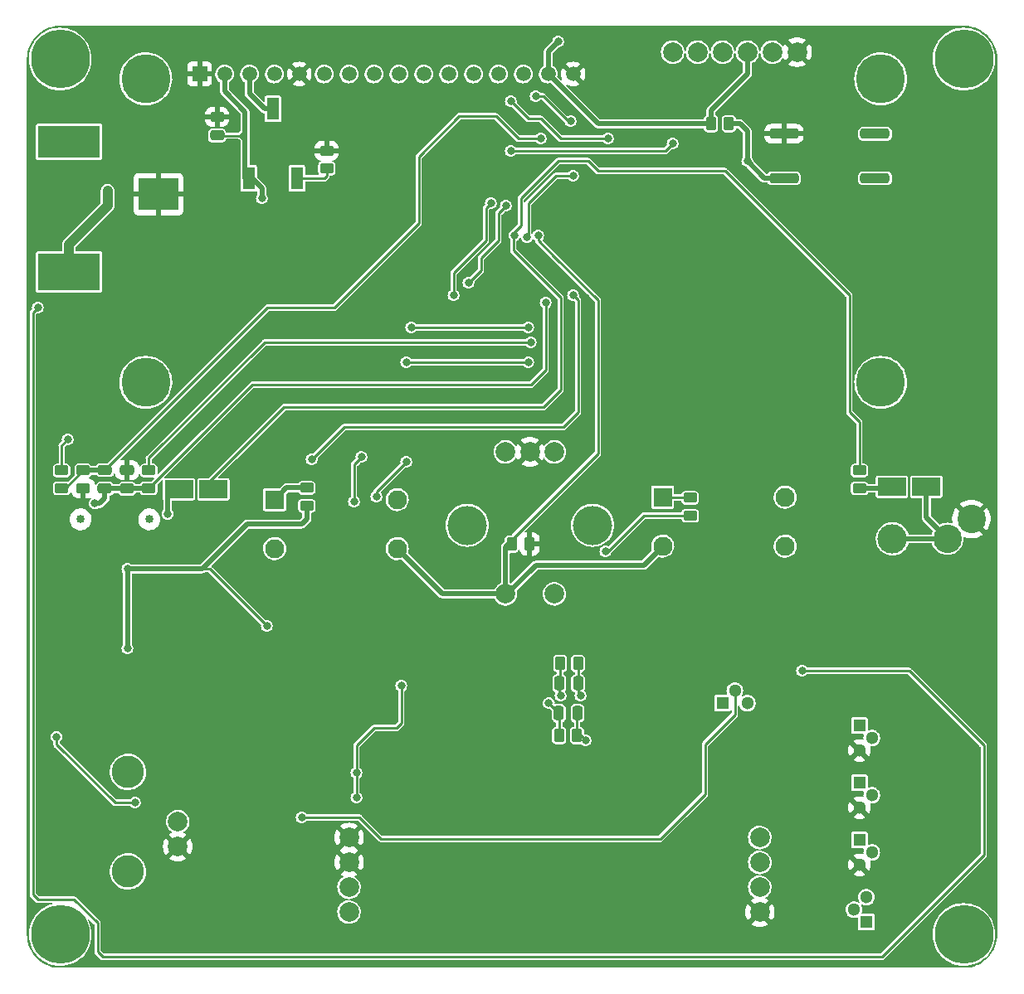
<source format=gbr>
%TF.GenerationSoftware,KiCad,Pcbnew,(6.0.0)*%
%TF.CreationDate,2022-01-14T09:31:31+02:00*%
%TF.ProjectId,uSDX_SMD,75534458-5f53-44d4-942e-6b696361645f,rev?*%
%TF.SameCoordinates,Original*%
%TF.FileFunction,Copper,L2,Bot*%
%TF.FilePolarity,Positive*%
%FSLAX46Y46*%
G04 Gerber Fmt 4.6, Leading zero omitted, Abs format (unit mm)*
G04 Created by KiCad (PCBNEW (6.0.0)) date 2022-01-14 09:31:31*
%MOMM*%
%LPD*%
G01*
G04 APERTURE LIST*
G04 Aperture macros list*
%AMRoundRect*
0 Rectangle with rounded corners*
0 $1 Rounding radius*
0 $2 $3 $4 $5 $6 $7 $8 $9 X,Y pos of 4 corners*
0 Add a 4 corners polygon primitive as box body*
4,1,4,$2,$3,$4,$5,$6,$7,$8,$9,$2,$3,0*
0 Add four circle primitives for the rounded corners*
1,1,$1+$1,$2,$3*
1,1,$1+$1,$4,$5*
1,1,$1+$1,$6,$7*
1,1,$1+$1,$8,$9*
0 Add four rect primitives between the rounded corners*
20,1,$1+$1,$2,$3,$4,$5,0*
20,1,$1+$1,$4,$5,$6,$7,0*
20,1,$1+$1,$6,$7,$8,$9,0*
20,1,$1+$1,$8,$9,$2,$3,0*%
G04 Aperture macros list end*
%TA.AperFunction,ComponentPad*%
%ADD10C,2.000000*%
%TD*%
%TA.AperFunction,ComponentPad*%
%ADD11C,1.300000*%
%TD*%
%TA.AperFunction,ComponentPad*%
%ADD12R,1.300000X1.300000*%
%TD*%
%TA.AperFunction,ComponentPad*%
%ADD13C,0.850000*%
%TD*%
%TA.AperFunction,ComponentPad*%
%ADD14C,2.900000*%
%TD*%
%TA.AperFunction,ComponentPad*%
%ADD15C,3.000000*%
%TD*%
%TA.AperFunction,ComponentPad*%
%ADD16R,1.950000X1.950000*%
%TD*%
%TA.AperFunction,ComponentPad*%
%ADD17C,1.950000*%
%TD*%
%TA.AperFunction,ComponentPad*%
%ADD18C,6.000000*%
%TD*%
%TA.AperFunction,ComponentPad*%
%ADD19R,1.500000X1.500000*%
%TD*%
%TA.AperFunction,ComponentPad*%
%ADD20C,1.500000*%
%TD*%
%TA.AperFunction,ComponentPad*%
%ADD21C,5.000000*%
%TD*%
%TA.AperFunction,ComponentPad*%
%ADD22C,4.000000*%
%TD*%
%TA.AperFunction,ComponentPad*%
%ADD23C,3.300000*%
%TD*%
%TA.AperFunction,SMDPad,CuDef*%
%ADD24RoundRect,0.250000X0.262500X0.450000X-0.262500X0.450000X-0.262500X-0.450000X0.262500X-0.450000X0*%
%TD*%
%TA.AperFunction,SMDPad,CuDef*%
%ADD25RoundRect,0.250000X-0.250000X-0.475000X0.250000X-0.475000X0.250000X0.475000X-0.250000X0.475000X0*%
%TD*%
%TA.AperFunction,SMDPad,CuDef*%
%ADD26RoundRect,0.250000X-1.250000X-0.250000X1.250000X-0.250000X1.250000X0.250000X-1.250000X0.250000X0*%
%TD*%
%TA.AperFunction,SMDPad,CuDef*%
%ADD27R,1.300000X2.300000*%
%TD*%
%TA.AperFunction,SMDPad,CuDef*%
%ADD28RoundRect,0.250000X-0.450000X0.262500X-0.450000X-0.262500X0.450000X-0.262500X0.450000X0.262500X0*%
%TD*%
%TA.AperFunction,SMDPad,CuDef*%
%ADD29RoundRect,0.250000X-0.475000X0.250000X-0.475000X-0.250000X0.475000X-0.250000X0.475000X0.250000X0*%
%TD*%
%TA.AperFunction,SMDPad,CuDef*%
%ADD30R,2.900000X1.850000*%
%TD*%
%TA.AperFunction,SMDPad,CuDef*%
%ADD31RoundRect,0.250000X0.450000X-0.262500X0.450000X0.262500X-0.450000X0.262500X-0.450000X-0.262500X0*%
%TD*%
%TA.AperFunction,SMDPad,CuDef*%
%ADD32RoundRect,0.250000X-0.262500X-0.450000X0.262500X-0.450000X0.262500X0.450000X-0.262500X0.450000X0*%
%TD*%
%TA.AperFunction,SMDPad,CuDef*%
%ADD33R,6.350000X3.810000*%
%TD*%
%TA.AperFunction,SMDPad,CuDef*%
%ADD34R,6.350000X3.300000*%
%TD*%
%TA.AperFunction,SMDPad,CuDef*%
%ADD35R,4.060000X3.300000*%
%TD*%
%TA.AperFunction,ViaPad*%
%ADD36C,0.800000*%
%TD*%
%TA.AperFunction,Conductor*%
%ADD37C,0.250000*%
%TD*%
%TA.AperFunction,Conductor*%
%ADD38C,0.500000*%
%TD*%
%TA.AperFunction,Conductor*%
%ADD39C,1.000000*%
%TD*%
G04 APERTURE END LIST*
D10*
%TO.P,P1,1*%
%TO.N,Net-(C29-Pad1)*%
X81280000Y-18084800D03*
%TD*%
%TO.P,P4,1*%
%TO.N,+5V*%
X88900000Y-18084800D03*
%TD*%
%TO.P,P5,1*%
%TO.N,unconnected-(P5-Pad1)*%
X91440000Y-18084800D03*
%TD*%
%TO.P,P6,1*%
%TO.N,GND*%
X93980000Y-18084800D03*
%TD*%
D11*
%TO.P,Q1,1,D*%
%TO.N,Net-(C5-Pad1)*%
X88900000Y-84582000D03*
%TO.P,Q1,2,G*%
%TO.N,PB0*%
X87630000Y-83312000D03*
D12*
%TO.P,Q1,3,S*%
%TO.N,Net-(C2-Pad1)*%
X86360000Y-84582000D03*
%TD*%
D11*
%TO.P,Q2,1,D*%
%TO.N,GND*%
X100330000Y-89408000D03*
%TO.P,Q2,2,G*%
%TO.N,Net-(Q2-Pad2)*%
X101600000Y-88138000D03*
D12*
%TO.P,Q2,3,S*%
%TO.N,/RF_OUT*%
X100330000Y-86868000D03*
%TD*%
D11*
%TO.P,Q3,1,D*%
%TO.N,GND*%
X100330000Y-95250000D03*
%TO.P,Q3,2,G*%
%TO.N,Net-(Q2-Pad2)*%
X101600000Y-93980000D03*
D12*
%TO.P,Q3,3,S*%
%TO.N,/RF_OUT*%
X100330000Y-92710000D03*
%TD*%
D11*
%TO.P,Q4,1,D*%
%TO.N,GND*%
X100330000Y-101092000D03*
%TO.P,Q4,2,G*%
%TO.N,Net-(Q2-Pad2)*%
X101600000Y-99822000D03*
D12*
%TO.P,Q4,3,S*%
%TO.N,/RF_OUT*%
X100330000Y-98552000D03*
%TD*%
D11*
%TO.P,Q5,1,D*%
%TO.N,Net-(Q2-Pad2)*%
X101050000Y-104394000D03*
%TO.P,Q5,2,G*%
%TO.N,Net-(Q5-Pad2)*%
X99780000Y-105664000D03*
D12*
%TO.P,Q5,3,S*%
%TO.N,CTRL_OUT*%
X101050000Y-106934000D03*
%TD*%
D10*
%TO.P,U1,1,+12V*%
%TO.N,+12V*%
X90170000Y-98298000D03*
%TO.P,U1,2,TX*%
%TO.N,/RF_OUT*%
X90170000Y-100838000D03*
%TO.P,U1,3,RX*%
%TO.N,Net-(C5-Pad2)*%
X90170000Y-103378000D03*
%TO.P,U1,4,GND*%
%TO.N,GND*%
X90170000Y-105918000D03*
%TO.P,U1,5,GND*%
X48260000Y-98298000D03*
%TO.P,U1,6,GND*%
X48260000Y-100838000D03*
%TO.P,U1,7,ANT2*%
%TO.N,Net-(J2-Pad1)*%
X48260000Y-103378000D03*
%TO.P,U1,8,ANT1*%
X48260000Y-105918000D03*
%TD*%
%TO.P,P2,1*%
%TO.N,DB5*%
X83820000Y-18084800D03*
%TD*%
%TO.P,P3,1*%
%TO.N,DB4*%
X86360000Y-18084800D03*
%TD*%
D13*
%TO.P,J4,MH1*%
%TO.N,N/C*%
X20880000Y-65790000D03*
%TO.P,J4,MH2*%
X27880000Y-65790000D03*
%TD*%
D14*
%TO.P,J3,1,1*%
%TO.N,GND*%
X111760000Y-65782000D03*
%TO.P,J3,2,2*%
%TO.N,Net-(C11-Pad2)*%
X109310000Y-67782000D03*
D15*
%TO.P,J3,4,4*%
X103710000Y-67782000D03*
%TD*%
D16*
%TO.P,S2,1,1*%
%TO.N,Net-(R26-Pad2)*%
X80264998Y-63536000D03*
D17*
%TO.P,S2,2*%
%TO.N,N/C*%
X92764998Y-63536000D03*
%TO.P,S2,3,3*%
%TO.N,BUT_STATE*%
X80264998Y-68536000D03*
%TO.P,S2,4*%
%TO.N,N/C*%
X92764998Y-68536000D03*
%TD*%
D16*
%TO.P,S1,1,1*%
%TO.N,Net-(R25-Pad2)*%
X40675000Y-63790000D03*
D17*
%TO.P,S1,2*%
%TO.N,N/C*%
X53175000Y-63790000D03*
%TO.P,S1,3*%
X40675000Y-68790000D03*
%TO.P,S1,4,4*%
%TO.N,BUT_STATE*%
X53175000Y-68790000D03*
%TD*%
D18*
%TO.P, ,1*%
%TO.N,N/C*%
X18796000Y-18796000D03*
%TD*%
%TO.P, ,1*%
%TO.N,N/C*%
X18796000Y-108204000D03*
%TD*%
%TO.P, ,1*%
%TO.N,N/C*%
X110998000Y-18796000D03*
%TD*%
D19*
%TO.P,U2,1,VSS*%
%TO.N,GND*%
X33020000Y-20320000D03*
D20*
%TO.P,U2,2,VDD*%
%TO.N,+5V*%
X35560000Y-20320000D03*
%TO.P,U2,3,VO*%
%TO.N,Net-(RV1-Pad2)*%
X38100000Y-20320000D03*
%TO.P,U2,4,RS*%
%TO.N,RS*%
X40640000Y-20320000D03*
%TO.P,U2,5,R/~{W}*%
%TO.N,GND*%
X43180000Y-20320000D03*
%TO.P,U2,6,E*%
%TO.N,E*%
X45720000Y-20320000D03*
%TO.P,U2,7,DB0*%
%TO.N,unconnected-(U2-Pad7)*%
X48260000Y-20320000D03*
%TO.P,U2,8,DB1*%
%TO.N,unconnected-(U2-Pad8)*%
X50800000Y-20320000D03*
%TO.P,U2,9,DB2*%
%TO.N,unconnected-(U2-Pad9)*%
X53340000Y-20320000D03*
%TO.P,U2,10,DB3*%
%TO.N,unconnected-(U2-Pad10)*%
X55880000Y-20320000D03*
%TO.P,U2,11,DB4*%
%TO.N,DB4*%
X58420000Y-20320000D03*
%TO.P,U2,12,DB5*%
%TO.N,DB5*%
X60960000Y-20320000D03*
%TO.P,U2,13,DB6*%
%TO.N,DB6*%
X63500000Y-20320000D03*
%TO.P,U2,14,DB7*%
%TO.N,DB7*%
X66040000Y-20320000D03*
%TO.P,U2,15,A/VEE*%
%TO.N,+5V*%
X68580000Y-20320000D03*
%TO.P,U2,16,K*%
%TO.N,GND*%
X71120000Y-20320000D03*
D21*
%TO.P,U2,MH1*%
%TO.N,N/C*%
X27520000Y-20820000D03*
%TO.P,U2,MH2*%
X102520000Y-20820000D03*
%TO.P,U2,MH3*%
X102520000Y-51820000D03*
%TO.P,U2,MH4*%
X27520000Y-51820000D03*
%TD*%
D22*
%TO.P,SW1,*%
%TO.N,*%
X73119999Y-66413000D03*
X60319999Y-66413000D03*
D10*
%TO.P,SW1,A,A*%
%TO.N,PD7*%
X69219999Y-58913000D03*
%TO.P,SW1,B,B*%
%TO.N,PD6*%
X64219999Y-58913000D03*
%TO.P,SW1,C,C*%
%TO.N,GND*%
X66719999Y-58913000D03*
%TO.P,SW1,S1,S1*%
%TO.N,+5V*%
X69219999Y-73413000D03*
%TO.P,SW1,S2,S2*%
%TO.N,BUT_STATE*%
X64219999Y-73413000D03*
%TD*%
D18*
%TO.P, ,1*%
%TO.N,N/C*%
X110998000Y-108204000D03*
%TD*%
D10*
%TO.P,J5,1,In*%
%TO.N,Net-(J2-Pad1)*%
X30792000Y-96679000D03*
%TO.P,J5,2,Ext*%
%TO.N,GND*%
X30792000Y-99219000D03*
D23*
%TO.P,J5,3,3*%
%TO.N,unconnected-(J5-Pad3)*%
X25712000Y-91599000D03*
%TO.P,J5,4,4*%
%TO.N,unconnected-(J5-Pad4)*%
X25712000Y-101759000D03*
%TD*%
D24*
%TO.P,R18,1*%
%TO.N,Net-(C22-Pad2)*%
X71524500Y-87884000D03*
%TO.P,R18,2*%
%TO.N,Net-(C22-Pad1)*%
X69699500Y-87884000D03*
%TD*%
%TO.P,R19,1*%
%TO.N,Net-(C23-Pad2)*%
X71628000Y-80518000D03*
%TO.P,R19,2*%
%TO.N,Net-(C23-Pad1)*%
X69803000Y-80518000D03*
%TD*%
D25*
%TO.P,C23,1*%
%TO.N,Net-(C23-Pad1)*%
X69728000Y-82550000D03*
%TO.P,C23,2*%
%TO.N,Net-(C23-Pad2)*%
X71628000Y-82550000D03*
%TD*%
%TO.P,C22,1*%
%TO.N,Net-(C22-Pad1)*%
X69662000Y-85598000D03*
%TO.P,C22,2*%
%TO.N,Net-(C22-Pad2)*%
X71562000Y-85598000D03*
%TD*%
D26*
%TO.P,S3,1,1*%
%TO.N,RESET*%
X92632000Y-30977000D03*
%TO.P,S3,2*%
%TO.N,N/C*%
X101932000Y-30977000D03*
%TO.P,S3,3,3*%
%TO.N,GND*%
X92632000Y-26427000D03*
%TO.P,S3,4*%
%TO.N,N/C*%
X101932000Y-26427000D03*
%TD*%
D27*
%TO.P,RV1,1,1*%
%TO.N,+5V*%
X38048000Y-30988000D03*
%TO.P,RV1,2,2*%
%TO.N,Net-(RV1-Pad2)*%
X40498000Y-23888000D03*
%TO.P,RV1,3,3*%
%TO.N,Net-(R20-Pad2)*%
X42948000Y-30988000D03*
%TD*%
D28*
%TO.P,R20,1*%
%TO.N,GND*%
X45974000Y-28147000D03*
%TO.P,R20,2*%
%TO.N,Net-(R20-Pad2)*%
X45974000Y-29972000D03*
%TD*%
D24*
%TO.P,R29,1*%
%TO.N,RESET*%
X87018500Y-25400000D03*
%TO.P,R29,2*%
%TO.N,+5V*%
X85193500Y-25400000D03*
%TD*%
D29*
%TO.P,C26,1*%
%TO.N,GND*%
X34798000Y-24704000D03*
%TO.P,C26,2*%
%TO.N,+5V*%
X34798000Y-26604000D03*
%TD*%
D30*
%TO.P,C11,1*%
%TO.N,Net-(C11-Pad1)*%
X103660000Y-62484000D03*
%TO.P,C11,2*%
%TO.N,Net-(C11-Pad2)*%
X107160000Y-62484000D03*
%TD*%
%TO.P,C14,1*%
%TO.N,HP_OUT*%
X34416995Y-62738000D03*
%TO.P,C14,2*%
%TO.N,Net-(C14-Pad2)*%
X30916995Y-62738000D03*
%TD*%
D29*
%TO.P,C15,1*%
%TO.N,GND*%
X25614000Y-60772000D03*
%TO.P,C15,2*%
%TO.N,PB4*%
X25614000Y-62672000D03*
%TD*%
%TO.P,C16,1*%
%TO.N,PC2*%
X23361500Y-60772000D03*
%TO.P,C16,2*%
%TO.N,PB4*%
X23361500Y-62672000D03*
%TD*%
D28*
%TO.P,R11,1*%
%TO.N,AVCC*%
X27836500Y-60809500D03*
%TO.P,R11,2*%
%TO.N,PB4*%
X27836500Y-62634500D03*
%TD*%
%TO.P,R7,1*%
%TO.N,HP_OUT*%
X100330000Y-60809500D03*
%TO.P,R7,2*%
%TO.N,Net-(C11-Pad1)*%
X100330000Y-62634500D03*
%TD*%
%TO.P,R12,1*%
%TO.N,AREF*%
X18946500Y-60809500D03*
%TO.P,R12,2*%
%TO.N,PC2*%
X18946500Y-62634500D03*
%TD*%
%TO.P,R13,1*%
%TO.N,PC2*%
X21139000Y-60809500D03*
%TO.P,R13,2*%
%TO.N,GND*%
X21139000Y-62634500D03*
%TD*%
D31*
%TO.P,R25,1*%
%TO.N,+5V*%
X43942000Y-64412500D03*
%TO.P,R25,2*%
%TO.N,Net-(R25-Pad2)*%
X43942000Y-62587500D03*
%TD*%
%TO.P,R26,1*%
%TO.N,+5V*%
X83058000Y-65428500D03*
%TO.P,R26,2*%
%TO.N,Net-(R26-Pad2)*%
X83058000Y-63603500D03*
%TD*%
D32*
%TO.P,R28,1*%
%TO.N,BUT_STATE*%
X64873500Y-68326000D03*
%TO.P,R28,2*%
%TO.N,GND*%
X66698500Y-68326000D03*
%TD*%
D33*
%TO.P,J1,1,1*%
%TO.N,Net-(D1-Pad2)*%
X19689800Y-40541300D03*
D34*
%TO.P,J1,2,2*%
%TO.N,unconnected-(J1-Pad2)*%
X19689800Y-27250300D03*
D35*
%TO.P,J1,3,3*%
%TO.N,GND*%
X28829800Y-32590300D03*
%TD*%
D36*
%TO.N,+12V*%
X94488000Y-81280000D03*
X16510000Y-44196000D03*
%TO.N,GND*%
X97282000Y-99822000D03*
X50292000Y-66802000D03*
X50420984Y-85963741D03*
X43434000Y-57404000D03*
X24638000Y-104140000D03*
X36576000Y-107188000D03*
X70612000Y-45466000D03*
X37846000Y-107188000D03*
X22860000Y-65786000D03*
X85598000Y-92710000D03*
X49276000Y-57404000D03*
X54356000Y-61214000D03*
X65024000Y-97282000D03*
X60452000Y-94996000D03*
X47498000Y-85090000D03*
X47752000Y-86360000D03*
X79248000Y-23876000D03*
X69088000Y-48768000D03*
X37338000Y-82042000D03*
X66548000Y-77724000D03*
X73152000Y-93472000D03*
X62992000Y-82296000D03*
X80890207Y-86654612D03*
X52578000Y-79502000D03*
X64008000Y-55372000D03*
X111252000Y-58166000D03*
X79502000Y-43942000D03*
X54864000Y-83312000D03*
X68834000Y-39878000D03*
X44958000Y-51054000D03*
X20354541Y-94557710D03*
X68834000Y-97282000D03*
X71628000Y-40132000D03*
X65024000Y-101092000D03*
X81280000Y-29210000D03*
X58166000Y-45212000D03*
X28956000Y-96266000D03*
X44196000Y-107188000D03*
X32512000Y-69596000D03*
X78994000Y-21336000D03*
X89408000Y-80010000D03*
X95250000Y-103886000D03*
X35560000Y-85090000D03*
X95504000Y-95504000D03*
X81026000Y-90932000D03*
X78740000Y-74930000D03*
X77978000Y-87884000D03*
X60198000Y-46990000D03*
X37846000Y-96012000D03*
X71882000Y-95250000D03*
X37846000Y-76200000D03*
X41656000Y-103632000D03*
X33274000Y-85598000D03*
X32512000Y-83566000D03*
X19442794Y-94984486D03*
X98044000Y-76200000D03*
X90622355Y-90251294D03*
X62484000Y-46990000D03*
X74168000Y-42164000D03*
X39624000Y-104648000D03*
X85090000Y-39370000D03*
X98044000Y-95250000D03*
X52324000Y-100584000D03*
X82804000Y-80264000D03*
X67310000Y-23876000D03*
X44958000Y-53340000D03*
X56642000Y-91186000D03*
X41656000Y-99822000D03*
X27940000Y-79248000D03*
X45720000Y-87122000D03*
X29464000Y-104648000D03*
X83058000Y-88392000D03*
X73152000Y-95250000D03*
X64516000Y-35052000D03*
X95504000Y-93472000D03*
X76454000Y-71882000D03*
X20320000Y-30734000D03*
X64611740Y-51218890D03*
X17272000Y-88646000D03*
X29718000Y-95250000D03*
X75053500Y-91428000D03*
X65310100Y-52916292D03*
X45466000Y-72136000D03*
X36646160Y-74983533D03*
X64262000Y-46990000D03*
X41402000Y-40894000D03*
X60706000Y-107442000D03*
X47244000Y-42164000D03*
X92202000Y-87376000D03*
X74422000Y-45974000D03*
X62992000Y-80010000D03*
X99314000Y-93980000D03*
X43942000Y-101092000D03*
X87630000Y-97790000D03*
X62484000Y-50800000D03*
X72817303Y-74579599D03*
X85469466Y-89082839D03*
X83058000Y-49784000D03*
X40132000Y-101854000D03*
X40761771Y-88826033D03*
X40640000Y-98806000D03*
X49779150Y-81788000D03*
X89662000Y-86106000D03*
X55626000Y-85852000D03*
X41402000Y-39624000D03*
X38122169Y-73511303D03*
X59436000Y-88138000D03*
X54610000Y-27686000D03*
X20320000Y-29718000D03*
X100330000Y-65532000D03*
X93726000Y-88900000D03*
X71374000Y-73406000D03*
X42164000Y-71882000D03*
X35560000Y-57150000D03*
X59436000Y-93980000D03*
X41402000Y-38354000D03*
X26924000Y-104648000D03*
X52832000Y-105664000D03*
X22352000Y-33274000D03*
X34036000Y-107188000D03*
X83312000Y-23622000D03*
X100584000Y-68580000D03*
X26162000Y-88646000D03*
X36830000Y-72136000D03*
X83058000Y-93472000D03*
X61214000Y-84074000D03*
X74422000Y-95250000D03*
X47752000Y-80518000D03*
X49530000Y-104394000D03*
X61976000Y-87884000D03*
X71374000Y-69088000D03*
X17780000Y-67056000D03*
X47752000Y-88138000D03*
X83058000Y-92202000D03*
X87122000Y-72136000D03*
X87541517Y-107683232D03*
X75438000Y-102870000D03*
X96520000Y-100584000D03*
X91694000Y-44958000D03*
X108966000Y-87376000D03*
X75184000Y-73914000D03*
X76962000Y-95250000D03*
X33782000Y-55372000D03*
X60452000Y-25654000D03*
X60198000Y-78232000D03*
X18034000Y-31750000D03*
X56642000Y-29464000D03*
X42164000Y-104648000D03*
X50038000Y-105410000D03*
X67564000Y-48768000D03*
X64262000Y-89916000D03*
X41402000Y-35814000D03*
X23114000Y-102616000D03*
X92710000Y-102108000D03*
X78994000Y-33274000D03*
X76454000Y-97282000D03*
X36322000Y-98044000D03*
X104902000Y-57658000D03*
X43688000Y-83058000D03*
X92202000Y-80264000D03*
X36068000Y-91440000D03*
X82550000Y-20320000D03*
X50038000Y-55118000D03*
X80010000Y-78232000D03*
X78232000Y-91694000D03*
X64008000Y-77724000D03*
X71628000Y-38608000D03*
X22098000Y-75946000D03*
X33782000Y-81534000D03*
X41697767Y-91207246D03*
X62992000Y-95250000D03*
X68580000Y-28956000D03*
X24130000Y-56388000D03*
X61214000Y-97282000D03*
X81280000Y-95504000D03*
X72688307Y-46936751D03*
X68578812Y-52130637D03*
X109728000Y-83566000D03*
X35560000Y-82296000D03*
X65786000Y-46990000D03*
X87122000Y-49530000D03*
X39116000Y-107188000D03*
X83058000Y-90932000D03*
X70358000Y-18034000D03*
X33782000Y-48768000D03*
X68072000Y-95250000D03*
X70612000Y-95250000D03*
X39624000Y-97790000D03*
X75184000Y-97282000D03*
X109474000Y-32512000D03*
X70767817Y-48702049D03*
X18796000Y-101854000D03*
X45466000Y-107188000D03*
X85598000Y-97028000D03*
X78232000Y-95250000D03*
X43434000Y-104648000D03*
X17780000Y-36830000D03*
X77724000Y-64262000D03*
X33274000Y-73152000D03*
X56388000Y-32258000D03*
X32258000Y-88646000D03*
X37084000Y-104648000D03*
X18034000Y-78232000D03*
X66832912Y-53537056D03*
X18288000Y-37846000D03*
X56642000Y-92456000D03*
X42926000Y-100330000D03*
X85598000Y-101600000D03*
X64262000Y-40894000D03*
X80518000Y-93472000D03*
X28194000Y-104648000D03*
X44450000Y-104648000D03*
X39370000Y-74676000D03*
X37846000Y-91694000D03*
X74422000Y-44196000D03*
X66040000Y-22352000D03*
X96774000Y-85852000D03*
X72390000Y-44704000D03*
X57912000Y-48768000D03*
X42926000Y-107188000D03*
X45212000Y-102108000D03*
X26670000Y-73152000D03*
X29972000Y-84328000D03*
X98044000Y-90170000D03*
X89662000Y-87122000D03*
X21590000Y-50292000D03*
X84074000Y-77724000D03*
X75946000Y-65278000D03*
X105918000Y-72898000D03*
X87122000Y-60960000D03*
X92202000Y-52070000D03*
X85708322Y-107731729D03*
X85090000Y-20320000D03*
X49784000Y-62992000D03*
X21336000Y-87376000D03*
X48514000Y-83058000D03*
X69088000Y-45466000D03*
X97028000Y-83058000D03*
X31496000Y-107188000D03*
X29210000Y-56642000D03*
X28956000Y-97282000D03*
X93472000Y-106426000D03*
X67056000Y-41910000D03*
X35814000Y-104648000D03*
X87630000Y-100330000D03*
X87630000Y-92202000D03*
X112522000Y-86106000D03*
X50038000Y-106426000D03*
X49022000Y-85090000D03*
X87122000Y-57150000D03*
X66294000Y-97282000D03*
X98044000Y-96266000D03*
X30480000Y-88646000D03*
X43180000Y-84836000D03*
X85598000Y-93980000D03*
X109474000Y-52070000D03*
X81026000Y-89408000D03*
X28448000Y-88646000D03*
X93218000Y-103886000D03*
X62484000Y-97282000D03*
X74930000Y-93472000D03*
X40386000Y-107188000D03*
X62738000Y-89916000D03*
X39878000Y-48768000D03*
X96012000Y-86614000D03*
X49276000Y-42926000D03*
X90170000Y-88138000D03*
X23876000Y-103378000D03*
X82296000Y-94488000D03*
X46736000Y-81534000D03*
X62738000Y-77724000D03*
X46228000Y-24130000D03*
X58166000Y-37846000D03*
X64262000Y-95250000D03*
X33782000Y-79502000D03*
X53848000Y-79502000D03*
X88721766Y-90816000D03*
X91694000Y-99568000D03*
X30988000Y-94996000D03*
X50038000Y-79502000D03*
X45466000Y-68580000D03*
X76708000Y-93472000D03*
X72644000Y-97282000D03*
X38100000Y-99822000D03*
X55880000Y-81534000D03*
X87122000Y-45466000D03*
X58420000Y-99314000D03*
X67056000Y-28956000D03*
X85598000Y-98552000D03*
X61722000Y-95250000D03*
X101600000Y-78994000D03*
X91948000Y-104394000D03*
X53848000Y-57404000D03*
X76200000Y-22606000D03*
X98298000Y-72898000D03*
X87630000Y-87884000D03*
X75692000Y-95250000D03*
X76032139Y-87842167D03*
X47498000Y-63500000D03*
X82296000Y-72898000D03*
X69342000Y-41148000D03*
X46736000Y-107188000D03*
X88646000Y-102362000D03*
X85598000Y-90170000D03*
X35052000Y-98044000D03*
X95504000Y-91440000D03*
X83566000Y-98298000D03*
X87628812Y-109661918D03*
X89576238Y-90205412D03*
X87630000Y-101600000D03*
X72644000Y-71628000D03*
X109728000Y-76454000D03*
X77978000Y-69088000D03*
X49784000Y-60960000D03*
X97790000Y-22606000D03*
X84836000Y-34036000D03*
X73660000Y-86106000D03*
X33782000Y-98044000D03*
X106680000Y-109728000D03*
X61468000Y-82296000D03*
X77724000Y-29210000D03*
X73914000Y-97282000D03*
X46990000Y-45974000D03*
X56642000Y-23876000D03*
X87630000Y-96266000D03*
X62738000Y-23622000D03*
X93218000Y-87884000D03*
X33528000Y-74930000D03*
X27686000Y-76200000D03*
X43942000Y-102108000D03*
X74676000Y-29210000D03*
X40640000Y-103124000D03*
X26416000Y-107188000D03*
X65532000Y-95250000D03*
X56896000Y-43180000D03*
X92710000Y-99568000D03*
X85598000Y-100076000D03*
X24130000Y-88392000D03*
X35306000Y-73406000D03*
X34290000Y-95504000D03*
X53594000Y-53086000D03*
X101346000Y-39370000D03*
X95504000Y-92456000D03*
X49276000Y-40386000D03*
X87122000Y-42164000D03*
X95504000Y-90424000D03*
X47516969Y-91864366D03*
X82550000Y-105156000D03*
X95504000Y-88392000D03*
X20320000Y-81788000D03*
X30988000Y-76962000D03*
X56388000Y-97282000D03*
X20320000Y-103378000D03*
X21844000Y-68580000D03*
X75510844Y-48149181D03*
X61214000Y-89916000D03*
X52578000Y-43434000D03*
X92632000Y-90788117D03*
X82804000Y-26670000D03*
X67564000Y-46990000D03*
X110744000Y-99314000D03*
X65681681Y-25525531D03*
X35052000Y-50800000D03*
X36830000Y-95504000D03*
X66891109Y-50772716D03*
X64262000Y-45212000D03*
X17780000Y-74168000D03*
X97790000Y-85598000D03*
X56388000Y-35560000D03*
X112014000Y-103632000D03*
X51308000Y-79502000D03*
X45720000Y-104648000D03*
X73830895Y-75738682D03*
X98806000Y-85598000D03*
X108966000Y-42926000D03*
X22352000Y-101854000D03*
X104902000Y-106680000D03*
X68834000Y-66802000D03*
X60198000Y-48768000D03*
X22860000Y-86614000D03*
X72639809Y-48750546D03*
X101346000Y-45974000D03*
X55626000Y-45212000D03*
X87630000Y-93472000D03*
X85598000Y-91440000D03*
X31750000Y-50800000D03*
X87630000Y-90678000D03*
X67564000Y-84836000D03*
X73509460Y-80810005D03*
X95504000Y-87376000D03*
X74168000Y-19558000D03*
X59992906Y-91607323D03*
X94742000Y-79502000D03*
X67056000Y-89916000D03*
X69596000Y-90170000D03*
X54864000Y-109220000D03*
X54610000Y-99568000D03*
X36830000Y-48768000D03*
X57658000Y-94996000D03*
X25146000Y-107188000D03*
X81026000Y-87884000D03*
X73406000Y-84328000D03*
X78994000Y-90678000D03*
X72390000Y-43180000D03*
X93726000Y-102108000D03*
X102108000Y-109220000D03*
X93980000Y-99568000D03*
X41402000Y-37084000D03*
X99060000Y-88138000D03*
X27686000Y-107188000D03*
X98044000Y-97282000D03*
X94742000Y-98806000D03*
X50292000Y-84328000D03*
X57150000Y-53340000D03*
X30734000Y-104648000D03*
X112014000Y-89662000D03*
X19304000Y-65278000D03*
X99314000Y-91440000D03*
X87376000Y-36830000D03*
X49784000Y-46736000D03*
X85852000Y-102870000D03*
X39116000Y-100838000D03*
X66802000Y-95250000D03*
X104902000Y-85598000D03*
X77724000Y-97282000D03*
X64008000Y-57150000D03*
X54864000Y-80518000D03*
X67977446Y-55263557D03*
X91694000Y-57150000D03*
X38608000Y-96774000D03*
X38862000Y-86868000D03*
X61976000Y-21590000D03*
X65278000Y-77724000D03*
X24384000Y-73152000D03*
X98298000Y-94234000D03*
X55626000Y-46990000D03*
X63754000Y-97282000D03*
X62484000Y-53086000D03*
X32512000Y-98044000D03*
X91186000Y-87630000D03*
X48006000Y-107696000D03*
X67818000Y-87884000D03*
X75692000Y-69342000D03*
X22606000Y-79502000D03*
X40386000Y-82042000D03*
X32766000Y-107188000D03*
X69596000Y-71374000D03*
X70104000Y-97282000D03*
X19050000Y-35814000D03*
X48768000Y-79756000D03*
X21844000Y-37592000D03*
X69342000Y-95250000D03*
X95250000Y-35052000D03*
X30226000Y-107188000D03*
X61468000Y-77724000D03*
X28956000Y-107188000D03*
X46736000Y-104648000D03*
X86868000Y-75946000D03*
X98552000Y-99822000D03*
X87630000Y-94742000D03*
X81026000Y-92202000D03*
X95504000Y-89408000D03*
X68958674Y-22170943D03*
X42926000Y-33274000D03*
X60198000Y-45212000D03*
X60452000Y-23368000D03*
X49784000Y-102616000D03*
X35560000Y-95504000D03*
X63754000Y-64008000D03*
X22606000Y-36830000D03*
X62484000Y-32004000D03*
X35814000Y-89408000D03*
X71374000Y-97282000D03*
X95758000Y-101346000D03*
X70324711Y-54157821D03*
X61468000Y-42672000D03*
X55626000Y-50800000D03*
X79248000Y-97282000D03*
X79502000Y-94488000D03*
X18288000Y-48260000D03*
X24638000Y-83312000D03*
X38100000Y-51054000D03*
X47498000Y-60960000D03*
X96266000Y-77978000D03*
X57150000Y-93726000D03*
X41656000Y-107188000D03*
X101600000Y-33274000D03*
X72070610Y-56020113D03*
X59688706Y-97101057D03*
X40640000Y-86614000D03*
X54864000Y-62992000D03*
X37846000Y-78740000D03*
X69088000Y-105918000D03*
X27178000Y-84582000D03*
X65786000Y-89916000D03*
X23114000Y-106172000D03*
X87122000Y-53086000D03*
X59436000Y-57404000D03*
X25654000Y-104648000D03*
X95504000Y-94488000D03*
X91439060Y-90852352D03*
X87630000Y-99060000D03*
X57912000Y-46990000D03*
X64262000Y-48768000D03*
X101092000Y-16510000D03*
X92632000Y-33020000D03*
X70140422Y-57261642D03*
X86868000Y-103886000D03*
X95504000Y-97790000D03*
X54356000Y-30988000D03*
X48260000Y-74422000D03*
X67564000Y-97282000D03*
X60198000Y-53340000D03*
X95504000Y-96520000D03*
X69088000Y-46990000D03*
X55626000Y-55372000D03*
X91694000Y-102108000D03*
X60960000Y-39878000D03*
X53340000Y-97536000D03*
X57912000Y-50800000D03*
X49530000Y-69850000D03*
X50038000Y-103632000D03*
X52070000Y-41148000D03*
X47752000Y-89916000D03*
X79248000Y-57912000D03*
X87630000Y-86868000D03*
X109220000Y-97536000D03*
X94742000Y-102108000D03*
X35560000Y-79248000D03*
X51816000Y-60706000D03*
X29210000Y-45466000D03*
X49276000Y-107442000D03*
X17018000Y-83566000D03*
X59944000Y-92710000D03*
X70612000Y-46990000D03*
X109474000Y-91440000D03*
X62484000Y-45212000D03*
X55626000Y-48768000D03*
X35306000Y-107188000D03*
X80264000Y-96520000D03*
X46482000Y-102108000D03*
X81788000Y-36322000D03*
X93472000Y-89916000D03*
X21082000Y-104140000D03*
X85572530Y-109632820D03*
X62738000Y-84074000D03*
X40894000Y-104648000D03*
X20320000Y-35052000D03*
X37084000Y-98806000D03*
X18034000Y-35052000D03*
X40894000Y-75692000D03*
X83058000Y-89662000D03*
X36830000Y-90678000D03*
X85598000Y-95504000D03*
X77978000Y-80264000D03*
X58674000Y-96012000D03*
X87122000Y-65532000D03*
X59436000Y-90678000D03*
X33274000Y-104648000D03*
X85598000Y-80010000D03*
X32004000Y-104648000D03*
X34544000Y-104648000D03*
X32004000Y-95504000D03*
X98044000Y-89154000D03*
X110998000Y-62738000D03*
X104140000Y-83312000D03*
X109728000Y-24892000D03*
X23876000Y-107188000D03*
X61468000Y-80010000D03*
X36322000Y-69342000D03*
X65786000Y-48768000D03*
X90424000Y-39624000D03*
X94488000Y-85090000D03*
X22098000Y-105156000D03*
X33020000Y-95504000D03*
X58674000Y-17526000D03*
X19558000Y-102616000D03*
X67310000Y-45212000D03*
X54356000Y-85090000D03*
X60198000Y-50800000D03*
X88138000Y-104394000D03*
X99314000Y-97282000D03*
X79502000Y-26670000D03*
X62484000Y-48768000D03*
X98298000Y-91186000D03*
X77724000Y-92710000D03*
X39995515Y-90843517D03*
X39297056Y-84527663D03*
X29718000Y-74422000D03*
X24384000Y-71120000D03*
X54356000Y-33020000D03*
X61214000Y-86614000D03*
X45720000Y-89916000D03*
X38354000Y-104648000D03*
X59944000Y-89408000D03*
X34798000Y-43180000D03*
X98044000Y-88138000D03*
X66040000Y-43180000D03*
X56134000Y-84328000D03*
%TO.N,+5V*%
X49022000Y-94234000D03*
X49022000Y-91694000D03*
X69596000Y-17018000D03*
X25654000Y-78994000D03*
X25654000Y-70866000D03*
X39878000Y-76708000D03*
X53594000Y-82804000D03*
X39370000Y-33020000D03*
X74422000Y-69088000D03*
%TO.N,PB0*%
X43434000Y-96266000D03*
X18415000Y-88011000D03*
X26416000Y-94742000D03*
%TO.N,Net-(C14-Pad2)*%
X29746000Y-65250000D03*
%TO.N,HP_OUT*%
X65135926Y-36791952D03*
%TO.N,PB4*%
X22316924Y-64184305D03*
X68326000Y-43688000D03*
%TO.N,PC2*%
X67818000Y-26924000D03*
%TO.N,Net-(C22-Pad1)*%
X68646000Y-84582000D03*
%TO.N,Net-(C22-Pad2)*%
X72390000Y-88392000D03*
%TO.N,Net-(C23-Pad2)*%
X71882000Y-83820000D03*
%TO.N,Net-(C23-Pad1)*%
X69850000Y-83820000D03*
%TO.N,AREF*%
X66548000Y-49784000D03*
X19558000Y-57658000D03*
X54102000Y-49784000D03*
%TO.N,RESET*%
X64770000Y-28194000D03*
X81280000Y-27432000D03*
X88900000Y-29210000D03*
%TO.N,AVCC*%
X66802000Y-47752000D03*
%TO.N,uC_VCC*%
X54610000Y-46228000D03*
X66548000Y-46228000D03*
%TO.N,Net-(D1-Pad2)*%
X23622000Y-32258000D03*
%TO.N,SCL*%
X49530000Y-59436000D03*
X48768000Y-64008000D03*
X58928000Y-42926000D03*
X62738000Y-33528000D03*
%TO.N,RS*%
X64262000Y-33782000D03*
X54102000Y-59944000D03*
X51054000Y-63500000D03*
X60452000Y-41656000D03*
%TO.N,TX_CTRL_1*%
X66408141Y-36986619D03*
X71120000Y-30734000D03*
%TO.N,PB5*%
X71120000Y-42926000D03*
X44450000Y-59690000D03*
%TO.N,BUT_STATE*%
X67564000Y-36830000D03*
%TO.N,DB4*%
X67310000Y-22606000D03*
X70866000Y-25146000D03*
%TO.N,DB5*%
X64770000Y-23114000D03*
X74676000Y-26924000D03*
%TD*%
D37*
%TO.N,+12V*%
X105410000Y-81280000D02*
X94488000Y-81280000D01*
X113030000Y-88900000D02*
X105410000Y-81280000D01*
X113030000Y-100076000D02*
X113030000Y-88900000D01*
X16002000Y-104140000D02*
X16510000Y-104648000D01*
X20225392Y-104648000D02*
X22606000Y-107028608D01*
X22606000Y-109982000D02*
X23114000Y-110490000D01*
X16510000Y-104648000D02*
X20225392Y-104648000D01*
X23114000Y-110490000D02*
X102616000Y-110490000D01*
X102616000Y-110490000D02*
X113030000Y-100076000D01*
X16002000Y-44704000D02*
X16002000Y-104140000D01*
X16510000Y-44196000D02*
X16002000Y-44704000D01*
X22606000Y-107028608D02*
X22606000Y-109982000D01*
D38*
%TO.N,+5V*%
X37648000Y-26106000D02*
X37648000Y-26614000D01*
X35560000Y-22098000D02*
X37648000Y-24186000D01*
D37*
X36886000Y-26614000D02*
X37140000Y-26614000D01*
D38*
X37648000Y-24186000D02*
X37648000Y-26106000D01*
X25654000Y-70866000D02*
X33274000Y-70866000D01*
D37*
X78335500Y-65428500D02*
X83058000Y-65428500D01*
D38*
X85193500Y-24026500D02*
X88900000Y-20320000D01*
X68580000Y-18034000D02*
X69596000Y-17018000D01*
X85193500Y-25400000D02*
X85193500Y-24026500D01*
X33274000Y-70866000D02*
X37846000Y-66294000D01*
D37*
X36886000Y-26614000D02*
X37648000Y-26614000D01*
X74676000Y-69088000D02*
X78335500Y-65428500D01*
X50546000Y-87376000D02*
X50800000Y-87122000D01*
D38*
X37648000Y-26614000D02*
X37648000Y-27122000D01*
D37*
X49022000Y-91694000D02*
X49022000Y-94234000D01*
D38*
X73660000Y-25400000D02*
X85193500Y-25400000D01*
D37*
X34808000Y-26614000D02*
X36886000Y-26614000D01*
D38*
X39370000Y-32004000D02*
X39370000Y-33020000D01*
D37*
X38354000Y-30988000D02*
X37648000Y-30988000D01*
D38*
X38354000Y-30988000D02*
X39370000Y-32004000D01*
D37*
X49022000Y-91694000D02*
X49022000Y-88900000D01*
D38*
X68580000Y-20320000D02*
X68580000Y-18034000D01*
D37*
X53086000Y-87122000D02*
X53340000Y-86868000D01*
X74422000Y-69088000D02*
X74676000Y-69088000D01*
X53594000Y-86614000D02*
X53594000Y-82804000D01*
X37140000Y-26614000D02*
X37648000Y-26106000D01*
D38*
X43942000Y-65786000D02*
X43942000Y-64412500D01*
D37*
X39878000Y-76708000D02*
X34036000Y-70866000D01*
D38*
X68580000Y-20320000D02*
X73660000Y-25400000D01*
X37846000Y-66294000D02*
X43434000Y-66294000D01*
X25654000Y-70866000D02*
X25654000Y-78994000D01*
X37648000Y-27122000D02*
X37648000Y-30988000D01*
X43434000Y-66294000D02*
X43942000Y-65786000D01*
D37*
X50800000Y-87122000D02*
X53086000Y-87122000D01*
X37140000Y-26614000D02*
X37648000Y-27122000D01*
X34036000Y-70866000D02*
X33274000Y-70866000D01*
D38*
X35560000Y-20320000D02*
X35560000Y-22098000D01*
X88900000Y-20320000D02*
X88900000Y-18084800D01*
D37*
X53340000Y-86868000D02*
X53594000Y-86614000D01*
X49022000Y-88900000D02*
X50546000Y-87376000D01*
X34798000Y-26604000D02*
X34808000Y-26614000D01*
%TO.N,PB0*%
X18415000Y-88773000D02*
X18415000Y-88011000D01*
X80010000Y-98425000D02*
X84582000Y-93853000D01*
X49323572Y-96266000D02*
X51482572Y-98425000D01*
X84582000Y-88773000D02*
X87630000Y-85725000D01*
X87630000Y-85725000D02*
X87630000Y-83312000D01*
X43434000Y-96266000D02*
X49323572Y-96266000D01*
X84582000Y-93853000D02*
X84582000Y-88773000D01*
X51482572Y-98425000D02*
X80010000Y-98425000D01*
X26416000Y-94742000D02*
X24384000Y-94742000D01*
X24384000Y-94742000D02*
X18415000Y-88773000D01*
D38*
%TO.N,Net-(C11-Pad1)*%
X100330000Y-62634500D02*
X103509500Y-62634500D01*
X103509500Y-62634500D02*
X103660000Y-62484000D01*
%TO.N,Net-(C11-Pad2)*%
X107160000Y-65632000D02*
X109310000Y-67782000D01*
X103710000Y-67782000D02*
X109310000Y-67782000D01*
X107160000Y-62484000D02*
X107160000Y-65632000D01*
%TO.N,Net-(C14-Pad2)*%
X29746000Y-62738000D02*
X29746000Y-65250000D01*
D37*
%TO.N,HP_OUT*%
X41628000Y-54356000D02*
X33246000Y-62738000D01*
X69850000Y-52578000D02*
X68072000Y-54356000D01*
X68072000Y-54356000D02*
X41628000Y-54356000D01*
X99314000Y-42926000D02*
X86614000Y-30226000D01*
X69596000Y-29210000D02*
X65786000Y-33020000D01*
X65024000Y-38354000D02*
X69850000Y-43180000D01*
X86614000Y-30226000D02*
X73660000Y-30226000D01*
X99314000Y-54864000D02*
X99314000Y-42926000D01*
X73660000Y-30226000D02*
X72644000Y-29210000D01*
X65786000Y-33020000D02*
X65786000Y-35814000D01*
X100330000Y-60809500D02*
X100330000Y-55880000D01*
X65786000Y-35814000D02*
X65024000Y-36576000D01*
X69850000Y-43180000D02*
X69850000Y-52578000D01*
X72644000Y-29210000D02*
X69596000Y-29210000D01*
X65024000Y-36576000D02*
X65024000Y-38354000D01*
X100330000Y-55880000D02*
X99314000Y-54864000D01*
D38*
%TO.N,PB4*%
X23361500Y-62672000D02*
X25614000Y-62672000D01*
X22840695Y-64184305D02*
X23361500Y-63663500D01*
D37*
X38401000Y-52070000D02*
X27836500Y-62634500D01*
D38*
X23361500Y-63663500D02*
X23361500Y-62672000D01*
D37*
X66802000Y-52070000D02*
X38401000Y-52070000D01*
X68326000Y-50546000D02*
X66802000Y-52070000D01*
D38*
X22316924Y-64184305D02*
X22840695Y-64184305D01*
D37*
X68326000Y-43688000D02*
X68326000Y-50546000D01*
D38*
X25651500Y-62634500D02*
X25614000Y-62672000D01*
X27836500Y-62634500D02*
X25651500Y-62634500D01*
D37*
%TO.N,PC2*%
X65532000Y-26924000D02*
X63246000Y-24638000D01*
X18946500Y-62634500D02*
X19314000Y-62634500D01*
X59495500Y-24638000D02*
X55372000Y-28761500D01*
X55372000Y-35560000D02*
X46736000Y-44196000D01*
X63246000Y-24638000D02*
X59495500Y-24638000D01*
X55372000Y-28761500D02*
X55372000Y-35560000D01*
X19314000Y-62634500D02*
X21139000Y-60809500D01*
X46736000Y-44196000D02*
X39937500Y-44196000D01*
X67818000Y-26924000D02*
X65532000Y-26924000D01*
X39937500Y-44196000D02*
X23361500Y-60772000D01*
D38*
X21139000Y-60809500D02*
X23324000Y-60809500D01*
X23324000Y-60809500D02*
X23361500Y-60772000D01*
D37*
%TO.N,Net-(C22-Pad1)*%
X69662000Y-85598000D02*
X68646000Y-84582000D01*
X69699500Y-87884000D02*
X69699500Y-85635500D01*
X69699500Y-85635500D02*
X69662000Y-85598000D01*
%TO.N,Net-(C22-Pad2)*%
X71882000Y-87884000D02*
X72390000Y-88392000D01*
X71524500Y-87884000D02*
X71882000Y-87884000D01*
X71524500Y-87884000D02*
X71524500Y-85635500D01*
X71524500Y-85635500D02*
X71562000Y-85598000D01*
%TO.N,Net-(C23-Pad2)*%
X71628000Y-82550000D02*
X71628000Y-83566000D01*
X71628000Y-83566000D02*
X71882000Y-83820000D01*
X71628000Y-80518000D02*
X71628000Y-82550000D01*
%TO.N,Net-(C23-Pad1)*%
X69728000Y-82550000D02*
X69728000Y-83698000D01*
X69803000Y-80518000D02*
X69803000Y-82475000D01*
X69728000Y-83698000D02*
X69850000Y-83820000D01*
X69803000Y-82475000D02*
X69728000Y-82550000D01*
%TO.N,AREF*%
X66548000Y-49784000D02*
X54102000Y-49784000D01*
X19558000Y-57658000D02*
X18946500Y-58269500D01*
X18946500Y-58269500D02*
X18946500Y-60809500D01*
D38*
%TO.N,RESET*%
X88900000Y-26162000D02*
X88900000Y-29210000D01*
X87018500Y-25400000D02*
X88138000Y-25400000D01*
X88900000Y-29210000D02*
X90667000Y-30977000D01*
X90667000Y-30977000D02*
X92632000Y-30977000D01*
D37*
X80518000Y-28194000D02*
X81280000Y-27432000D01*
D38*
X88138000Y-25400000D02*
X88900000Y-26162000D01*
D37*
X64770000Y-28194000D02*
X80518000Y-28194000D01*
%TO.N,AVCC*%
X39624000Y-47752000D02*
X27836500Y-59539500D01*
X27836500Y-59539500D02*
X27836500Y-60809500D01*
X66802000Y-47752000D02*
X39624000Y-47752000D01*
%TO.N,uC_VCC*%
X54610000Y-46228000D02*
X66548000Y-46228000D01*
D39*
%TO.N,Net-(D1-Pad2)*%
X19689800Y-37714200D02*
X22352000Y-35052000D01*
X23622000Y-33782000D02*
X23622000Y-32258000D01*
X19689800Y-40541300D02*
X19689800Y-37714200D01*
X22352000Y-35052000D02*
X23622000Y-33782000D01*
D37*
%TO.N,SCL*%
X49530000Y-59436000D02*
X48768000Y-60198000D01*
X58928000Y-40640000D02*
X62230000Y-37338000D01*
X62230000Y-34036000D02*
X62738000Y-33528000D01*
X62230000Y-37338000D02*
X62230000Y-34036000D01*
X48768000Y-60198000D02*
X48768000Y-64008000D01*
X58928000Y-42926000D02*
X58928000Y-40640000D01*
%TO.N,RS*%
X63500000Y-34544000D02*
X64262000Y-33782000D01*
X51054000Y-62992000D02*
X51054000Y-63500000D01*
X54102000Y-59944000D02*
X51054000Y-62992000D01*
X61722000Y-39116000D02*
X63500000Y-37338000D01*
X60452000Y-41656000D02*
X61722000Y-40386000D01*
X61722000Y-40386000D02*
X61722000Y-39116000D01*
X63500000Y-37338000D02*
X63500000Y-34544000D01*
%TO.N,TX_CTRL_1*%
X71120000Y-30734000D02*
X69342000Y-30734000D01*
X66548000Y-33528000D02*
X66548000Y-36846760D01*
X66548000Y-36846760D02*
X66408141Y-36986619D01*
X69342000Y-30734000D02*
X66548000Y-33528000D01*
%TO.N,PB5*%
X47752000Y-56388000D02*
X44450000Y-59690000D01*
X70104000Y-56388000D02*
X47752000Y-56388000D01*
X71120000Y-42926000D02*
X71628000Y-43434000D01*
X71628000Y-54864000D02*
X70104000Y-56388000D01*
X71628000Y-43434000D02*
X71628000Y-54864000D01*
D38*
%TO.N,BUT_STATE*%
X78315998Y-70485000D02*
X67310000Y-70485000D01*
X80264998Y-68536000D02*
X78315998Y-70485000D01*
X64219999Y-68622001D02*
X64219999Y-73413000D01*
X64382000Y-73413000D02*
X64219999Y-73413000D01*
X62798000Y-73413000D02*
X64219999Y-73413000D01*
X57791000Y-73406000D02*
X62738000Y-73406000D01*
D37*
X64873500Y-68326000D02*
X64873500Y-67841500D01*
D38*
X64516000Y-68326000D02*
X64219999Y-68622001D01*
X67310000Y-70485000D02*
X64382000Y-73413000D01*
D37*
X69228613Y-38993999D02*
X69219999Y-38993999D01*
X69219999Y-38993999D02*
X67564000Y-37338000D01*
X64516000Y-68326000D02*
X64873500Y-68326000D01*
X67564000Y-37338000D02*
X67564000Y-36830000D01*
X73660000Y-59055000D02*
X73660000Y-43425386D01*
D38*
X53175000Y-68790000D02*
X57791000Y-73406000D01*
D37*
X73660000Y-43425386D02*
X69228613Y-38993999D01*
X64873500Y-67841500D02*
X73660000Y-59055000D01*
%TO.N,DB4*%
X70612000Y-25146000D02*
X68072000Y-22606000D01*
X68072000Y-22606000D02*
X67310000Y-22606000D01*
X70866000Y-25146000D02*
X70612000Y-25146000D01*
%TO.N,DB5*%
X66548000Y-24892000D02*
X64770000Y-23114000D01*
X74676000Y-26924000D02*
X69850000Y-26924000D01*
X67818000Y-24892000D02*
X66548000Y-24892000D01*
X69850000Y-26924000D02*
X67818000Y-24892000D01*
%TO.N,Net-(R20-Pad2)*%
X45974000Y-29972000D02*
X45974000Y-30734000D01*
X45720000Y-30988000D02*
X43348000Y-30988000D01*
X45974000Y-30734000D02*
X45720000Y-30988000D01*
D38*
%TO.N,Net-(R25-Pad2)*%
X40675000Y-63790000D02*
X41877500Y-62587500D01*
X41877500Y-62587500D02*
X43942000Y-62587500D01*
D37*
%TO.N,Net-(R26-Pad2)*%
X82736500Y-63536000D02*
X80264998Y-63536000D01*
X83058000Y-63857500D02*
X82736500Y-63536000D01*
D38*
%TO.N,Net-(RV1-Pad2)*%
X38100000Y-22352000D02*
X39636000Y-23888000D01*
X39636000Y-23888000D02*
X40498000Y-23888000D01*
X38100000Y-20320000D02*
X38100000Y-22352000D01*
%TD*%
%TA.AperFunction,Conductor*%
%TO.N,GND*%
G36*
X110987666Y-15392522D02*
G01*
X110998000Y-15395291D01*
X111007410Y-15392770D01*
X111013941Y-15392770D01*
X111026217Y-15391479D01*
X111350160Y-15408455D01*
X111357853Y-15409265D01*
X111702319Y-15463823D01*
X111709881Y-15465429D01*
X111964979Y-15533783D01*
X112046772Y-15555699D01*
X112054138Y-15558093D01*
X112379721Y-15683073D01*
X112386797Y-15686224D01*
X112697545Y-15844558D01*
X112704253Y-15848430D01*
X112996743Y-16038375D01*
X113003010Y-16042928D01*
X113274047Y-16262409D01*
X113279803Y-16267592D01*
X113526408Y-16514197D01*
X113531591Y-16519953D01*
X113751072Y-16790990D01*
X113755625Y-16797257D01*
X113945570Y-17089747D01*
X113949442Y-17096455D01*
X114107776Y-17407203D01*
X114110927Y-17414279D01*
X114235907Y-17739862D01*
X114238301Y-17747228D01*
X114328491Y-18083820D01*
X114328569Y-18084112D01*
X114330177Y-18091681D01*
X114383462Y-18428106D01*
X114384735Y-18436142D01*
X114385545Y-18443840D01*
X114402361Y-18764724D01*
X114402521Y-18767781D01*
X114401230Y-18780059D01*
X114401230Y-18786590D01*
X114398709Y-18796000D01*
X114401231Y-18805411D01*
X114401478Y-18806334D01*
X114404000Y-18825487D01*
X114404000Y-108420028D01*
X114402721Y-108427572D01*
X114403065Y-108427598D01*
X114402344Y-108437317D01*
X114399134Y-108446513D01*
X114400952Y-108456082D01*
X114400503Y-108462139D01*
X114400913Y-108474982D01*
X114362752Y-108781318D01*
X114361476Y-108788587D01*
X114287530Y-109113589D01*
X114285536Y-109120695D01*
X114179582Y-109436718D01*
X114176890Y-109443588D01*
X114112857Y-109585721D01*
X114039984Y-109747474D01*
X114036621Y-109754044D01*
X113870110Y-110042804D01*
X113866120Y-110048988D01*
X113671684Y-110319707D01*
X113667090Y-110325474D01*
X113575637Y-110429193D01*
X113446644Y-110575486D01*
X113441492Y-110580772D01*
X113197248Y-110807569D01*
X113191596Y-110812315D01*
X112925976Y-111013653D01*
X112919879Y-111017813D01*
X112635506Y-111191698D01*
X112629040Y-111195221D01*
X112379349Y-111315536D01*
X112328774Y-111339906D01*
X112321973Y-111342775D01*
X112008776Y-111456832D01*
X112001723Y-111459008D01*
X111933684Y-111476342D01*
X111678743Y-111541292D01*
X111671522Y-111542754D01*
X111528052Y-111564390D01*
X111341924Y-111592458D01*
X111334580Y-111593193D01*
X111026257Y-111608589D01*
X111013487Y-111607231D01*
X111007412Y-111607231D01*
X110998000Y-111604709D01*
X110988588Y-111607231D01*
X110987666Y-111607478D01*
X110968513Y-111610000D01*
X18825487Y-111610000D01*
X18806334Y-111607478D01*
X18806258Y-111607458D01*
X18796000Y-111604709D01*
X18786590Y-111607230D01*
X18780059Y-111607230D01*
X18767783Y-111608521D01*
X18443840Y-111591545D01*
X18436147Y-111590735D01*
X18091681Y-111536177D01*
X18084119Y-111534571D01*
X17747228Y-111444301D01*
X17739862Y-111441907D01*
X17414279Y-111316927D01*
X17407203Y-111313776D01*
X17096455Y-111155442D01*
X17089747Y-111151570D01*
X16797257Y-110961625D01*
X16790990Y-110957072D01*
X16519953Y-110737591D01*
X16514197Y-110732408D01*
X16267592Y-110485803D01*
X16262409Y-110480047D01*
X16042928Y-110209010D01*
X16038375Y-110202743D01*
X15848430Y-109910253D01*
X15844558Y-109903545D01*
X15686224Y-109592797D01*
X15683073Y-109585721D01*
X15558093Y-109260138D01*
X15555699Y-109252772D01*
X15518405Y-109113589D01*
X15465429Y-108915881D01*
X15463821Y-108908311D01*
X15457506Y-108868434D01*
X15409265Y-108563853D01*
X15408455Y-108556155D01*
X15403913Y-108469487D01*
X15391479Y-108232217D01*
X15392770Y-108219941D01*
X15392770Y-108213410D01*
X15395291Y-108204000D01*
X15392522Y-108193666D01*
X15390000Y-108174513D01*
X15390000Y-108159244D01*
X15590769Y-108159244D01*
X15593313Y-108219941D01*
X15603773Y-108469487D01*
X15605756Y-108516806D01*
X15606072Y-108518844D01*
X15606072Y-108518849D01*
X15626395Y-108650125D01*
X15660506Y-108870470D01*
X15754337Y-109215827D01*
X15886080Y-109548572D01*
X16054093Y-109864558D01*
X16256281Y-110159847D01*
X16490125Y-110430757D01*
X16752710Y-110673913D01*
X17040763Y-110886284D01*
X17042539Y-110887309D01*
X17042543Y-110887312D01*
X17261373Y-111013653D01*
X17350693Y-111065222D01*
X17678637Y-111208498D01*
X18020509Y-111314325D01*
X18131245Y-111335449D01*
X18370004Y-111380995D01*
X18370013Y-111380996D01*
X18372046Y-111381384D01*
X18728868Y-111408840D01*
X18730932Y-111408768D01*
X18730937Y-111408768D01*
X19084466Y-111396422D01*
X19086527Y-111396350D01*
X19440564Y-111344071D01*
X19442560Y-111343544D01*
X19442563Y-111343543D01*
X19730267Y-111267528D01*
X19786567Y-111252653D01*
X20120224Y-111123236D01*
X20122053Y-111122280D01*
X20122057Y-111122278D01*
X20435545Y-110958390D01*
X20435549Y-110958388D01*
X20437375Y-110957433D01*
X20734068Y-110757311D01*
X21006605Y-110525364D01*
X21251588Y-110264483D01*
X21359956Y-110119625D01*
X21464722Y-109979582D01*
X21464725Y-109979578D01*
X21465965Y-109977920D01*
X21505665Y-109910253D01*
X21646018Y-109671027D01*
X21646020Y-109671023D01*
X21647062Y-109669247D01*
X21792624Y-109342311D01*
X21900835Y-109001186D01*
X21917725Y-108915888D01*
X21969945Y-108652155D01*
X21970347Y-108650125D01*
X21978238Y-108556155D01*
X22000185Y-108294795D01*
X22000186Y-108294783D01*
X22000293Y-108293504D01*
X22001543Y-108204000D01*
X21981566Y-107846682D01*
X21921883Y-107493817D01*
X21834087Y-107187636D01*
X21823813Y-107151805D01*
X21823812Y-107151801D01*
X21823239Y-107149804D01*
X21725743Y-106913260D01*
X21687655Y-106820851D01*
X21687650Y-106820842D01*
X21686863Y-106818931D01*
X21671216Y-106790468D01*
X21633157Y-106721240D01*
X21625413Y-106671217D01*
X21651635Y-106627919D01*
X21699554Y-106611606D01*
X21750330Y-106633264D01*
X22258826Y-107141760D01*
X22280218Y-107187636D01*
X22280500Y-107194086D01*
X22280500Y-109964559D01*
X22280218Y-109971009D01*
X22276736Y-110010807D01*
X22278412Y-110017060D01*
X22287078Y-110049401D01*
X22288475Y-110055703D01*
X22295412Y-110095045D01*
X22298647Y-110100647D01*
X22300361Y-110105358D01*
X22302649Y-110110882D01*
X22304771Y-110115432D01*
X22306446Y-110121684D01*
X22310158Y-110126986D01*
X22310159Y-110126987D01*
X22329362Y-110154411D01*
X22332828Y-110159851D01*
X22352806Y-110194455D01*
X22357767Y-110198618D01*
X22357769Y-110198620D01*
X22383409Y-110220134D01*
X22388169Y-110224495D01*
X22871511Y-110707838D01*
X22875872Y-110712598D01*
X22897384Y-110738236D01*
X22897387Y-110738238D01*
X22901545Y-110743194D01*
X22907147Y-110746428D01*
X22907149Y-110746430D01*
X22936148Y-110763172D01*
X22941592Y-110766640D01*
X22969014Y-110785841D01*
X22969016Y-110785842D01*
X22974316Y-110789553D01*
X22980569Y-110791229D01*
X22985121Y-110793351D01*
X22990654Y-110795643D01*
X22995350Y-110797352D01*
X23000955Y-110800588D01*
X23007328Y-110801712D01*
X23007329Y-110801712D01*
X23024720Y-110804778D01*
X23040308Y-110807527D01*
X23046607Y-110808923D01*
X23085193Y-110819263D01*
X23091641Y-110818699D01*
X23091643Y-110818699D01*
X23124983Y-110815782D01*
X23131432Y-110815500D01*
X102598559Y-110815500D01*
X102605009Y-110815782D01*
X102638358Y-110818700D01*
X102638359Y-110818700D01*
X102644807Y-110819264D01*
X102683404Y-110808921D01*
X102689703Y-110807525D01*
X102699271Y-110805838D01*
X102722672Y-110801712D01*
X102722674Y-110801711D01*
X102729045Y-110800588D01*
X102734647Y-110797353D01*
X102739358Y-110795639D01*
X102744882Y-110793351D01*
X102749432Y-110791229D01*
X102755684Y-110789554D01*
X102788411Y-110766638D01*
X102793851Y-110763172D01*
X102828455Y-110743194D01*
X102837506Y-110732408D01*
X102854140Y-110712585D01*
X102858501Y-110707825D01*
X105407082Y-108159244D01*
X107792769Y-108159244D01*
X107795313Y-108219941D01*
X107805773Y-108469487D01*
X107807756Y-108516806D01*
X107808072Y-108518844D01*
X107808072Y-108518849D01*
X107828395Y-108650125D01*
X107862506Y-108870470D01*
X107956337Y-109215827D01*
X108088080Y-109548572D01*
X108256093Y-109864558D01*
X108458281Y-110159847D01*
X108692125Y-110430757D01*
X108954710Y-110673913D01*
X109242763Y-110886284D01*
X109244539Y-110887309D01*
X109244543Y-110887312D01*
X109463373Y-111013653D01*
X109552693Y-111065222D01*
X109880637Y-111208498D01*
X110222509Y-111314325D01*
X110333245Y-111335449D01*
X110572004Y-111380995D01*
X110572013Y-111380996D01*
X110574046Y-111381384D01*
X110930868Y-111408840D01*
X110932932Y-111408768D01*
X110932937Y-111408768D01*
X111286466Y-111396422D01*
X111288527Y-111396350D01*
X111642564Y-111344071D01*
X111644560Y-111343544D01*
X111644563Y-111343543D01*
X111932267Y-111267528D01*
X111988567Y-111252653D01*
X112322224Y-111123236D01*
X112324053Y-111122280D01*
X112324057Y-111122278D01*
X112637545Y-110958390D01*
X112637549Y-110958388D01*
X112639375Y-110957433D01*
X112936068Y-110757311D01*
X113208605Y-110525364D01*
X113453588Y-110264483D01*
X113561956Y-110119625D01*
X113666722Y-109979582D01*
X113666725Y-109979578D01*
X113667965Y-109977920D01*
X113707665Y-109910253D01*
X113848018Y-109671027D01*
X113848020Y-109671023D01*
X113849062Y-109669247D01*
X113994624Y-109342311D01*
X114102835Y-109001186D01*
X114119725Y-108915888D01*
X114171945Y-108652155D01*
X114172347Y-108650125D01*
X114180238Y-108556155D01*
X114202185Y-108294795D01*
X114202186Y-108294783D01*
X114202293Y-108293504D01*
X114203543Y-108204000D01*
X114183566Y-107846682D01*
X114123883Y-107493817D01*
X114036087Y-107187636D01*
X114025813Y-107151805D01*
X114025812Y-107151801D01*
X114025239Y-107149804D01*
X113927743Y-106913260D01*
X113889655Y-106820851D01*
X113889650Y-106820842D01*
X113888863Y-106818931D01*
X113873216Y-106790468D01*
X113786792Y-106633264D01*
X113716455Y-106505321D01*
X113699146Y-106480783D01*
X113511350Y-106214567D01*
X113510163Y-106212884D01*
X113466148Y-106163308D01*
X113334645Y-106015193D01*
X113272560Y-105945265D01*
X113252526Y-105927226D01*
X113008143Y-105707183D01*
X113008135Y-105707176D01*
X113006605Y-105705799D01*
X112715616Y-105497471D01*
X112403218Y-105322877D01*
X112387251Y-105316165D01*
X112075203Y-105184992D01*
X112075199Y-105184991D01*
X112073304Y-105184194D01*
X111729989Y-105083151D01*
X111671876Y-105072904D01*
X111379587Y-105021365D01*
X111379581Y-105021364D01*
X111377549Y-105021006D01*
X111303496Y-105016347D01*
X111022437Y-104998664D01*
X111022428Y-104998664D01*
X111020379Y-104998535D01*
X110851907Y-105006775D01*
X110664986Y-105015916D01*
X110664978Y-105015917D01*
X110662930Y-105016017D01*
X110309657Y-105073235D01*
X109964963Y-105169475D01*
X109963064Y-105170242D01*
X109963056Y-105170245D01*
X109781267Y-105243693D01*
X109633146Y-105303538D01*
X109631336Y-105304517D01*
X109631331Y-105304519D01*
X109320168Y-105472765D01*
X109318341Y-105473753D01*
X109024471Y-105677998D01*
X109022913Y-105679362D01*
X108760857Y-105908774D01*
X108755199Y-105913727D01*
X108753811Y-105915248D01*
X108753806Y-105915252D01*
X108515270Y-106176482D01*
X108515263Y-106176491D01*
X108513882Y-106178003D01*
X108512671Y-106179670D01*
X108512670Y-106179671D01*
X108312951Y-106454562D01*
X108303528Y-106467531D01*
X108296000Y-106480783D01*
X108130175Y-106772687D01*
X108126757Y-106778703D01*
X108125947Y-106780594D01*
X108125945Y-106780597D01*
X107986590Y-107105737D01*
X107986586Y-107105747D01*
X107985775Y-107107640D01*
X107985178Y-107109617D01*
X107985177Y-107109620D01*
X107968930Y-107163434D01*
X107882337Y-107450242D01*
X107881965Y-107452271D01*
X107820990Y-107784500D01*
X107817734Y-107802239D01*
X107792769Y-108159244D01*
X105407082Y-108159244D01*
X113247832Y-100318494D01*
X113252592Y-100314133D01*
X113283194Y-100288455D01*
X113303172Y-100253851D01*
X113306638Y-100248411D01*
X113325841Y-100220987D01*
X113325842Y-100220986D01*
X113329554Y-100215684D01*
X113331229Y-100209432D01*
X113333351Y-100204882D01*
X113335639Y-100199358D01*
X113337353Y-100194647D01*
X113340588Y-100189045D01*
X113342417Y-100178676D01*
X113347524Y-100149706D01*
X113348922Y-100143401D01*
X113355978Y-100117070D01*
X113359264Y-100104807D01*
X113357828Y-100088388D01*
X113355782Y-100065009D01*
X113355500Y-100058559D01*
X113355500Y-88917430D01*
X113355782Y-88910980D01*
X113357954Y-88886152D01*
X113359263Y-88871193D01*
X113348924Y-88832604D01*
X113347527Y-88826304D01*
X113341712Y-88793328D01*
X113341712Y-88793327D01*
X113340588Y-88786955D01*
X113337352Y-88781350D01*
X113335646Y-88776662D01*
X113333336Y-88771087D01*
X113331230Y-88766570D01*
X113329554Y-88760316D01*
X113306638Y-88727588D01*
X113303170Y-88722144D01*
X113286430Y-88693149D01*
X113286428Y-88693147D01*
X113283194Y-88687545D01*
X113278238Y-88683386D01*
X113278236Y-88683384D01*
X113252597Y-88661871D01*
X113247837Y-88657510D01*
X105652494Y-81062168D01*
X105648133Y-81057408D01*
X105626619Y-81031769D01*
X105622455Y-81026806D01*
X105587851Y-81006828D01*
X105582411Y-81003362D01*
X105554987Y-80984159D01*
X105554986Y-80984158D01*
X105549684Y-80980446D01*
X105543432Y-80978771D01*
X105538882Y-80976649D01*
X105533358Y-80974361D01*
X105528647Y-80972647D01*
X105523045Y-80969412D01*
X105516674Y-80968289D01*
X105516672Y-80968288D01*
X105493271Y-80964162D01*
X105483703Y-80962475D01*
X105477401Y-80961078D01*
X105438807Y-80950736D01*
X105432359Y-80951300D01*
X105432358Y-80951300D01*
X105399009Y-80954218D01*
X105392559Y-80954500D01*
X95031641Y-80954500D01*
X94984075Y-80937187D01*
X94972933Y-80925548D01*
X94919237Y-80855569D01*
X94916282Y-80851718D01*
X94912431Y-80848763D01*
X94794689Y-80758416D01*
X94794685Y-80758414D01*
X94790841Y-80755464D01*
X94644762Y-80694956D01*
X94639960Y-80694324D01*
X94639957Y-80694323D01*
X94492808Y-80674951D01*
X94488000Y-80674318D01*
X94483192Y-80674951D01*
X94336043Y-80694323D01*
X94336040Y-80694324D01*
X94331238Y-80694956D01*
X94185159Y-80755464D01*
X94181315Y-80758414D01*
X94181311Y-80758416D01*
X94063569Y-80848763D01*
X94059718Y-80851718D01*
X94056763Y-80855569D01*
X93966416Y-80973311D01*
X93966414Y-80973315D01*
X93963464Y-80977159D01*
X93902956Y-81123238D01*
X93902324Y-81128040D01*
X93902323Y-81128043D01*
X93883765Y-81269005D01*
X93882318Y-81280000D01*
X93882951Y-81284808D01*
X93901836Y-81428252D01*
X93902956Y-81436762D01*
X93963464Y-81582841D01*
X93966414Y-81586685D01*
X93966416Y-81586689D01*
X94028600Y-81667728D01*
X94059718Y-81708282D01*
X94063569Y-81711237D01*
X94181311Y-81801584D01*
X94181315Y-81801586D01*
X94185159Y-81804536D01*
X94331238Y-81865044D01*
X94336040Y-81865676D01*
X94336043Y-81865677D01*
X94483192Y-81885049D01*
X94488000Y-81885682D01*
X94492808Y-81885049D01*
X94639957Y-81865677D01*
X94639960Y-81865676D01*
X94644762Y-81865044D01*
X94790841Y-81804536D01*
X94794685Y-81801586D01*
X94794689Y-81801584D01*
X94912431Y-81711237D01*
X94916282Y-81708282D01*
X94972934Y-81634451D01*
X95015624Y-81607254D01*
X95031641Y-81605500D01*
X105244522Y-81605500D01*
X105292088Y-81622813D01*
X105296848Y-81627174D01*
X112682826Y-89013153D01*
X112704218Y-89059029D01*
X112704500Y-89065479D01*
X112704500Y-99910522D01*
X112687187Y-99958088D01*
X112682826Y-99962848D01*
X102502848Y-110142826D01*
X102456972Y-110164218D01*
X102450522Y-110164500D01*
X23279479Y-110164500D01*
X23231913Y-110147187D01*
X23227153Y-110142826D01*
X22953174Y-109868848D01*
X22931782Y-109822972D01*
X22931500Y-109816522D01*
X22931500Y-107151515D01*
X89300839Y-107151515D01*
X89301523Y-107154067D01*
X89302601Y-107155081D01*
X89480779Y-107264270D01*
X89485959Y-107266909D01*
X89699874Y-107355515D01*
X89705389Y-107357307D01*
X89930543Y-107411362D01*
X89936259Y-107412268D01*
X90167103Y-107430435D01*
X90172897Y-107430435D01*
X90403741Y-107412268D01*
X90409457Y-107411362D01*
X90634611Y-107357307D01*
X90640126Y-107355515D01*
X90854041Y-107266909D01*
X90859221Y-107264270D01*
X91032766Y-107157920D01*
X91039388Y-107149595D01*
X91039319Y-107146954D01*
X91038510Y-107145720D01*
X90179226Y-106286436D01*
X90169587Y-106281941D01*
X90163688Y-106283522D01*
X89305334Y-107141876D01*
X89300839Y-107151515D01*
X22931500Y-107151515D01*
X22931500Y-107046041D01*
X22931782Y-107039592D01*
X22933452Y-107020500D01*
X22935263Y-106999801D01*
X22924924Y-106961212D01*
X22923527Y-106954912D01*
X22917712Y-106921936D01*
X22917712Y-106921935D01*
X22916588Y-106915563D01*
X22913352Y-106909958D01*
X22911646Y-106905270D01*
X22909340Y-106899704D01*
X22907230Y-106895179D01*
X22905554Y-106888924D01*
X22901841Y-106883622D01*
X22901840Y-106883619D01*
X22882638Y-106856197D01*
X22879169Y-106850752D01*
X22862430Y-106821758D01*
X22859194Y-106816153D01*
X22854233Y-106811990D01*
X22828585Y-106790468D01*
X22823825Y-106786107D01*
X21924158Y-105886440D01*
X47054770Y-105886440D01*
X47069200Y-106106604D01*
X47123511Y-106320452D01*
X47124927Y-106323524D01*
X47124929Y-106323529D01*
X47164046Y-106408379D01*
X47215883Y-106520821D01*
X47217835Y-106523583D01*
X47295350Y-106633264D01*
X47343222Y-106701002D01*
X47345649Y-106703366D01*
X47345653Y-106703371D01*
X47462416Y-106817117D01*
X47501264Y-106854961D01*
X47684717Y-106977540D01*
X47687831Y-106978878D01*
X47687833Y-106978879D01*
X47844157Y-107046041D01*
X47887436Y-107064635D01*
X47996170Y-107089239D01*
X48086241Y-107109620D01*
X48102632Y-107113329D01*
X48207165Y-107117436D01*
X48319703Y-107121858D01*
X48319707Y-107121858D01*
X48323098Y-107121991D01*
X48541452Y-107090331D01*
X48750379Y-107019410D01*
X48942884Y-106911602D01*
X48945489Y-106909435D01*
X48945494Y-106909432D01*
X49109910Y-106772687D01*
X49112518Y-106770518D01*
X49172638Y-106698232D01*
X49251432Y-106603494D01*
X49251435Y-106603489D01*
X49253602Y-106600884D01*
X49361410Y-106408379D01*
X49432331Y-106199452D01*
X49463991Y-105981098D01*
X49465567Y-105920897D01*
X88657565Y-105920897D01*
X88675732Y-106151741D01*
X88676638Y-106157457D01*
X88730693Y-106382611D01*
X88732485Y-106388126D01*
X88821091Y-106602041D01*
X88823730Y-106607221D01*
X88930080Y-106780766D01*
X88938405Y-106787388D01*
X88941046Y-106787319D01*
X88942280Y-106786510D01*
X89801564Y-105927226D01*
X89805674Y-105918413D01*
X90533941Y-105918413D01*
X90535522Y-105924312D01*
X91393876Y-106782666D01*
X91403515Y-106787161D01*
X91406067Y-106786477D01*
X91407081Y-106785399D01*
X91516270Y-106607221D01*
X91518909Y-106602041D01*
X91607515Y-106388126D01*
X91609307Y-106382611D01*
X91663362Y-106157457D01*
X91664268Y-106151741D01*
X91682435Y-105920897D01*
X91682435Y-105915103D01*
X91664268Y-105684259D01*
X91663362Y-105678543D01*
X91659871Y-105664000D01*
X98924815Y-105664000D01*
X98943503Y-105841803D01*
X98998750Y-106011835D01*
X99088141Y-106166665D01*
X99090732Y-106169542D01*
X99090733Y-106169544D01*
X99128370Y-106211344D01*
X99207770Y-106299526D01*
X99210908Y-106301806D01*
X99322126Y-106382611D01*
X99352407Y-106404612D01*
X99355958Y-106406193D01*
X99512183Y-106475749D01*
X99512188Y-106475750D01*
X99515733Y-106477329D01*
X99690609Y-106514500D01*
X99869391Y-106514500D01*
X100044267Y-106477329D01*
X100095403Y-106454562D01*
X100145897Y-106451031D01*
X100186849Y-106480783D01*
X100199500Y-106522164D01*
X100199500Y-107603748D01*
X100211133Y-107662231D01*
X100255448Y-107728552D01*
X100321769Y-107772867D01*
X100366295Y-107781724D01*
X100376682Y-107783790D01*
X100376683Y-107783790D01*
X100380252Y-107784500D01*
X101719748Y-107784500D01*
X101723317Y-107783790D01*
X101723318Y-107783790D01*
X101733705Y-107781724D01*
X101778231Y-107772867D01*
X101844552Y-107728552D01*
X101888867Y-107662231D01*
X101900500Y-107603748D01*
X101900500Y-106264252D01*
X101888867Y-106205769D01*
X101856586Y-106157457D01*
X101848602Y-106145509D01*
X101844552Y-106139448D01*
X101800325Y-106109896D01*
X101784294Y-106099184D01*
X101784293Y-106099184D01*
X101778231Y-106095133D01*
X101733705Y-106086276D01*
X101723318Y-106084210D01*
X101723317Y-106084210D01*
X101719748Y-106083500D01*
X100639817Y-106083500D01*
X100592251Y-106066187D01*
X100566941Y-106022350D01*
X100569439Y-105986633D01*
X100603089Y-105883067D01*
X100616497Y-105841803D01*
X100635185Y-105664000D01*
X100623630Y-105554059D01*
X100616902Y-105490048D01*
X100616902Y-105490046D01*
X100616497Y-105486197D01*
X100561250Y-105316165D01*
X100510573Y-105228390D01*
X100501783Y-105178540D01*
X100527093Y-105134703D01*
X100574659Y-105117390D01*
X100615715Y-105130729D01*
X100615910Y-105130392D01*
X100617496Y-105131307D01*
X100618152Y-105131521D01*
X100622407Y-105134612D01*
X100625958Y-105136193D01*
X100782183Y-105205749D01*
X100782188Y-105205750D01*
X100785733Y-105207329D01*
X100960609Y-105244500D01*
X101139391Y-105244500D01*
X101314267Y-105207329D01*
X101317812Y-105205750D01*
X101317817Y-105205749D01*
X101474042Y-105136193D01*
X101477593Y-105134612D01*
X101481848Y-105131521D01*
X101619092Y-105031806D01*
X101622230Y-105029526D01*
X101698475Y-104944848D01*
X101739267Y-104899544D01*
X101739268Y-104899542D01*
X101741859Y-104896665D01*
X101831250Y-104741835D01*
X101886497Y-104571803D01*
X101896094Y-104480500D01*
X101904780Y-104397853D01*
X101905185Y-104394000D01*
X101899998Y-104344649D01*
X101886902Y-104220048D01*
X101886902Y-104220046D01*
X101886497Y-104216197D01*
X101831250Y-104046165D01*
X101741859Y-103891335D01*
X101622230Y-103758474D01*
X101490366Y-103662668D01*
X101480737Y-103655672D01*
X101480735Y-103655671D01*
X101477593Y-103653388D01*
X101385009Y-103612167D01*
X101317817Y-103582251D01*
X101317811Y-103582249D01*
X101314267Y-103580671D01*
X101139391Y-103543500D01*
X100960609Y-103543500D01*
X100956813Y-103544307D01*
X100956812Y-103544307D01*
X100789528Y-103579864D01*
X100789525Y-103579865D01*
X100785733Y-103580671D01*
X100782191Y-103582248D01*
X100782188Y-103582249D01*
X100626203Y-103651698D01*
X100622408Y-103653388D01*
X100619272Y-103655666D01*
X100619271Y-103655667D01*
X100609635Y-103662668D01*
X100477770Y-103758474D01*
X100358141Y-103891335D01*
X100268750Y-104046165D01*
X100213503Y-104216197D01*
X100213098Y-104220046D01*
X100213098Y-104220048D01*
X100200002Y-104344649D01*
X100194815Y-104394000D01*
X100195220Y-104397853D01*
X100203907Y-104480500D01*
X100213503Y-104571803D01*
X100268750Y-104741835D01*
X100270689Y-104745193D01*
X100319427Y-104829610D01*
X100328217Y-104879460D01*
X100302907Y-104923297D01*
X100255341Y-104940610D01*
X100214285Y-104927271D01*
X100214090Y-104927608D01*
X100212504Y-104926693D01*
X100211847Y-104926479D01*
X100207593Y-104923388D01*
X100202616Y-104921172D01*
X100047817Y-104852251D01*
X100047811Y-104852249D01*
X100044267Y-104850671D01*
X99869391Y-104813500D01*
X99690609Y-104813500D01*
X99686813Y-104814307D01*
X99686812Y-104814307D01*
X99519528Y-104849864D01*
X99519525Y-104849865D01*
X99515733Y-104850671D01*
X99512191Y-104852248D01*
X99512188Y-104852249D01*
X99394988Y-104904430D01*
X99352408Y-104923388D01*
X99349272Y-104925666D01*
X99349271Y-104925667D01*
X99224461Y-105016347D01*
X99207770Y-105028474D01*
X99189433Y-105048839D01*
X99112121Y-105134703D01*
X99088141Y-105161335D01*
X98998750Y-105316165D01*
X98943503Y-105486197D01*
X98943098Y-105490046D01*
X98943098Y-105490048D01*
X98936370Y-105554059D01*
X98924815Y-105664000D01*
X91659871Y-105664000D01*
X91609307Y-105453389D01*
X91607515Y-105447874D01*
X91518909Y-105233959D01*
X91516270Y-105228779D01*
X91409920Y-105055234D01*
X91401595Y-105048612D01*
X91398954Y-105048681D01*
X91397720Y-105049490D01*
X90538436Y-105908774D01*
X90533941Y-105918413D01*
X89805674Y-105918413D01*
X89806059Y-105917587D01*
X89804478Y-105911688D01*
X88946124Y-105053334D01*
X88936485Y-105048839D01*
X88933933Y-105049523D01*
X88932919Y-105050601D01*
X88823730Y-105228779D01*
X88821091Y-105233959D01*
X88732485Y-105447874D01*
X88730693Y-105453389D01*
X88676638Y-105678543D01*
X88675732Y-105684259D01*
X88657565Y-105915103D01*
X88657565Y-105920897D01*
X49465567Y-105920897D01*
X49465643Y-105918000D01*
X49465445Y-105915843D01*
X49445765Y-105701668D01*
X49445764Y-105701663D01*
X49445454Y-105698289D01*
X49441498Y-105684259D01*
X49404777Y-105554059D01*
X49385565Y-105485936D01*
X49287980Y-105288053D01*
X49268048Y-105261360D01*
X49157999Y-105113988D01*
X49157998Y-105113987D01*
X49155967Y-105111267D01*
X49034014Y-104998535D01*
X48996445Y-104963806D01*
X48996443Y-104963805D01*
X48993949Y-104961499D01*
X48933547Y-104923388D01*
X48810219Y-104845574D01*
X48810217Y-104845573D01*
X48807350Y-104843764D01*
X48804203Y-104842508D01*
X48804200Y-104842507D01*
X48605575Y-104763264D01*
X48605572Y-104763263D01*
X48602421Y-104762006D01*
X48599094Y-104761344D01*
X48599090Y-104761343D01*
X48386024Y-104718962D01*
X48386200Y-104718078D01*
X48343878Y-104697428D01*
X48323296Y-104651182D01*
X48337257Y-104602526D01*
X48379226Y-104574227D01*
X48386494Y-104572799D01*
X48462402Y-104561793D01*
X48538088Y-104550819D01*
X48538091Y-104550818D01*
X48541452Y-104550331D01*
X48750379Y-104479410D01*
X48942884Y-104371602D01*
X48945489Y-104369435D01*
X48945494Y-104369432D01*
X49109910Y-104232687D01*
X49112518Y-104230518D01*
X49168364Y-104163371D01*
X49251432Y-104063494D01*
X49251435Y-104063489D01*
X49253602Y-104060884D01*
X49361410Y-103868379D01*
X49432331Y-103659452D01*
X49463991Y-103441098D01*
X49465643Y-103378000D01*
X49464955Y-103370509D01*
X49462743Y-103346440D01*
X88964770Y-103346440D01*
X88979200Y-103566604D01*
X89033511Y-103780452D01*
X89034927Y-103783524D01*
X89034929Y-103783529D01*
X89072565Y-103865167D01*
X89125883Y-103980821D01*
X89127835Y-103983583D01*
X89230612Y-104129009D01*
X89253222Y-104161002D01*
X89255649Y-104163366D01*
X89255653Y-104163371D01*
X89326808Y-104232687D01*
X89411264Y-104314961D01*
X89414082Y-104316844D01*
X89414087Y-104316848D01*
X89559522Y-104414024D01*
X89589454Y-104454846D01*
X89586143Y-104505356D01*
X89546728Y-104543920D01*
X89485959Y-104569091D01*
X89480779Y-104571730D01*
X89307234Y-104678080D01*
X89300612Y-104686405D01*
X89300681Y-104689046D01*
X89301490Y-104690280D01*
X90160774Y-105549564D01*
X90170413Y-105554059D01*
X90176312Y-105552478D01*
X91034666Y-104694124D01*
X91039161Y-104684485D01*
X91038477Y-104681933D01*
X91037399Y-104680919D01*
X90859221Y-104571730D01*
X90854041Y-104569091D01*
X90791618Y-104543235D01*
X90754297Y-104509038D01*
X90747690Y-104458852D01*
X90774887Y-104416160D01*
X90783778Y-104410303D01*
X90849924Y-104373260D01*
X90849927Y-104373258D01*
X90852884Y-104371602D01*
X90855489Y-104369435D01*
X90855494Y-104369432D01*
X91019910Y-104232687D01*
X91022518Y-104230518D01*
X91078364Y-104163371D01*
X91161432Y-104063494D01*
X91161435Y-104063489D01*
X91163602Y-104060884D01*
X91271410Y-103868379D01*
X91342331Y-103659452D01*
X91373991Y-103441098D01*
X91375643Y-103378000D01*
X91374955Y-103370509D01*
X91355765Y-103161668D01*
X91355764Y-103161663D01*
X91355454Y-103158289D01*
X91295565Y-102945936D01*
X91197980Y-102748053D01*
X91178048Y-102721360D01*
X91067999Y-102573988D01*
X91067998Y-102573987D01*
X91065967Y-102571267D01*
X90903949Y-102421499D01*
X90717350Y-102303764D01*
X90714203Y-102302508D01*
X90714200Y-102302507D01*
X90515575Y-102223264D01*
X90515572Y-102223263D01*
X90512421Y-102222006D01*
X90509094Y-102221344D01*
X90509090Y-102221343D01*
X90296024Y-102178962D01*
X90296200Y-102178078D01*
X90253878Y-102157428D01*
X90233296Y-102111182D01*
X90244762Y-102071223D01*
X99715131Y-102071223D01*
X99716018Y-102074531D01*
X99716123Y-102074634D01*
X99772262Y-102112145D01*
X99778204Y-102115371D01*
X99967500Y-102196699D01*
X99973941Y-102198792D01*
X100174888Y-102244262D01*
X100181597Y-102245145D01*
X100387470Y-102253234D01*
X100394229Y-102252879D01*
X100598126Y-102223315D01*
X100604703Y-102221737D01*
X100799807Y-102155508D01*
X100805977Y-102152762D01*
X100939189Y-102078159D01*
X100946131Y-102070101D01*
X100946155Y-102068248D01*
X100944667Y-102065877D01*
X100339226Y-101460436D01*
X100329587Y-101455941D01*
X100323688Y-101457522D01*
X99719626Y-102061584D01*
X99715131Y-102071223D01*
X90244762Y-102071223D01*
X90247257Y-102062526D01*
X90289226Y-102034227D01*
X90296494Y-102032799D01*
X90372402Y-102021793D01*
X90448088Y-102010819D01*
X90448091Y-102010818D01*
X90451452Y-102010331D01*
X90660379Y-101939410D01*
X90852884Y-101831602D01*
X90855489Y-101829435D01*
X90855494Y-101829432D01*
X91019910Y-101692687D01*
X91022518Y-101690518D01*
X91124435Y-101567977D01*
X91161432Y-101523494D01*
X91161435Y-101523489D01*
X91163602Y-101520884D01*
X91271410Y-101328379D01*
X91342331Y-101119452D01*
X91350234Y-101064944D01*
X99167660Y-101064944D01*
X99181136Y-101270550D01*
X99182191Y-101277210D01*
X99232909Y-101476913D01*
X99235165Y-101483284D01*
X99321427Y-101670403D01*
X99324804Y-101676250D01*
X99342837Y-101701766D01*
X99351578Y-101707830D01*
X99355303Y-101707487D01*
X99961564Y-101101226D01*
X99966059Y-101091587D01*
X99964478Y-101085688D01*
X99357934Y-100479144D01*
X99348295Y-100474649D01*
X99347012Y-100474993D01*
X99344593Y-100477740D01*
X99257143Y-100643953D01*
X99254557Y-100650196D01*
X99193461Y-100846958D01*
X99192052Y-100853583D01*
X99167837Y-101058183D01*
X99167660Y-101064944D01*
X91350234Y-101064944D01*
X91373991Y-100901098D01*
X91375643Y-100838000D01*
X91364452Y-100716208D01*
X91355765Y-100621668D01*
X91355764Y-100621663D01*
X91355454Y-100618289D01*
X91351498Y-100604259D01*
X91324520Y-100508604D01*
X91295565Y-100405936D01*
X91197980Y-100208053D01*
X91178048Y-100181360D01*
X91067999Y-100033988D01*
X91067998Y-100033987D01*
X91065967Y-100031267D01*
X90944424Y-99918914D01*
X90906445Y-99883806D01*
X90906443Y-99883805D01*
X90903949Y-99881499D01*
X90717350Y-99763764D01*
X90714203Y-99762508D01*
X90714200Y-99762507D01*
X90515575Y-99683264D01*
X90515572Y-99683263D01*
X90512421Y-99682006D01*
X90509094Y-99681344D01*
X90509090Y-99681343D01*
X90296024Y-99638962D01*
X90296200Y-99638078D01*
X90253878Y-99617428D01*
X90233296Y-99571182D01*
X90247257Y-99522526D01*
X90289226Y-99494227D01*
X90296494Y-99492799D01*
X90372402Y-99481793D01*
X90448088Y-99470819D01*
X90448091Y-99470818D01*
X90451452Y-99470331D01*
X90660379Y-99399410D01*
X90852884Y-99291602D01*
X90855489Y-99289435D01*
X90855494Y-99289432D01*
X90936874Y-99221748D01*
X99479500Y-99221748D01*
X99480209Y-99225312D01*
X99480210Y-99225318D01*
X99481657Y-99232592D01*
X99491133Y-99280231D01*
X99535448Y-99346552D01*
X99601769Y-99390867D01*
X99644718Y-99399410D01*
X99656682Y-99401790D01*
X99656683Y-99401790D01*
X99660252Y-99402500D01*
X100740183Y-99402500D01*
X100787749Y-99419813D01*
X100813059Y-99463650D01*
X100810561Y-99499367D01*
X100799217Y-99534281D01*
X100763503Y-99644197D01*
X100763098Y-99648046D01*
X100763098Y-99648048D01*
X100760306Y-99674614D01*
X100744815Y-99822000D01*
X100745220Y-99825853D01*
X100752797Y-99897940D01*
X100740551Y-99947055D01*
X100699600Y-99976808D01*
X100660357Y-99976637D01*
X100660299Y-99976930D01*
X100658789Y-99976630D01*
X100658183Y-99976627D01*
X100656972Y-99976268D01*
X100454887Y-99936071D01*
X100448177Y-99935366D01*
X100242148Y-99932668D01*
X100235408Y-99933199D01*
X100032352Y-99968091D01*
X100025817Y-99969842D01*
X99832513Y-100041156D01*
X99826419Y-100044062D01*
X99721548Y-100106454D01*
X99714819Y-100114690D01*
X99714850Y-100117070D01*
X99715891Y-100118681D01*
X101300557Y-101703347D01*
X101310196Y-101707842D01*
X101311988Y-101707361D01*
X101313862Y-101705289D01*
X101390762Y-101567977D01*
X101393508Y-101561807D01*
X101459737Y-101366703D01*
X101461315Y-101360126D01*
X101491054Y-101155027D01*
X101491424Y-101150686D01*
X101492904Y-101094166D01*
X101492763Y-101089843D01*
X101473798Y-100883446D01*
X101472566Y-100876803D01*
X101441482Y-100766587D01*
X101445234Y-100716107D01*
X101480555Y-100679848D01*
X101512704Y-100672500D01*
X101689391Y-100672500D01*
X101864267Y-100635329D01*
X101867812Y-100633750D01*
X101867817Y-100633749D01*
X102024042Y-100564193D01*
X102027593Y-100562612D01*
X102148663Y-100474649D01*
X102169092Y-100459806D01*
X102172230Y-100457526D01*
X102245078Y-100376620D01*
X102289267Y-100327544D01*
X102289268Y-100327542D01*
X102291859Y-100324665D01*
X102381250Y-100169835D01*
X102436497Y-99999803D01*
X102439080Y-99975234D01*
X102454780Y-99825853D01*
X102455185Y-99822000D01*
X102439694Y-99674614D01*
X102436902Y-99648048D01*
X102436902Y-99648046D01*
X102436497Y-99644197D01*
X102381250Y-99474165D01*
X102291859Y-99319335D01*
X102256650Y-99280231D01*
X102203991Y-99221748D01*
X102172230Y-99186474D01*
X102143223Y-99165399D01*
X102030737Y-99083672D01*
X102030735Y-99083671D01*
X102027593Y-99081388D01*
X102020504Y-99078232D01*
X101867817Y-99010251D01*
X101867812Y-99010250D01*
X101864267Y-99008671D01*
X101689391Y-98971500D01*
X101510609Y-98971500D01*
X101335733Y-99008671D01*
X101284597Y-99031438D01*
X101234103Y-99034969D01*
X101193151Y-99005217D01*
X101180500Y-98963836D01*
X101180500Y-97882252D01*
X101168867Y-97823769D01*
X101124552Y-97757448D01*
X101058231Y-97713133D01*
X101013705Y-97704276D01*
X101003318Y-97702210D01*
X101003317Y-97702210D01*
X100999748Y-97701500D01*
X99660252Y-97701500D01*
X99656683Y-97702210D01*
X99656682Y-97702210D01*
X99646295Y-97704276D01*
X99601769Y-97713133D01*
X99535448Y-97757448D01*
X99491133Y-97823769D01*
X99479500Y-97882252D01*
X99479500Y-99221748D01*
X90936874Y-99221748D01*
X91019910Y-99152687D01*
X91022518Y-99150518D01*
X91118620Y-99034969D01*
X91161432Y-98983494D01*
X91161435Y-98983489D01*
X91163602Y-98980884D01*
X91271410Y-98788379D01*
X91342331Y-98579452D01*
X91373991Y-98361098D01*
X91375643Y-98298000D01*
X91372433Y-98263067D01*
X91355765Y-98081668D01*
X91355764Y-98081663D01*
X91355454Y-98078289D01*
X91351498Y-98064259D01*
X91314777Y-97934059D01*
X91295565Y-97865936D01*
X91197980Y-97668053D01*
X91178048Y-97641360D01*
X91067999Y-97493988D01*
X91067998Y-97493987D01*
X91065967Y-97491267D01*
X90928825Y-97364494D01*
X90906445Y-97343806D01*
X90906443Y-97343805D01*
X90903949Y-97341499D01*
X90871273Y-97320882D01*
X90720219Y-97225574D01*
X90720217Y-97225573D01*
X90717350Y-97223764D01*
X90714203Y-97222508D01*
X90714200Y-97222507D01*
X90515575Y-97143264D01*
X90515572Y-97143263D01*
X90512421Y-97142006D01*
X90509094Y-97141344D01*
X90509090Y-97141343D01*
X90299348Y-97099623D01*
X90299346Y-97099623D01*
X90296024Y-97098962D01*
X90198949Y-97097691D01*
X90078799Y-97096118D01*
X90078794Y-97096118D01*
X90075406Y-97096074D01*
X90072060Y-97096649D01*
X90072059Y-97096649D01*
X90012662Y-97106855D01*
X89857957Y-97133438D01*
X89650957Y-97209804D01*
X89461341Y-97322614D01*
X89458797Y-97324845D01*
X89458793Y-97324848D01*
X89437176Y-97343806D01*
X89295457Y-97468090D01*
X89293360Y-97470749D01*
X89293359Y-97470751D01*
X89178886Y-97615961D01*
X89158863Y-97641360D01*
X89056131Y-97836620D01*
X89055125Y-97839859D01*
X89055124Y-97839862D01*
X89010700Y-97982933D01*
X88990703Y-98047333D01*
X88964770Y-98266440D01*
X88979200Y-98486604D01*
X89033511Y-98700452D01*
X89034927Y-98703524D01*
X89034929Y-98703529D01*
X89058319Y-98754264D01*
X89125883Y-98900821D01*
X89127835Y-98903583D01*
X89218194Y-99031438D01*
X89253222Y-99081002D01*
X89255649Y-99083366D01*
X89255653Y-99083371D01*
X89401359Y-99225312D01*
X89411264Y-99234961D01*
X89594717Y-99357540D01*
X89597831Y-99358878D01*
X89597833Y-99358879D01*
X89699364Y-99402500D01*
X89797436Y-99444635D01*
X90012632Y-99493329D01*
X90036330Y-99494260D01*
X90083180Y-99513427D01*
X90106749Y-99558224D01*
X90096009Y-99607690D01*
X90055985Y-99638680D01*
X90045957Y-99641134D01*
X90005720Y-99648048D01*
X89857957Y-99673438D01*
X89650957Y-99749804D01*
X89461341Y-99862614D01*
X89458797Y-99864845D01*
X89458793Y-99864848D01*
X89380854Y-99933199D01*
X89295457Y-100008090D01*
X89293360Y-100010749D01*
X89293359Y-100010751D01*
X89160979Y-100178676D01*
X89158863Y-100181360D01*
X89056131Y-100376620D01*
X89055125Y-100379859D01*
X89055124Y-100379862D01*
X88997554Y-100565270D01*
X88990703Y-100587333D01*
X88964770Y-100806440D01*
X88979200Y-101026604D01*
X89033511Y-101240452D01*
X89034927Y-101243524D01*
X89034929Y-101243529D01*
X89062167Y-101302611D01*
X89125883Y-101440821D01*
X89127835Y-101443583D01*
X89215748Y-101567977D01*
X89253222Y-101621002D01*
X89255649Y-101623366D01*
X89255653Y-101623371D01*
X89396830Y-101760900D01*
X89411264Y-101774961D01*
X89594717Y-101897540D01*
X89597831Y-101898878D01*
X89597833Y-101898879D01*
X89746106Y-101962582D01*
X89797436Y-101984635D01*
X90012632Y-102033329D01*
X90036330Y-102034260D01*
X90083180Y-102053427D01*
X90106749Y-102098224D01*
X90096009Y-102147690D01*
X90055985Y-102178680D01*
X90045957Y-102181134D01*
X89972642Y-102193732D01*
X89857957Y-102213438D01*
X89650957Y-102289804D01*
X89461341Y-102402614D01*
X89458797Y-102404845D01*
X89458793Y-102404848D01*
X89437176Y-102423806D01*
X89295457Y-102548090D01*
X89293360Y-102550749D01*
X89293359Y-102550751D01*
X89173032Y-102703387D01*
X89158863Y-102721360D01*
X89056131Y-102916620D01*
X88990703Y-103127333D01*
X88964770Y-103346440D01*
X49462743Y-103346440D01*
X49445765Y-103161668D01*
X49445764Y-103161663D01*
X49445454Y-103158289D01*
X49385565Y-102945936D01*
X49287980Y-102748053D01*
X49268048Y-102721360D01*
X49157999Y-102573988D01*
X49157998Y-102573987D01*
X49155967Y-102571267D01*
X48993949Y-102421499D01*
X48870583Y-102343661D01*
X48839593Y-102303637D01*
X48841580Y-102253057D01*
X48875614Y-102215588D01*
X48881751Y-102212710D01*
X48944045Y-102186907D01*
X48949221Y-102184270D01*
X49122766Y-102077920D01*
X49129388Y-102069595D01*
X49129319Y-102066954D01*
X49128510Y-102065720D01*
X48269226Y-101206436D01*
X48259587Y-101201941D01*
X48253688Y-101203522D01*
X47395334Y-102061876D01*
X47390839Y-102071515D01*
X47391523Y-102074067D01*
X47392601Y-102075081D01*
X47570785Y-102184273D01*
X47575950Y-102186905D01*
X47638818Y-102212946D01*
X47676138Y-102247144D01*
X47682745Y-102297330D01*
X47655547Y-102340021D01*
X47648341Y-102344905D01*
X47551341Y-102402614D01*
X47548797Y-102404845D01*
X47548793Y-102404848D01*
X47527176Y-102423806D01*
X47385457Y-102548090D01*
X47383360Y-102550749D01*
X47383359Y-102550751D01*
X47263032Y-102703387D01*
X47248863Y-102721360D01*
X47146131Y-102916620D01*
X47080703Y-103127333D01*
X47054770Y-103346440D01*
X47069200Y-103566604D01*
X47123511Y-103780452D01*
X47124927Y-103783524D01*
X47124929Y-103783529D01*
X47162565Y-103865167D01*
X47215883Y-103980821D01*
X47217835Y-103983583D01*
X47320612Y-104129009D01*
X47343222Y-104161002D01*
X47345649Y-104163366D01*
X47345653Y-104163371D01*
X47416808Y-104232687D01*
X47501264Y-104314961D01*
X47684717Y-104437540D01*
X47687831Y-104438878D01*
X47687833Y-104438879D01*
X47734322Y-104458852D01*
X47887436Y-104524635D01*
X48043396Y-104559925D01*
X48083903Y-104569091D01*
X48102632Y-104573329D01*
X48126330Y-104574260D01*
X48173180Y-104593427D01*
X48196749Y-104638224D01*
X48186009Y-104687690D01*
X48145985Y-104718680D01*
X48135957Y-104721134D01*
X48062642Y-104733732D01*
X47947957Y-104753438D01*
X47740957Y-104829804D01*
X47551341Y-104942614D01*
X47548797Y-104944845D01*
X47548793Y-104944848D01*
X47487575Y-104998535D01*
X47385457Y-105088090D01*
X47383360Y-105090749D01*
X47383359Y-105090751D01*
X47274548Y-105228779D01*
X47248863Y-105261360D01*
X47146131Y-105456620D01*
X47145125Y-105459859D01*
X47145124Y-105459862D01*
X47138092Y-105482511D01*
X47080703Y-105667333D01*
X47054770Y-105886440D01*
X21924158Y-105886440D01*
X20467886Y-104430168D01*
X20463525Y-104425408D01*
X20442011Y-104399769D01*
X20437847Y-104394806D01*
X20403243Y-104374828D01*
X20397803Y-104371362D01*
X20370379Y-104352159D01*
X20370378Y-104352158D01*
X20365076Y-104348446D01*
X20358824Y-104346771D01*
X20354274Y-104344649D01*
X20348750Y-104342361D01*
X20344039Y-104340647D01*
X20338437Y-104337412D01*
X20332066Y-104336289D01*
X20332064Y-104336288D01*
X20308663Y-104332162D01*
X20299095Y-104330475D01*
X20292793Y-104329078D01*
X20254199Y-104318736D01*
X20247751Y-104319300D01*
X20247750Y-104319300D01*
X20214401Y-104322218D01*
X20207951Y-104322500D01*
X16675479Y-104322500D01*
X16627913Y-104305187D01*
X16623153Y-104300826D01*
X16349174Y-104026848D01*
X16327782Y-103980972D01*
X16327500Y-103974522D01*
X16327500Y-101700726D01*
X23857688Y-101700726D01*
X23857791Y-101703345D01*
X23867067Y-101939410D01*
X23867977Y-101962582D01*
X23888338Y-102074067D01*
X23914184Y-102215588D01*
X23915058Y-102220376D01*
X23915887Y-102222860D01*
X23915887Y-102222861D01*
X23975858Y-102402614D01*
X23997994Y-102468965D01*
X23999160Y-102471299D01*
X23999164Y-102471308D01*
X24078123Y-102629329D01*
X24115128Y-102703387D01*
X24116617Y-102705542D01*
X24116618Y-102705543D01*
X24144122Y-102745338D01*
X24264124Y-102918967D01*
X24265907Y-102920896D01*
X24265908Y-102920897D01*
X24385321Y-103050076D01*
X24442010Y-103111402D01*
X24645235Y-103276853D01*
X24647476Y-103278202D01*
X24647480Y-103278205D01*
X24755216Y-103343067D01*
X24869745Y-103412019D01*
X24872149Y-103413037D01*
X25108655Y-103513185D01*
X25108660Y-103513187D01*
X25111060Y-103514203D01*
X25113583Y-103514872D01*
X25113589Y-103514874D01*
X25224597Y-103544307D01*
X25364365Y-103581366D01*
X25366964Y-103581674D01*
X25366966Y-103581674D01*
X25494486Y-103596766D01*
X25624607Y-103612167D01*
X25743805Y-103609358D01*
X25883973Y-103606055D01*
X25883977Y-103606055D01*
X25886592Y-103605993D01*
X25889167Y-103605564D01*
X25889171Y-103605564D01*
X26142512Y-103563397D01*
X26142515Y-103563396D01*
X26145094Y-103562967D01*
X26394955Y-103483946D01*
X26631188Y-103370509D01*
X26672258Y-103343067D01*
X26846904Y-103226373D01*
X26846911Y-103226368D01*
X26849082Y-103224917D01*
X27044287Y-103050076D01*
X27212910Y-102849475D01*
X27279820Y-102742188D01*
X27350206Y-102629329D01*
X27350207Y-102629327D01*
X27351586Y-102627116D01*
X27457547Y-102387436D01*
X27528681Y-102135216D01*
X27563566Y-101875491D01*
X27567227Y-101759000D01*
X27563287Y-101703347D01*
X27548905Y-101500216D01*
X27548904Y-101500209D01*
X27548719Y-101497596D01*
X27493563Y-101241408D01*
X27491999Y-101237167D01*
X27403764Y-100997997D01*
X27403763Y-100997995D01*
X27402860Y-100995547D01*
X27350723Y-100898921D01*
X27319415Y-100840897D01*
X46747565Y-100840897D01*
X46765732Y-101071741D01*
X46766638Y-101077457D01*
X46820693Y-101302611D01*
X46822485Y-101308126D01*
X46911091Y-101522041D01*
X46913730Y-101527221D01*
X47020080Y-101700766D01*
X47028405Y-101707388D01*
X47031046Y-101707319D01*
X47032280Y-101706510D01*
X47891564Y-100847226D01*
X47895674Y-100838413D01*
X48623941Y-100838413D01*
X48625522Y-100844312D01*
X49483876Y-101702666D01*
X49493515Y-101707161D01*
X49496067Y-101706477D01*
X49497081Y-101705399D01*
X49606270Y-101527221D01*
X49608909Y-101522041D01*
X49697515Y-101308126D01*
X49699307Y-101302611D01*
X49753362Y-101077457D01*
X49754268Y-101071741D01*
X49772435Y-100840897D01*
X49772435Y-100835103D01*
X49754268Y-100604259D01*
X49753362Y-100598543D01*
X49699307Y-100373389D01*
X49697515Y-100367874D01*
X49608909Y-100153959D01*
X49606270Y-100148779D01*
X49499920Y-99975234D01*
X49491595Y-99968612D01*
X49488954Y-99968681D01*
X49487720Y-99969490D01*
X48628436Y-100828774D01*
X48623941Y-100838413D01*
X47895674Y-100838413D01*
X47896059Y-100837587D01*
X47894478Y-100831688D01*
X47036124Y-99973334D01*
X47026485Y-99968839D01*
X47023933Y-99969523D01*
X47022919Y-99970601D01*
X46913730Y-100148779D01*
X46911091Y-100153959D01*
X46822485Y-100367874D01*
X46820693Y-100373389D01*
X46766638Y-100598543D01*
X46765732Y-100604259D01*
X46747565Y-100835103D01*
X46747565Y-100840897D01*
X27319415Y-100840897D01*
X27279662Y-100767221D01*
X27279659Y-100767216D01*
X27278420Y-100764920D01*
X27242367Y-100716107D01*
X27167704Y-100615022D01*
X27122726Y-100554126D01*
X27022698Y-100452515D01*
X29922839Y-100452515D01*
X29923523Y-100455067D01*
X29924601Y-100456081D01*
X30102779Y-100565270D01*
X30107959Y-100567909D01*
X30321874Y-100656515D01*
X30327389Y-100658307D01*
X30552543Y-100712362D01*
X30558259Y-100713268D01*
X30789103Y-100731435D01*
X30794897Y-100731435D01*
X31025741Y-100713268D01*
X31031457Y-100712362D01*
X31256611Y-100658307D01*
X31262126Y-100656515D01*
X31476041Y-100567909D01*
X31481221Y-100565270D01*
X31654766Y-100458920D01*
X31661388Y-100450595D01*
X31661319Y-100447954D01*
X31660510Y-100446720D01*
X30801226Y-99587436D01*
X30791587Y-99582941D01*
X30785688Y-99584522D01*
X29927334Y-100442876D01*
X29922839Y-100452515D01*
X27022698Y-100452515D01*
X26938884Y-100367374D01*
X26828126Y-100282846D01*
X26732641Y-100209974D01*
X26732635Y-100209970D01*
X26730562Y-100208388D01*
X26501917Y-100080340D01*
X26257512Y-99985787D01*
X26254969Y-99985198D01*
X26254964Y-99985196D01*
X26004767Y-99927204D01*
X26004765Y-99927204D01*
X26002221Y-99926614D01*
X25999621Y-99926389D01*
X25999616Y-99926388D01*
X25743750Y-99904228D01*
X25743751Y-99904228D01*
X25741141Y-99904002D01*
X25479478Y-99918402D01*
X25222456Y-99969527D01*
X25112645Y-100008090D01*
X24977672Y-100055489D01*
X24977669Y-100055490D01*
X24975201Y-100056357D01*
X24972881Y-100057562D01*
X24972879Y-100057563D01*
X24744962Y-100175956D01*
X24744957Y-100175959D01*
X24742647Y-100177159D01*
X24529434Y-100329523D01*
X24339816Y-100510409D01*
X24294487Y-100567909D01*
X24179896Y-100713268D01*
X24177578Y-100716208D01*
X24176267Y-100718465D01*
X24071450Y-100898921D01*
X24045955Y-100942813D01*
X24044972Y-100945240D01*
X24044971Y-100945242D01*
X23973106Y-101122668D01*
X23947574Y-101185703D01*
X23933737Y-101241408D01*
X23904248Y-101360126D01*
X23884399Y-101440032D01*
X23857688Y-101700726D01*
X16327500Y-101700726D01*
X16327500Y-99221897D01*
X29279565Y-99221897D01*
X29297732Y-99452741D01*
X29298638Y-99458457D01*
X29352693Y-99683611D01*
X29354485Y-99689126D01*
X29443091Y-99903041D01*
X29445730Y-99908221D01*
X29552080Y-100081766D01*
X29560405Y-100088388D01*
X29563046Y-100088319D01*
X29564280Y-100087510D01*
X30423564Y-99228226D01*
X30427674Y-99219413D01*
X31155941Y-99219413D01*
X31157522Y-99225312D01*
X32015876Y-100083666D01*
X32025515Y-100088161D01*
X32028067Y-100087477D01*
X32029081Y-100086399D01*
X32138270Y-99908221D01*
X32140909Y-99903041D01*
X32229515Y-99689126D01*
X32231307Y-99683611D01*
X32250507Y-99603638D01*
X47390540Y-99603638D01*
X47390681Y-99609045D01*
X47391493Y-99610283D01*
X48250774Y-100469564D01*
X48260413Y-100474059D01*
X48266312Y-100472478D01*
X49124666Y-99614124D01*
X49129160Y-99604485D01*
X49123861Y-99584707D01*
X49128273Y-99534281D01*
X49129460Y-99532362D01*
X49129319Y-99526955D01*
X49128507Y-99525717D01*
X48269226Y-98666436D01*
X48259587Y-98661941D01*
X48253688Y-98663522D01*
X47395334Y-99521876D01*
X47390840Y-99531515D01*
X47396139Y-99551293D01*
X47391727Y-99601719D01*
X47390540Y-99603638D01*
X32250507Y-99603638D01*
X32285362Y-99458457D01*
X32286268Y-99452741D01*
X32304435Y-99221897D01*
X32304435Y-99216103D01*
X32286268Y-98985259D01*
X32285362Y-98979543D01*
X32231307Y-98754389D01*
X32229515Y-98748874D01*
X32140909Y-98534959D01*
X32138270Y-98529779D01*
X32031920Y-98356234D01*
X32023595Y-98349612D01*
X32020954Y-98349681D01*
X32019720Y-98350490D01*
X31160436Y-99209774D01*
X31155941Y-99219413D01*
X30427674Y-99219413D01*
X30428059Y-99218587D01*
X30426478Y-99212688D01*
X29568124Y-98354334D01*
X29558485Y-98349839D01*
X29555933Y-98350523D01*
X29554919Y-98351601D01*
X29445730Y-98529779D01*
X29443091Y-98534959D01*
X29354485Y-98748874D01*
X29352693Y-98754389D01*
X29298638Y-98979543D01*
X29297732Y-98985259D01*
X29279565Y-99216103D01*
X29279565Y-99221897D01*
X16327500Y-99221897D01*
X16327500Y-96647440D01*
X29586770Y-96647440D01*
X29601200Y-96867604D01*
X29655511Y-97081452D01*
X29656927Y-97084524D01*
X29656929Y-97084529D01*
X29663563Y-97098918D01*
X29747883Y-97281821D01*
X29749835Y-97284583D01*
X29854962Y-97433334D01*
X29875222Y-97462002D01*
X29877649Y-97464366D01*
X29877653Y-97464371D01*
X30030832Y-97613592D01*
X30033264Y-97615961D01*
X30036082Y-97617844D01*
X30036087Y-97617848D01*
X30181522Y-97715024D01*
X30211454Y-97755846D01*
X30208143Y-97806356D01*
X30168728Y-97844920D01*
X30107959Y-97870091D01*
X30102779Y-97872730D01*
X29929234Y-97979080D01*
X29922612Y-97987405D01*
X29922681Y-97990046D01*
X29923490Y-97991280D01*
X30782774Y-98850564D01*
X30792413Y-98855059D01*
X30798312Y-98853478D01*
X31350893Y-98300897D01*
X46747565Y-98300897D01*
X46765732Y-98531741D01*
X46766638Y-98537457D01*
X46820693Y-98762611D01*
X46822485Y-98768126D01*
X46911091Y-98982041D01*
X46913730Y-98987221D01*
X47020080Y-99160766D01*
X47028405Y-99167388D01*
X47031046Y-99167319D01*
X47032280Y-99166510D01*
X47891564Y-98307226D01*
X47895674Y-98298413D01*
X48623941Y-98298413D01*
X48625522Y-98304312D01*
X49483876Y-99162666D01*
X49493515Y-99167161D01*
X49496067Y-99166477D01*
X49497081Y-99165399D01*
X49606270Y-98987221D01*
X49608909Y-98982041D01*
X49697515Y-98768126D01*
X49699307Y-98762611D01*
X49753362Y-98537457D01*
X49754268Y-98531741D01*
X49772435Y-98300897D01*
X49772435Y-98295103D01*
X49754268Y-98064259D01*
X49753362Y-98058543D01*
X49699307Y-97833389D01*
X49697515Y-97827874D01*
X49608909Y-97613959D01*
X49606270Y-97608779D01*
X49499920Y-97435234D01*
X49491595Y-97428612D01*
X49488954Y-97428681D01*
X49487720Y-97429490D01*
X48628436Y-98288774D01*
X48623941Y-98298413D01*
X47895674Y-98298413D01*
X47896059Y-98297587D01*
X47894478Y-98291688D01*
X47036124Y-97433334D01*
X47026485Y-97428839D01*
X47023933Y-97429523D01*
X47022919Y-97430601D01*
X46913730Y-97608779D01*
X46911091Y-97613959D01*
X46822485Y-97827874D01*
X46820693Y-97833389D01*
X46766638Y-98058543D01*
X46765732Y-98064259D01*
X46747565Y-98295103D01*
X46747565Y-98300897D01*
X31350893Y-98300897D01*
X31656666Y-97995124D01*
X31661161Y-97985485D01*
X31660477Y-97982933D01*
X31659399Y-97981919D01*
X31481221Y-97872730D01*
X31476041Y-97870091D01*
X31413618Y-97844235D01*
X31376297Y-97810038D01*
X31369690Y-97759852D01*
X31396887Y-97717160D01*
X31405778Y-97711303D01*
X31471924Y-97674260D01*
X31471927Y-97674258D01*
X31474884Y-97672602D01*
X31477489Y-97670435D01*
X31477494Y-97670432D01*
X31641910Y-97533687D01*
X31644518Y-97531518D01*
X31724597Y-97435234D01*
X31783432Y-97364494D01*
X31783435Y-97364489D01*
X31785602Y-97361884D01*
X31893410Y-97169379D01*
X31928365Y-97066405D01*
X47390612Y-97066405D01*
X47390681Y-97069046D01*
X47391490Y-97070280D01*
X48250774Y-97929564D01*
X48260413Y-97934059D01*
X48266312Y-97932478D01*
X49124666Y-97074124D01*
X49129161Y-97064485D01*
X49128477Y-97061933D01*
X49127399Y-97060919D01*
X48949221Y-96951730D01*
X48944041Y-96949091D01*
X48730126Y-96860485D01*
X48724611Y-96858693D01*
X48499457Y-96804638D01*
X48493741Y-96803732D01*
X48262897Y-96785565D01*
X48257103Y-96785565D01*
X48026259Y-96803732D01*
X48020543Y-96804638D01*
X47795389Y-96858693D01*
X47789874Y-96860485D01*
X47575959Y-96949091D01*
X47570779Y-96951730D01*
X47397234Y-97058080D01*
X47390612Y-97066405D01*
X31928365Y-97066405D01*
X31964331Y-96960452D01*
X31995991Y-96742098D01*
X31997643Y-96679000D01*
X31992263Y-96620452D01*
X31977765Y-96462668D01*
X31977764Y-96462663D01*
X31977454Y-96459289D01*
X31968416Y-96427240D01*
X31936340Y-96313508D01*
X31922942Y-96266000D01*
X42828318Y-96266000D01*
X42828951Y-96270808D01*
X42847392Y-96410879D01*
X42848956Y-96422762D01*
X42909464Y-96568841D01*
X42912414Y-96572685D01*
X42912416Y-96572689D01*
X43002763Y-96690431D01*
X43005718Y-96694282D01*
X43009569Y-96697237D01*
X43127311Y-96787584D01*
X43127315Y-96787586D01*
X43131159Y-96790536D01*
X43277238Y-96851044D01*
X43282040Y-96851676D01*
X43282043Y-96851677D01*
X43429192Y-96871049D01*
X43434000Y-96871682D01*
X43438808Y-96871049D01*
X43585957Y-96851677D01*
X43585960Y-96851676D01*
X43590762Y-96851044D01*
X43736841Y-96790536D01*
X43740685Y-96787586D01*
X43740689Y-96787584D01*
X43858431Y-96697237D01*
X43862282Y-96694282D01*
X43918934Y-96620451D01*
X43961624Y-96593254D01*
X43977641Y-96591500D01*
X49158094Y-96591500D01*
X49205660Y-96608813D01*
X49210420Y-96613174D01*
X51240078Y-98642832D01*
X51244433Y-98647585D01*
X51270117Y-98678194D01*
X51304721Y-98698172D01*
X51310161Y-98701638D01*
X51342888Y-98724554D01*
X51349140Y-98726229D01*
X51353690Y-98728351D01*
X51359214Y-98730639D01*
X51363925Y-98732353D01*
X51369527Y-98735588D01*
X51375898Y-98736711D01*
X51375900Y-98736712D01*
X51399301Y-98740838D01*
X51408869Y-98742525D01*
X51415168Y-98743921D01*
X51453765Y-98754264D01*
X51460213Y-98753700D01*
X51460214Y-98753700D01*
X51493563Y-98750782D01*
X51500013Y-98750500D01*
X79992559Y-98750500D01*
X79999009Y-98750782D01*
X80032358Y-98753700D01*
X80032359Y-98753700D01*
X80038807Y-98754264D01*
X80077404Y-98743921D01*
X80083703Y-98742525D01*
X80093271Y-98740838D01*
X80116672Y-98736712D01*
X80116674Y-98736711D01*
X80123045Y-98735588D01*
X80128647Y-98732353D01*
X80133358Y-98730639D01*
X80138882Y-98728351D01*
X80143432Y-98726229D01*
X80149684Y-98724554D01*
X80182411Y-98701638D01*
X80187851Y-98698172D01*
X80214763Y-98682635D01*
X80216850Y-98681430D01*
X80222455Y-98678194D01*
X80226618Y-98673233D01*
X80248140Y-98647585D01*
X80252501Y-98642825D01*
X82666103Y-96229223D01*
X99715131Y-96229223D01*
X99716018Y-96232531D01*
X99716123Y-96232634D01*
X99772262Y-96270145D01*
X99778204Y-96273371D01*
X99967500Y-96354699D01*
X99973941Y-96356792D01*
X100174888Y-96402262D01*
X100181597Y-96403145D01*
X100387470Y-96411234D01*
X100394229Y-96410879D01*
X100598126Y-96381315D01*
X100604703Y-96379737D01*
X100799807Y-96313508D01*
X100805977Y-96310762D01*
X100939189Y-96236159D01*
X100946131Y-96228101D01*
X100946155Y-96226248D01*
X100944667Y-96223877D01*
X100339226Y-95618436D01*
X100329587Y-95613941D01*
X100323688Y-95615522D01*
X99719626Y-96219584D01*
X99715131Y-96229223D01*
X82666103Y-96229223D01*
X83672382Y-95222944D01*
X99167660Y-95222944D01*
X99181136Y-95428550D01*
X99182191Y-95435210D01*
X99232909Y-95634913D01*
X99235165Y-95641284D01*
X99321427Y-95828403D01*
X99324804Y-95834250D01*
X99342837Y-95859766D01*
X99351578Y-95865830D01*
X99355303Y-95865487D01*
X99961564Y-95259226D01*
X99966059Y-95249587D01*
X99964478Y-95243688D01*
X99357934Y-94637144D01*
X99348295Y-94632649D01*
X99347012Y-94632993D01*
X99344593Y-94635740D01*
X99257143Y-94801953D01*
X99254557Y-94808196D01*
X99193461Y-95004958D01*
X99192052Y-95011583D01*
X99167837Y-95216183D01*
X99167660Y-95222944D01*
X83672382Y-95222944D01*
X84799836Y-94095490D01*
X84804597Y-94091128D01*
X84830233Y-94069618D01*
X84830234Y-94069617D01*
X84835194Y-94065455D01*
X84840688Y-94055940D01*
X84855172Y-94030852D01*
X84858640Y-94025408D01*
X84877841Y-93997986D01*
X84877842Y-93997984D01*
X84881553Y-93992684D01*
X84883229Y-93986431D01*
X84885351Y-93981879D01*
X84887643Y-93976346D01*
X84889352Y-93971650D01*
X84892588Y-93966045D01*
X84899527Y-93926692D01*
X84900924Y-93920390D01*
X84909587Y-93888060D01*
X84911263Y-93881807D01*
X84907782Y-93842017D01*
X84907500Y-93835568D01*
X84907500Y-93379748D01*
X99479500Y-93379748D01*
X99491133Y-93438231D01*
X99535448Y-93504552D01*
X99601769Y-93548867D01*
X99646295Y-93557724D01*
X99656682Y-93559790D01*
X99656683Y-93559790D01*
X99660252Y-93560500D01*
X100740183Y-93560500D01*
X100787749Y-93577813D01*
X100813059Y-93621650D01*
X100810561Y-93657367D01*
X100794637Y-93706376D01*
X100763503Y-93802197D01*
X100763098Y-93806046D01*
X100763098Y-93806048D01*
X100754478Y-93888060D01*
X100744815Y-93980000D01*
X100746706Y-93997986D01*
X100752797Y-94055940D01*
X100740551Y-94105055D01*
X100699600Y-94134808D01*
X100660357Y-94134637D01*
X100660299Y-94134930D01*
X100658789Y-94134630D01*
X100658183Y-94134627D01*
X100656972Y-94134268D01*
X100454887Y-94094071D01*
X100448177Y-94093366D01*
X100242148Y-94090668D01*
X100235408Y-94091199D01*
X100032352Y-94126091D01*
X100025817Y-94127842D01*
X99832513Y-94199156D01*
X99826419Y-94202062D01*
X99721548Y-94264454D01*
X99714819Y-94272690D01*
X99714850Y-94275070D01*
X99715891Y-94276681D01*
X101300557Y-95861347D01*
X101310196Y-95865842D01*
X101311988Y-95865361D01*
X101313862Y-95863289D01*
X101390762Y-95725977D01*
X101393508Y-95719807D01*
X101459737Y-95524703D01*
X101461315Y-95518126D01*
X101491054Y-95313027D01*
X101491424Y-95308686D01*
X101492904Y-95252166D01*
X101492763Y-95247843D01*
X101473798Y-95041446D01*
X101472566Y-95034803D01*
X101441482Y-94924587D01*
X101445234Y-94874107D01*
X101480555Y-94837848D01*
X101512704Y-94830500D01*
X101689391Y-94830500D01*
X101864267Y-94793329D01*
X101867812Y-94791750D01*
X101867817Y-94791749D01*
X102024042Y-94722193D01*
X102027593Y-94720612D01*
X102103810Y-94665237D01*
X102169092Y-94617806D01*
X102172230Y-94615526D01*
X102243079Y-94536841D01*
X102289267Y-94485544D01*
X102289268Y-94485542D01*
X102291859Y-94482665D01*
X102381250Y-94327835D01*
X102436497Y-94157803D01*
X102443047Y-94095490D01*
X102454780Y-93983853D01*
X102455185Y-93980000D01*
X102445522Y-93888060D01*
X102436902Y-93806048D01*
X102436902Y-93806046D01*
X102436497Y-93802197D01*
X102381250Y-93632165D01*
X102291859Y-93477335D01*
X102263639Y-93445993D01*
X102174823Y-93347354D01*
X102172230Y-93344474D01*
X102169092Y-93342194D01*
X102030737Y-93241672D01*
X102030735Y-93241671D01*
X102027593Y-93239388D01*
X102024042Y-93237807D01*
X101867817Y-93168251D01*
X101867812Y-93168250D01*
X101864267Y-93166671D01*
X101689391Y-93129500D01*
X101510609Y-93129500D01*
X101335733Y-93166671D01*
X101284597Y-93189438D01*
X101234103Y-93192969D01*
X101193151Y-93163217D01*
X101180500Y-93121836D01*
X101180500Y-92040252D01*
X101168867Y-91981769D01*
X101164489Y-91975216D01*
X101128602Y-91921509D01*
X101124552Y-91915448D01*
X101058231Y-91871133D01*
X101013705Y-91862276D01*
X101003318Y-91860210D01*
X101003317Y-91860210D01*
X100999748Y-91859500D01*
X99660252Y-91859500D01*
X99656683Y-91860210D01*
X99656682Y-91860210D01*
X99646295Y-91862276D01*
X99601769Y-91871133D01*
X99535448Y-91915448D01*
X99531398Y-91921509D01*
X99495512Y-91975216D01*
X99491133Y-91981769D01*
X99479500Y-92040252D01*
X99479500Y-93379748D01*
X84907500Y-93379748D01*
X84907500Y-90387223D01*
X99715131Y-90387223D01*
X99716018Y-90390531D01*
X99716123Y-90390634D01*
X99772262Y-90428145D01*
X99778204Y-90431371D01*
X99967500Y-90512699D01*
X99973941Y-90514792D01*
X100174888Y-90560262D01*
X100181597Y-90561145D01*
X100387470Y-90569234D01*
X100394229Y-90568879D01*
X100598126Y-90539315D01*
X100604703Y-90537737D01*
X100799807Y-90471508D01*
X100805977Y-90468762D01*
X100939189Y-90394159D01*
X100946131Y-90386101D01*
X100946155Y-90384248D01*
X100944667Y-90381877D01*
X100339226Y-89776436D01*
X100329587Y-89771941D01*
X100323688Y-89773522D01*
X99719626Y-90377584D01*
X99715131Y-90387223D01*
X84907500Y-90387223D01*
X84907500Y-89380944D01*
X99167660Y-89380944D01*
X99181136Y-89586550D01*
X99182191Y-89593210D01*
X99232909Y-89792913D01*
X99235165Y-89799284D01*
X99321427Y-89986403D01*
X99324804Y-89992250D01*
X99342837Y-90017766D01*
X99351578Y-90023830D01*
X99355303Y-90023487D01*
X99961564Y-89417226D01*
X99966059Y-89407587D01*
X99964478Y-89401688D01*
X99357934Y-88795144D01*
X99348295Y-88790649D01*
X99347012Y-88790993D01*
X99344593Y-88793740D01*
X99257143Y-88959953D01*
X99254557Y-88966196D01*
X99193461Y-89162958D01*
X99192052Y-89169583D01*
X99167837Y-89374183D01*
X99167660Y-89380944D01*
X84907500Y-89380944D01*
X84907500Y-88938478D01*
X84924813Y-88890912D01*
X84929174Y-88886152D01*
X86277578Y-87537748D01*
X99479500Y-87537748D01*
X99491133Y-87596231D01*
X99535448Y-87662552D01*
X99601769Y-87706867D01*
X99646295Y-87715724D01*
X99656682Y-87717790D01*
X99656683Y-87717790D01*
X99660252Y-87718500D01*
X100740183Y-87718500D01*
X100787749Y-87735813D01*
X100813059Y-87779650D01*
X100810561Y-87815367D01*
X100763503Y-87960197D01*
X100744815Y-88138000D01*
X100745220Y-88141853D01*
X100752797Y-88213940D01*
X100740551Y-88263055D01*
X100699600Y-88292808D01*
X100660357Y-88292637D01*
X100660299Y-88292930D01*
X100658789Y-88292630D01*
X100658183Y-88292627D01*
X100656972Y-88292268D01*
X100454887Y-88252071D01*
X100448177Y-88251366D01*
X100242148Y-88248668D01*
X100235408Y-88249199D01*
X100032352Y-88284091D01*
X100025817Y-88285842D01*
X99832513Y-88357156D01*
X99826419Y-88360062D01*
X99721548Y-88422454D01*
X99714819Y-88430690D01*
X99714850Y-88433070D01*
X99715891Y-88434681D01*
X101300557Y-90019347D01*
X101310196Y-90023842D01*
X101311988Y-90023361D01*
X101313862Y-90021289D01*
X101390762Y-89883977D01*
X101393508Y-89877807D01*
X101459737Y-89682703D01*
X101461315Y-89676126D01*
X101491054Y-89471027D01*
X101491424Y-89466686D01*
X101492904Y-89410166D01*
X101492763Y-89405843D01*
X101473798Y-89199446D01*
X101472566Y-89192803D01*
X101441482Y-89082587D01*
X101445234Y-89032107D01*
X101480555Y-88995848D01*
X101512704Y-88988500D01*
X101689391Y-88988500D01*
X101864267Y-88951329D01*
X101867812Y-88949750D01*
X101867817Y-88949749D01*
X102024042Y-88880193D01*
X102027593Y-88878612D01*
X102037805Y-88871193D01*
X102169092Y-88775806D01*
X102172230Y-88773526D01*
X102244602Y-88693149D01*
X102289267Y-88643544D01*
X102289268Y-88643542D01*
X102291859Y-88640665D01*
X102381250Y-88485835D01*
X102436497Y-88315803D01*
X102443498Y-88249199D01*
X102454780Y-88141853D01*
X102455185Y-88138000D01*
X102436497Y-87960197D01*
X102381250Y-87790165D01*
X102291859Y-87635335D01*
X102256650Y-87596231D01*
X102174823Y-87505354D01*
X102172230Y-87502474D01*
X102169092Y-87500194D01*
X102030737Y-87399672D01*
X102030735Y-87399671D01*
X102027593Y-87397388D01*
X102022609Y-87395169D01*
X101867817Y-87326251D01*
X101867812Y-87326250D01*
X101864267Y-87324671D01*
X101689391Y-87287500D01*
X101510609Y-87287500D01*
X101335733Y-87324671D01*
X101284597Y-87347438D01*
X101234103Y-87350969D01*
X101193151Y-87321217D01*
X101180500Y-87279836D01*
X101180500Y-86198252D01*
X101168867Y-86139769D01*
X101159062Y-86125094D01*
X101128602Y-86079509D01*
X101124552Y-86073448D01*
X101058231Y-86029133D01*
X101013705Y-86020276D01*
X101003318Y-86018210D01*
X101003317Y-86018210D01*
X100999748Y-86017500D01*
X99660252Y-86017500D01*
X99656683Y-86018210D01*
X99656682Y-86018210D01*
X99646295Y-86020276D01*
X99601769Y-86029133D01*
X99535448Y-86073448D01*
X99531398Y-86079509D01*
X99500939Y-86125094D01*
X99491133Y-86139769D01*
X99479500Y-86198252D01*
X99479500Y-87537748D01*
X86277578Y-87537748D01*
X87847832Y-85967494D01*
X87852592Y-85963133D01*
X87883194Y-85937455D01*
X87903172Y-85902851D01*
X87906638Y-85897411D01*
X87925841Y-85869987D01*
X87925842Y-85869986D01*
X87929554Y-85864684D01*
X87931229Y-85858432D01*
X87933351Y-85853882D01*
X87935639Y-85848358D01*
X87937353Y-85843647D01*
X87940588Y-85838045D01*
X87947525Y-85798703D01*
X87948922Y-85792401D01*
X87957588Y-85760060D01*
X87959264Y-85753807D01*
X87955782Y-85714009D01*
X87955500Y-85707559D01*
X87955500Y-84894620D01*
X87972813Y-84847054D01*
X88016650Y-84821744D01*
X88066500Y-84830534D01*
X88099878Y-84871753D01*
X88118750Y-84929835D01*
X88208141Y-85084665D01*
X88327770Y-85217526D01*
X88330908Y-85219806D01*
X88445524Y-85303080D01*
X88472407Y-85322612D01*
X88475958Y-85324193D01*
X88632183Y-85393749D01*
X88632188Y-85393750D01*
X88635733Y-85395329D01*
X88810609Y-85432500D01*
X88989391Y-85432500D01*
X89164267Y-85395329D01*
X89167812Y-85393750D01*
X89167817Y-85393749D01*
X89324042Y-85324193D01*
X89327593Y-85322612D01*
X89354477Y-85303080D01*
X89469092Y-85219806D01*
X89472230Y-85217526D01*
X89591859Y-85084665D01*
X89681250Y-84929835D01*
X89736497Y-84759803D01*
X89745401Y-84675093D01*
X89754780Y-84585853D01*
X89755185Y-84582000D01*
X89736497Y-84404197D01*
X89681250Y-84234165D01*
X89591859Y-84079335D01*
X89567798Y-84052612D01*
X89517114Y-83996323D01*
X89472230Y-83946474D01*
X89425128Y-83912252D01*
X89330737Y-83843672D01*
X89330735Y-83843671D01*
X89327593Y-83841388D01*
X89319635Y-83837845D01*
X89167817Y-83770251D01*
X89167811Y-83770249D01*
X89164267Y-83768671D01*
X88989391Y-83731500D01*
X88810609Y-83731500D01*
X88806813Y-83732307D01*
X88806812Y-83732307D01*
X88639528Y-83767864D01*
X88639525Y-83767865D01*
X88635733Y-83768671D01*
X88632191Y-83770248D01*
X88632188Y-83770249D01*
X88532429Y-83814665D01*
X88472408Y-83841388D01*
X88468156Y-83844477D01*
X88467584Y-83844641D01*
X88465913Y-83845606D01*
X88465673Y-83845190D01*
X88419499Y-83858432D01*
X88373256Y-83837845D01*
X88351064Y-83792350D01*
X88360572Y-83747612D01*
X88409311Y-83663193D01*
X88411250Y-83659835D01*
X88466497Y-83489803D01*
X88469232Y-83463787D01*
X88484780Y-83315853D01*
X88485185Y-83312000D01*
X88476806Y-83232282D01*
X88466902Y-83138048D01*
X88466902Y-83138046D01*
X88466497Y-83134197D01*
X88411250Y-82964165D01*
X88321859Y-82809335D01*
X88317056Y-82804000D01*
X88204823Y-82679354D01*
X88202230Y-82676474D01*
X88057593Y-82571388D01*
X88054042Y-82569807D01*
X87897817Y-82500251D01*
X87897811Y-82500249D01*
X87894267Y-82498671D01*
X87719391Y-82461500D01*
X87540609Y-82461500D01*
X87536813Y-82462307D01*
X87536812Y-82462307D01*
X87369528Y-82497864D01*
X87369525Y-82497865D01*
X87365733Y-82498671D01*
X87362191Y-82500248D01*
X87362188Y-82500249D01*
X87206203Y-82569698D01*
X87202408Y-82571388D01*
X87057770Y-82676474D01*
X87055177Y-82679354D01*
X86942945Y-82804000D01*
X86938141Y-82809335D01*
X86848750Y-82964165D01*
X86793503Y-83134197D01*
X86793098Y-83138046D01*
X86793098Y-83138048D01*
X86783194Y-83232282D01*
X86774815Y-83312000D01*
X86775220Y-83315853D01*
X86790769Y-83463787D01*
X86793503Y-83489803D01*
X86794701Y-83493489D01*
X86840561Y-83634633D01*
X86838795Y-83685221D01*
X86804924Y-83722838D01*
X86770183Y-83731500D01*
X85690252Y-83731500D01*
X85686683Y-83732210D01*
X85686682Y-83732210D01*
X85676295Y-83734276D01*
X85631769Y-83743133D01*
X85625707Y-83747184D01*
X85625706Y-83747184D01*
X85571509Y-83783398D01*
X85565448Y-83787448D01*
X85561398Y-83793509D01*
X85527880Y-83843672D01*
X85521133Y-83853769D01*
X85509500Y-83912252D01*
X85509500Y-85251748D01*
X85521133Y-85310231D01*
X85525184Y-85316293D01*
X85525184Y-85316294D01*
X85538453Y-85336152D01*
X85565448Y-85376552D01*
X85571509Y-85380602D01*
X85591185Y-85393749D01*
X85631769Y-85420867D01*
X85676295Y-85429724D01*
X85686682Y-85431790D01*
X85686683Y-85431790D01*
X85690252Y-85432500D01*
X87029748Y-85432500D01*
X87033317Y-85431790D01*
X87033318Y-85431790D01*
X87043705Y-85429724D01*
X87088231Y-85420867D01*
X87128816Y-85393749D01*
X87148491Y-85380602D01*
X87154552Y-85376552D01*
X87168972Y-85354971D01*
X87209793Y-85325040D01*
X87260303Y-85328351D01*
X87296869Y-85363355D01*
X87304500Y-85396084D01*
X87304500Y-85559522D01*
X87287187Y-85607088D01*
X87282826Y-85611848D01*
X84364168Y-88530506D01*
X84359409Y-88534867D01*
X84328806Y-88560545D01*
X84325568Y-88566154D01*
X84308831Y-88595144D01*
X84305362Y-88600589D01*
X84295991Y-88613972D01*
X84282446Y-88633316D01*
X84280771Y-88639568D01*
X84278649Y-88644118D01*
X84276361Y-88649642D01*
X84274647Y-88654353D01*
X84271412Y-88659955D01*
X84270289Y-88666326D01*
X84270288Y-88666328D01*
X84264476Y-88699294D01*
X84263079Y-88705596D01*
X84252736Y-88744193D01*
X84253300Y-88750641D01*
X84253300Y-88750642D01*
X84256218Y-88783991D01*
X84256500Y-88790441D01*
X84256500Y-93687521D01*
X84239187Y-93735087D01*
X84234826Y-93739847D01*
X79896848Y-98077826D01*
X79850972Y-98099218D01*
X79844522Y-98099500D01*
X51648050Y-98099500D01*
X51600484Y-98082187D01*
X51595724Y-98077826D01*
X49566066Y-96048168D01*
X49561705Y-96043408D01*
X49536027Y-96012806D01*
X49501423Y-95992828D01*
X49495983Y-95989362D01*
X49468559Y-95970159D01*
X49468558Y-95970158D01*
X49463256Y-95966446D01*
X49457004Y-95964771D01*
X49452454Y-95962649D01*
X49446930Y-95960361D01*
X49442219Y-95958647D01*
X49436617Y-95955412D01*
X49430246Y-95954289D01*
X49430244Y-95954288D01*
X49406843Y-95950162D01*
X49397275Y-95948475D01*
X49390973Y-95947078D01*
X49352379Y-95936736D01*
X49345931Y-95937300D01*
X49345930Y-95937300D01*
X49312581Y-95940218D01*
X49306131Y-95940500D01*
X43977641Y-95940500D01*
X43930075Y-95923187D01*
X43918933Y-95911548D01*
X43865237Y-95841569D01*
X43862282Y-95837718D01*
X43857762Y-95834250D01*
X43740689Y-95744416D01*
X43740685Y-95744414D01*
X43736841Y-95741464D01*
X43590762Y-95680956D01*
X43585960Y-95680324D01*
X43585957Y-95680323D01*
X43438808Y-95660951D01*
X43434000Y-95660318D01*
X43429192Y-95660951D01*
X43282043Y-95680323D01*
X43282040Y-95680324D01*
X43277238Y-95680956D01*
X43131159Y-95741464D01*
X43127315Y-95744414D01*
X43127311Y-95744416D01*
X43010238Y-95834250D01*
X43005718Y-95837718D01*
X43002763Y-95841569D01*
X42912416Y-95959311D01*
X42912414Y-95959315D01*
X42909464Y-95963159D01*
X42848956Y-96109238D01*
X42848324Y-96114040D01*
X42848323Y-96114043D01*
X42833551Y-96226248D01*
X42828318Y-96266000D01*
X31922942Y-96266000D01*
X31917565Y-96246936D01*
X31819980Y-96049053D01*
X31800048Y-96022360D01*
X31689999Y-95874988D01*
X31689998Y-95874987D01*
X31687967Y-95872267D01*
X31546465Y-95741464D01*
X31528445Y-95724806D01*
X31528443Y-95724805D01*
X31525949Y-95722499D01*
X31397231Y-95641284D01*
X31342219Y-95606574D01*
X31342217Y-95606573D01*
X31339350Y-95604764D01*
X31336203Y-95603508D01*
X31336200Y-95603507D01*
X31137575Y-95524264D01*
X31137572Y-95524263D01*
X31134421Y-95523006D01*
X31131094Y-95522344D01*
X31131090Y-95522343D01*
X30921348Y-95480623D01*
X30921346Y-95480623D01*
X30918024Y-95479962D01*
X30820949Y-95478691D01*
X30700799Y-95477118D01*
X30700794Y-95477118D01*
X30697406Y-95477074D01*
X30694060Y-95477649D01*
X30694059Y-95477649D01*
X30634662Y-95487855D01*
X30479957Y-95514438D01*
X30272957Y-95590804D01*
X30083341Y-95703614D01*
X30080797Y-95705845D01*
X30080793Y-95705848D01*
X30042296Y-95739609D01*
X29917457Y-95849090D01*
X29915360Y-95851749D01*
X29915359Y-95851751D01*
X29788395Y-96012806D01*
X29780863Y-96022360D01*
X29678131Y-96217620D01*
X29677125Y-96220859D01*
X29677124Y-96220862D01*
X29648357Y-96313508D01*
X29612703Y-96428333D01*
X29586770Y-96647440D01*
X16327500Y-96647440D01*
X16327500Y-88011000D01*
X17809318Y-88011000D01*
X17809951Y-88015808D01*
X17826038Y-88138000D01*
X17829956Y-88167762D01*
X17890464Y-88313841D01*
X17893414Y-88317685D01*
X17893416Y-88317689D01*
X17971438Y-88419369D01*
X17986718Y-88439282D01*
X18060549Y-88495934D01*
X18087746Y-88538624D01*
X18089500Y-88554641D01*
X18089500Y-88755559D01*
X18089218Y-88762009D01*
X18086442Y-88793740D01*
X18085736Y-88801807D01*
X18093150Y-88829475D01*
X18096078Y-88840401D01*
X18097476Y-88846706D01*
X18102699Y-88876328D01*
X18104412Y-88886045D01*
X18107647Y-88891647D01*
X18109361Y-88896358D01*
X18111649Y-88901882D01*
X18113771Y-88906432D01*
X18115446Y-88912684D01*
X18119158Y-88917986D01*
X18119159Y-88917987D01*
X18138362Y-88945411D01*
X18141828Y-88950851D01*
X18161806Y-88985455D01*
X18166766Y-88989617D01*
X18166767Y-88989618D01*
X18192415Y-89011140D01*
X18197175Y-89015501D01*
X24141506Y-94959832D01*
X24145867Y-94964591D01*
X24171545Y-94995194D01*
X24206149Y-95015172D01*
X24211589Y-95018638D01*
X24239013Y-95037841D01*
X24244316Y-95041554D01*
X24250568Y-95043229D01*
X24255118Y-95045351D01*
X24260642Y-95047639D01*
X24265353Y-95049353D01*
X24270955Y-95052588D01*
X24277326Y-95053711D01*
X24277328Y-95053712D01*
X24300729Y-95057838D01*
X24310297Y-95059525D01*
X24316596Y-95060921D01*
X24355193Y-95071264D01*
X24361641Y-95070700D01*
X24361643Y-95070700D01*
X24394995Y-95067782D01*
X24401444Y-95067500D01*
X25872359Y-95067500D01*
X25919925Y-95084813D01*
X25931065Y-95096450D01*
X25987718Y-95170282D01*
X25991569Y-95173237D01*
X26109311Y-95263584D01*
X26109315Y-95263586D01*
X26113159Y-95266536D01*
X26259238Y-95327044D01*
X26264040Y-95327676D01*
X26264043Y-95327677D01*
X26411192Y-95347049D01*
X26416000Y-95347682D01*
X26420808Y-95347049D01*
X26567957Y-95327677D01*
X26567960Y-95327676D01*
X26572762Y-95327044D01*
X26718841Y-95266536D01*
X26722685Y-95263586D01*
X26722689Y-95263584D01*
X26840431Y-95173237D01*
X26844282Y-95170282D01*
X26900934Y-95096452D01*
X26937584Y-95048689D01*
X26937586Y-95048685D01*
X26940536Y-95044841D01*
X27001044Y-94898762D01*
X27008906Y-94839049D01*
X27021049Y-94746808D01*
X27021682Y-94742000D01*
X27005332Y-94617806D01*
X27001677Y-94590043D01*
X27001676Y-94590040D01*
X27001044Y-94585238D01*
X26940536Y-94439159D01*
X26937586Y-94435315D01*
X26937584Y-94435311D01*
X26847237Y-94317569D01*
X26844282Y-94313718D01*
X26840431Y-94310763D01*
X26740392Y-94234000D01*
X48416318Y-94234000D01*
X48416951Y-94238808D01*
X48429114Y-94331193D01*
X48436956Y-94390762D01*
X48497464Y-94536841D01*
X48500414Y-94540685D01*
X48500416Y-94540689D01*
X48531164Y-94580760D01*
X48593718Y-94662282D01*
X48597569Y-94665237D01*
X48715311Y-94755584D01*
X48715315Y-94755586D01*
X48719159Y-94758536D01*
X48865238Y-94819044D01*
X48870040Y-94819676D01*
X48870043Y-94819677D01*
X49017192Y-94839049D01*
X49022000Y-94839682D01*
X49026808Y-94839049D01*
X49173957Y-94819677D01*
X49173960Y-94819676D01*
X49178762Y-94819044D01*
X49324841Y-94758536D01*
X49328685Y-94755586D01*
X49328689Y-94755584D01*
X49446431Y-94665237D01*
X49450282Y-94662282D01*
X49512836Y-94580760D01*
X49543584Y-94540689D01*
X49543586Y-94540685D01*
X49546536Y-94536841D01*
X49607044Y-94390762D01*
X49614887Y-94331193D01*
X49627049Y-94238808D01*
X49627682Y-94234000D01*
X49617144Y-94153952D01*
X49607677Y-94082043D01*
X49607676Y-94082040D01*
X49607044Y-94077238D01*
X49546536Y-93931159D01*
X49543586Y-93927315D01*
X49543584Y-93927311D01*
X49453237Y-93809569D01*
X49450282Y-93805718D01*
X49376451Y-93749066D01*
X49349254Y-93706376D01*
X49347500Y-93690359D01*
X49347500Y-92237641D01*
X49364813Y-92190075D01*
X49376450Y-92178935D01*
X49450282Y-92122282D01*
X49453237Y-92118431D01*
X49543584Y-92000689D01*
X49543586Y-92000685D01*
X49546536Y-91996841D01*
X49607044Y-91850762D01*
X49627682Y-91694000D01*
X49607044Y-91537238D01*
X49546536Y-91391159D01*
X49543586Y-91387315D01*
X49543584Y-91387311D01*
X49453237Y-91269569D01*
X49450282Y-91265718D01*
X49376451Y-91209066D01*
X49349254Y-91166376D01*
X49347500Y-91150359D01*
X49347500Y-89065478D01*
X49364813Y-89017912D01*
X49369174Y-89013152D01*
X50072965Y-88309362D01*
X50796298Y-87586029D01*
X50796300Y-87586026D01*
X50913153Y-87469174D01*
X50959030Y-87447782D01*
X50965479Y-87447500D01*
X53068559Y-87447500D01*
X53075009Y-87447782D01*
X53108358Y-87450700D01*
X53108359Y-87450700D01*
X53114807Y-87451264D01*
X53153404Y-87440921D01*
X53159703Y-87439525D01*
X53169271Y-87437838D01*
X53192672Y-87433712D01*
X53192674Y-87433711D01*
X53199045Y-87432588D01*
X53204647Y-87429353D01*
X53209358Y-87427639D01*
X53214882Y-87425351D01*
X53219432Y-87423229D01*
X53225684Y-87421554D01*
X53258411Y-87398638D01*
X53263851Y-87395172D01*
X53298455Y-87375194D01*
X53302618Y-87370233D01*
X53302620Y-87370231D01*
X53324134Y-87344591D01*
X53328495Y-87339831D01*
X53590298Y-87078029D01*
X53590300Y-87078026D01*
X53811838Y-86856489D01*
X53816598Y-86852128D01*
X53842236Y-86830616D01*
X53842238Y-86830613D01*
X53847194Y-86826455D01*
X53851693Y-86818664D01*
X53867170Y-86791856D01*
X53870638Y-86786412D01*
X53889842Y-86758985D01*
X53893554Y-86753684D01*
X53895230Y-86747430D01*
X53897336Y-86742913D01*
X53899646Y-86737338D01*
X53901352Y-86732650D01*
X53904588Y-86727045D01*
X53911527Y-86687696D01*
X53912924Y-86681396D01*
X53921587Y-86649062D01*
X53923263Y-86642807D01*
X53919782Y-86603017D01*
X53919500Y-86596568D01*
X53919500Y-84582000D01*
X68040318Y-84582000D01*
X68040951Y-84586808D01*
X68058967Y-84723651D01*
X68060956Y-84738762D01*
X68121464Y-84884841D01*
X68124414Y-84888685D01*
X68124416Y-84888689D01*
X68214763Y-85006431D01*
X68217718Y-85010282D01*
X68221569Y-85013237D01*
X68339311Y-85103584D01*
X68339315Y-85103586D01*
X68343159Y-85106536D01*
X68489238Y-85167044D01*
X68494040Y-85167676D01*
X68494043Y-85167677D01*
X68641192Y-85187049D01*
X68646000Y-85187682D01*
X68738266Y-85175535D01*
X68787684Y-85186491D01*
X68800250Y-85196576D01*
X68939826Y-85336152D01*
X68961218Y-85382028D01*
X68961500Y-85388478D01*
X68961500Y-86126834D01*
X68961663Y-86128555D01*
X68961663Y-86128562D01*
X68963399Y-86146920D01*
X68964481Y-86158369D01*
X69009366Y-86286184D01*
X69089850Y-86395150D01*
X69198816Y-86475634D01*
X69324520Y-86519778D01*
X69363662Y-86551872D01*
X69374000Y-86589597D01*
X69374000Y-86926182D01*
X69356687Y-86973748D01*
X69324519Y-86996002D01*
X69223816Y-87031366D01*
X69114850Y-87111850D01*
X69034366Y-87220816D01*
X68989481Y-87348631D01*
X68986500Y-87380166D01*
X68986500Y-88387834D01*
X68986663Y-88389555D01*
X68986663Y-88389562D01*
X68987348Y-88396808D01*
X68989481Y-88419369D01*
X69034366Y-88547184D01*
X69037650Y-88551630D01*
X69037651Y-88551632D01*
X69083697Y-88613972D01*
X69114850Y-88656150D01*
X69119299Y-88659436D01*
X69211569Y-88727588D01*
X69223816Y-88736634D01*
X69351631Y-88781519D01*
X69356114Y-88781943D01*
X69356115Y-88781943D01*
X69381438Y-88784337D01*
X69381445Y-88784337D01*
X69383166Y-88784500D01*
X70015834Y-88784500D01*
X70017555Y-88784337D01*
X70017562Y-88784337D01*
X70042885Y-88781943D01*
X70042886Y-88781943D01*
X70047369Y-88781519D01*
X70175184Y-88736634D01*
X70187432Y-88727588D01*
X70279701Y-88659436D01*
X70284150Y-88656150D01*
X70315303Y-88613972D01*
X70361349Y-88551632D01*
X70361350Y-88551630D01*
X70364634Y-88547184D01*
X70409519Y-88419369D01*
X70411652Y-88396808D01*
X70412337Y-88389562D01*
X70412337Y-88389555D01*
X70412500Y-88387834D01*
X70811500Y-88387834D01*
X70811663Y-88389555D01*
X70811663Y-88389562D01*
X70812348Y-88396808D01*
X70814481Y-88419369D01*
X70859366Y-88547184D01*
X70862650Y-88551630D01*
X70862651Y-88551632D01*
X70908697Y-88613972D01*
X70939850Y-88656150D01*
X70944299Y-88659436D01*
X71036569Y-88727588D01*
X71048816Y-88736634D01*
X71176631Y-88781519D01*
X71181114Y-88781943D01*
X71181115Y-88781943D01*
X71206438Y-88784337D01*
X71206445Y-88784337D01*
X71208166Y-88784500D01*
X71840834Y-88784500D01*
X71842555Y-88784337D01*
X71842562Y-88784337D01*
X71853748Y-88783279D01*
X71872369Y-88781519D01*
X71876628Y-88780023D01*
X71877076Y-88779925D01*
X71927248Y-88786639D01*
X71951645Y-88807154D01*
X71961718Y-88820282D01*
X71965569Y-88823237D01*
X72083311Y-88913584D01*
X72083315Y-88913586D01*
X72087159Y-88916536D01*
X72233238Y-88977044D01*
X72238040Y-88977676D01*
X72238043Y-88977677D01*
X72385192Y-88997049D01*
X72390000Y-88997682D01*
X72394808Y-88997049D01*
X72541957Y-88977677D01*
X72541960Y-88977676D01*
X72546762Y-88977044D01*
X72692841Y-88916536D01*
X72696685Y-88913586D01*
X72696689Y-88913584D01*
X72814431Y-88823237D01*
X72818282Y-88820282D01*
X72838648Y-88793740D01*
X72911584Y-88698689D01*
X72911586Y-88698685D01*
X72914536Y-88694841D01*
X72975044Y-88548762D01*
X72976874Y-88534867D01*
X72995049Y-88396808D01*
X72995682Y-88392000D01*
X72984803Y-88309362D01*
X72975677Y-88240043D01*
X72975676Y-88240040D01*
X72975044Y-88235238D01*
X72914536Y-88089159D01*
X72911586Y-88085315D01*
X72911584Y-88085311D01*
X72821237Y-87967569D01*
X72818282Y-87963718D01*
X72808890Y-87956511D01*
X72696689Y-87870416D01*
X72696685Y-87870414D01*
X72692841Y-87867464D01*
X72546762Y-87806956D01*
X72541960Y-87806324D01*
X72541957Y-87806323D01*
X72394808Y-87786951D01*
X72390000Y-87786318D01*
X72321159Y-87795381D01*
X72271740Y-87784425D01*
X72240925Y-87744266D01*
X72237500Y-87722014D01*
X72237500Y-87380166D01*
X72234519Y-87348631D01*
X72189634Y-87220816D01*
X72109150Y-87111850D01*
X72000184Y-87031366D01*
X71899481Y-86996002D01*
X71860338Y-86963907D01*
X71850000Y-86926182D01*
X71850000Y-86589597D01*
X71867313Y-86542031D01*
X71899480Y-86519778D01*
X72025184Y-86475634D01*
X72134150Y-86395150D01*
X72214634Y-86286184D01*
X72259519Y-86158369D01*
X72260601Y-86146920D01*
X72262337Y-86128562D01*
X72262337Y-86128555D01*
X72262500Y-86126834D01*
X72262500Y-85069166D01*
X72259519Y-85037631D01*
X72214634Y-84909816D01*
X72199030Y-84888689D01*
X72137436Y-84805299D01*
X72134150Y-84800850D01*
X72078577Y-84759803D01*
X72029632Y-84723651D01*
X72029630Y-84723650D01*
X72025184Y-84720366D01*
X71897369Y-84675481D01*
X71892886Y-84675057D01*
X71892885Y-84675057D01*
X71867562Y-84672663D01*
X71867555Y-84672663D01*
X71865834Y-84672500D01*
X71258166Y-84672500D01*
X71256445Y-84672663D01*
X71256438Y-84672663D01*
X71231115Y-84675057D01*
X71231114Y-84675057D01*
X71226631Y-84675481D01*
X71098816Y-84720366D01*
X71094370Y-84723650D01*
X71094368Y-84723651D01*
X71045423Y-84759803D01*
X70989850Y-84800850D01*
X70986564Y-84805299D01*
X70924971Y-84888689D01*
X70909366Y-84909816D01*
X70864481Y-85037631D01*
X70861500Y-85069166D01*
X70861500Y-86126834D01*
X70861663Y-86128555D01*
X70861663Y-86128562D01*
X70863399Y-86146920D01*
X70864481Y-86158369D01*
X70909366Y-86286184D01*
X70989850Y-86395150D01*
X71098816Y-86475634D01*
X71104031Y-86477465D01*
X71104034Y-86477467D01*
X71149519Y-86493440D01*
X71188662Y-86525536D01*
X71199000Y-86563260D01*
X71199000Y-86926182D01*
X71181687Y-86973748D01*
X71149519Y-86996002D01*
X71048816Y-87031366D01*
X70939850Y-87111850D01*
X70859366Y-87220816D01*
X70814481Y-87348631D01*
X70811500Y-87380166D01*
X70811500Y-88387834D01*
X70412500Y-88387834D01*
X70412500Y-87380166D01*
X70409519Y-87348631D01*
X70364634Y-87220816D01*
X70284150Y-87111850D01*
X70175184Y-87031366D01*
X70074481Y-86996002D01*
X70035338Y-86963907D01*
X70025000Y-86926182D01*
X70025000Y-86563260D01*
X70042313Y-86515694D01*
X70074481Y-86493440D01*
X70119966Y-86477467D01*
X70119969Y-86477465D01*
X70125184Y-86475634D01*
X70234150Y-86395150D01*
X70314634Y-86286184D01*
X70359519Y-86158369D01*
X70360601Y-86146920D01*
X70362337Y-86128562D01*
X70362337Y-86128555D01*
X70362500Y-86126834D01*
X70362500Y-85069166D01*
X70359519Y-85037631D01*
X70314634Y-84909816D01*
X70299030Y-84888689D01*
X70237436Y-84805299D01*
X70234150Y-84800850D01*
X70178577Y-84759803D01*
X70129632Y-84723651D01*
X70129630Y-84723650D01*
X70125184Y-84720366D01*
X69997369Y-84675481D01*
X69992886Y-84675057D01*
X69992885Y-84675057D01*
X69967562Y-84672663D01*
X69967555Y-84672663D01*
X69965834Y-84672500D01*
X69358166Y-84672500D01*
X69356443Y-84672663D01*
X69356419Y-84672664D01*
X69330729Y-84675093D01*
X69281744Y-84662335D01*
X69252421Y-84621074D01*
X69250397Y-84591765D01*
X69251049Y-84586811D01*
X69251049Y-84586808D01*
X69251682Y-84582000D01*
X69231044Y-84425238D01*
X69170536Y-84279159D01*
X69167586Y-84275315D01*
X69167584Y-84275311D01*
X69077237Y-84157569D01*
X69074282Y-84153718D01*
X69001755Y-84098066D01*
X68952689Y-84060416D01*
X68952685Y-84060414D01*
X68948841Y-84057464D01*
X68802762Y-83996956D01*
X68797960Y-83996324D01*
X68797957Y-83996323D01*
X68650808Y-83976951D01*
X68646000Y-83976318D01*
X68641192Y-83976951D01*
X68494043Y-83996323D01*
X68494040Y-83996324D01*
X68489238Y-83996956D01*
X68343159Y-84057464D01*
X68339315Y-84060414D01*
X68339311Y-84060416D01*
X68290245Y-84098066D01*
X68217718Y-84153718D01*
X68214763Y-84157569D01*
X68124416Y-84275311D01*
X68124414Y-84275315D01*
X68121464Y-84279159D01*
X68060956Y-84425238D01*
X68040318Y-84582000D01*
X53919500Y-84582000D01*
X53919500Y-83347641D01*
X53936813Y-83300075D01*
X53948450Y-83288935D01*
X54022282Y-83232282D01*
X54025237Y-83228431D01*
X54115584Y-83110689D01*
X54115586Y-83110685D01*
X54118536Y-83106841D01*
X54130137Y-83078834D01*
X69027500Y-83078834D01*
X69030481Y-83110369D01*
X69075366Y-83238184D01*
X69078650Y-83242630D01*
X69078651Y-83242632D01*
X69101089Y-83273010D01*
X69155850Y-83347150D01*
X69160299Y-83350436D01*
X69221404Y-83395569D01*
X69264816Y-83427634D01*
X69270031Y-83429465D01*
X69270038Y-83429469D01*
X69276369Y-83431692D01*
X69315512Y-83463787D01*
X69324866Y-83513535D01*
X69320217Y-83529826D01*
X69264956Y-83663238D01*
X69264324Y-83668040D01*
X69264323Y-83668043D01*
X69247958Y-83792350D01*
X69244318Y-83820000D01*
X69244951Y-83824808D01*
X69261348Y-83949354D01*
X69264956Y-83976762D01*
X69325464Y-84122841D01*
X69328414Y-84126685D01*
X69328416Y-84126689D01*
X69408309Y-84230807D01*
X69421718Y-84248282D01*
X69425569Y-84251237D01*
X69543311Y-84341584D01*
X69543315Y-84341586D01*
X69547159Y-84344536D01*
X69693238Y-84405044D01*
X69698040Y-84405676D01*
X69698043Y-84405677D01*
X69845192Y-84425049D01*
X69850000Y-84425682D01*
X69854808Y-84425049D01*
X70001957Y-84405677D01*
X70001960Y-84405676D01*
X70006762Y-84405044D01*
X70152841Y-84344536D01*
X70156685Y-84341586D01*
X70156689Y-84341584D01*
X70274431Y-84251237D01*
X70278282Y-84248282D01*
X70291691Y-84230807D01*
X70371584Y-84126689D01*
X70371586Y-84126685D01*
X70374536Y-84122841D01*
X70435044Y-83976762D01*
X70438653Y-83949354D01*
X70455049Y-83824808D01*
X70455682Y-83820000D01*
X70452042Y-83792350D01*
X70435677Y-83668043D01*
X70435676Y-83668040D01*
X70435044Y-83663238D01*
X70374536Y-83517159D01*
X70371586Y-83513315D01*
X70371584Y-83513311D01*
X70306567Y-83428580D01*
X70291345Y-83380304D01*
X70305751Y-83339567D01*
X70377349Y-83242632D01*
X70377350Y-83242630D01*
X70380634Y-83238184D01*
X70425519Y-83110369D01*
X70428500Y-83078834D01*
X70428500Y-82021166D01*
X70425519Y-81989631D01*
X70380634Y-81861816D01*
X70300150Y-81752850D01*
X70239810Y-81708282D01*
X70195632Y-81675651D01*
X70195630Y-81675650D01*
X70191184Y-81672366D01*
X70185966Y-81670534D01*
X70185963Y-81670532D01*
X70177979Y-81667728D01*
X70138837Y-81635632D01*
X70128500Y-81597909D01*
X70128500Y-81475818D01*
X70145813Y-81428252D01*
X70177981Y-81405998D01*
X70278684Y-81370634D01*
X70387650Y-81290150D01*
X70468134Y-81181184D01*
X70513019Y-81053369D01*
X70516000Y-81021834D01*
X70915000Y-81021834D01*
X70917981Y-81053369D01*
X70962866Y-81181184D01*
X71043350Y-81290150D01*
X71152316Y-81370634D01*
X71253019Y-81405998D01*
X71292162Y-81438093D01*
X71302500Y-81475818D01*
X71302500Y-81571572D01*
X71285187Y-81619138D01*
X71253020Y-81641391D01*
X71164816Y-81672366D01*
X71160370Y-81675650D01*
X71160368Y-81675651D01*
X71116190Y-81708282D01*
X71055850Y-81752850D01*
X70975366Y-81861816D01*
X70930481Y-81989631D01*
X70927500Y-82021166D01*
X70927500Y-83078834D01*
X70930481Y-83110369D01*
X70975366Y-83238184D01*
X70978650Y-83242630D01*
X70978651Y-83242632D01*
X71001089Y-83273010D01*
X71055850Y-83347150D01*
X71060299Y-83350436D01*
X71121404Y-83395569D01*
X71164816Y-83427634D01*
X71253020Y-83458609D01*
X71292162Y-83490703D01*
X71302500Y-83528428D01*
X71302500Y-83548559D01*
X71302218Y-83555009D01*
X71298736Y-83594807D01*
X71300411Y-83601057D01*
X71300411Y-83601060D01*
X71302669Y-83609484D01*
X71299752Y-83653988D01*
X71300067Y-83654072D01*
X71299642Y-83655656D01*
X71299557Y-83656959D01*
X71296956Y-83663238D01*
X71296324Y-83668040D01*
X71296323Y-83668043D01*
X71279958Y-83792350D01*
X71276318Y-83820000D01*
X71276951Y-83824808D01*
X71293348Y-83949354D01*
X71296956Y-83976762D01*
X71357464Y-84122841D01*
X71360414Y-84126685D01*
X71360416Y-84126689D01*
X71440309Y-84230807D01*
X71453718Y-84248282D01*
X71457569Y-84251237D01*
X71575311Y-84341584D01*
X71575315Y-84341586D01*
X71579159Y-84344536D01*
X71725238Y-84405044D01*
X71730040Y-84405676D01*
X71730043Y-84405677D01*
X71877192Y-84425049D01*
X71882000Y-84425682D01*
X71886808Y-84425049D01*
X72033957Y-84405677D01*
X72033960Y-84405676D01*
X72038762Y-84405044D01*
X72184841Y-84344536D01*
X72188685Y-84341586D01*
X72188689Y-84341584D01*
X72306431Y-84251237D01*
X72310282Y-84248282D01*
X72323691Y-84230807D01*
X72403584Y-84126689D01*
X72403586Y-84126685D01*
X72406536Y-84122841D01*
X72467044Y-83976762D01*
X72470653Y-83949354D01*
X72487049Y-83824808D01*
X72487682Y-83820000D01*
X72484042Y-83792350D01*
X72467677Y-83668043D01*
X72467676Y-83668040D01*
X72467044Y-83663238D01*
X72406536Y-83517159D01*
X72403586Y-83513315D01*
X72403584Y-83513311D01*
X72313237Y-83395569D01*
X72310282Y-83391718D01*
X72276618Y-83365887D01*
X72249422Y-83323196D01*
X72256029Y-83273010D01*
X72262138Y-83263225D01*
X72280634Y-83238184D01*
X72325519Y-83110369D01*
X72328500Y-83078834D01*
X72328500Y-82021166D01*
X72325519Y-81989631D01*
X72280634Y-81861816D01*
X72200150Y-81752850D01*
X72139810Y-81708282D01*
X72095632Y-81675651D01*
X72095630Y-81675650D01*
X72091184Y-81672366D01*
X72002980Y-81641391D01*
X71963838Y-81609297D01*
X71953500Y-81571572D01*
X71953500Y-81475818D01*
X71970813Y-81428252D01*
X72002981Y-81405998D01*
X72103684Y-81370634D01*
X72212650Y-81290150D01*
X72293134Y-81181184D01*
X72338019Y-81053369D01*
X72341000Y-81021834D01*
X72341000Y-80014166D01*
X72338019Y-79982631D01*
X72293134Y-79854816D01*
X72212650Y-79745850D01*
X72103684Y-79665366D01*
X71975869Y-79620481D01*
X71971386Y-79620057D01*
X71971385Y-79620057D01*
X71946062Y-79617663D01*
X71946055Y-79617663D01*
X71944334Y-79617500D01*
X71311666Y-79617500D01*
X71309945Y-79617663D01*
X71309938Y-79617663D01*
X71284615Y-79620057D01*
X71284614Y-79620057D01*
X71280131Y-79620481D01*
X71152316Y-79665366D01*
X71043350Y-79745850D01*
X70962866Y-79854816D01*
X70917981Y-79982631D01*
X70915000Y-80014166D01*
X70915000Y-81021834D01*
X70516000Y-81021834D01*
X70516000Y-80014166D01*
X70513019Y-79982631D01*
X70468134Y-79854816D01*
X70387650Y-79745850D01*
X70278684Y-79665366D01*
X70150869Y-79620481D01*
X70146386Y-79620057D01*
X70146385Y-79620057D01*
X70121062Y-79617663D01*
X70121055Y-79617663D01*
X70119334Y-79617500D01*
X69486666Y-79617500D01*
X69484945Y-79617663D01*
X69484938Y-79617663D01*
X69459615Y-79620057D01*
X69459614Y-79620057D01*
X69455131Y-79620481D01*
X69327316Y-79665366D01*
X69218350Y-79745850D01*
X69137866Y-79854816D01*
X69092981Y-79982631D01*
X69090000Y-80014166D01*
X69090000Y-81021834D01*
X69092981Y-81053369D01*
X69137866Y-81181184D01*
X69218350Y-81290150D01*
X69327316Y-81370634D01*
X69428019Y-81405998D01*
X69467162Y-81438093D01*
X69477500Y-81475818D01*
X69477500Y-81552123D01*
X69460187Y-81599689D01*
X69416350Y-81624999D01*
X69410465Y-81625794D01*
X69397123Y-81627055D01*
X69397112Y-81627057D01*
X69392631Y-81627481D01*
X69264816Y-81672366D01*
X69260370Y-81675650D01*
X69260368Y-81675651D01*
X69216190Y-81708282D01*
X69155850Y-81752850D01*
X69075366Y-81861816D01*
X69030481Y-81989631D01*
X69027500Y-82021166D01*
X69027500Y-83078834D01*
X54130137Y-83078834D01*
X54179044Y-82960762D01*
X54199682Y-82804000D01*
X54179044Y-82647238D01*
X54118536Y-82501159D01*
X54115586Y-82497315D01*
X54115584Y-82497311D01*
X54025237Y-82379569D01*
X54022282Y-82375718D01*
X54018431Y-82372763D01*
X53900689Y-82282416D01*
X53900685Y-82282414D01*
X53896841Y-82279464D01*
X53750762Y-82218956D01*
X53745960Y-82218324D01*
X53745957Y-82218323D01*
X53598808Y-82198951D01*
X53594000Y-82198318D01*
X53589192Y-82198951D01*
X53442043Y-82218323D01*
X53442040Y-82218324D01*
X53437238Y-82218956D01*
X53291159Y-82279464D01*
X53287315Y-82282414D01*
X53287311Y-82282416D01*
X53169569Y-82372763D01*
X53165718Y-82375718D01*
X53162763Y-82379569D01*
X53072416Y-82497311D01*
X53072414Y-82497315D01*
X53069464Y-82501159D01*
X53008956Y-82647238D01*
X52988318Y-82804000D01*
X53008956Y-82960762D01*
X53069464Y-83106841D01*
X53072414Y-83110685D01*
X53072416Y-83110689D01*
X53162763Y-83228431D01*
X53165718Y-83232282D01*
X53239549Y-83288934D01*
X53266746Y-83331624D01*
X53268500Y-83347641D01*
X53268500Y-86448521D01*
X53251187Y-86496087D01*
X53246826Y-86500847D01*
X53184414Y-86563260D01*
X53129974Y-86617700D01*
X53129971Y-86617702D01*
X53129965Y-86617708D01*
X52972848Y-86774826D01*
X52926972Y-86796218D01*
X52920522Y-86796500D01*
X50817433Y-86796500D01*
X50810984Y-86796218D01*
X50808267Y-86795980D01*
X50771193Y-86792737D01*
X50764938Y-86794413D01*
X50732604Y-86803076D01*
X50726304Y-86804473D01*
X50693328Y-86810288D01*
X50693327Y-86810288D01*
X50686955Y-86811412D01*
X50681350Y-86814648D01*
X50676662Y-86816354D01*
X50671087Y-86818664D01*
X50666570Y-86820770D01*
X50660316Y-86822446D01*
X50648648Y-86830616D01*
X50627588Y-86845362D01*
X50622144Y-86848830D01*
X50587545Y-86868806D01*
X50583385Y-86873764D01*
X50583380Y-86873768D01*
X50561865Y-86899409D01*
X50557504Y-86904169D01*
X50335974Y-87125700D01*
X50335971Y-87125702D01*
X50335965Y-87125708D01*
X48804168Y-88657506D01*
X48799409Y-88661867D01*
X48768806Y-88687545D01*
X48760187Y-88702475D01*
X48748831Y-88722144D01*
X48745362Y-88727589D01*
X48729220Y-88750642D01*
X48722446Y-88760316D01*
X48720771Y-88766568D01*
X48718649Y-88771118D01*
X48716361Y-88776642D01*
X48714647Y-88781353D01*
X48711412Y-88786955D01*
X48710289Y-88793326D01*
X48710288Y-88793328D01*
X48704476Y-88826294D01*
X48703079Y-88832596D01*
X48692736Y-88871193D01*
X48693300Y-88877641D01*
X48693300Y-88877642D01*
X48696218Y-88910991D01*
X48696500Y-88917441D01*
X48696500Y-91150359D01*
X48679187Y-91197925D01*
X48667550Y-91209065D01*
X48593718Y-91265718D01*
X48590763Y-91269569D01*
X48500416Y-91387311D01*
X48500414Y-91387315D01*
X48497464Y-91391159D01*
X48436956Y-91537238D01*
X48416318Y-91694000D01*
X48436956Y-91850762D01*
X48497464Y-91996841D01*
X48500414Y-92000685D01*
X48500416Y-92000689D01*
X48590763Y-92118431D01*
X48593718Y-92122282D01*
X48667549Y-92178934D01*
X48694746Y-92221624D01*
X48696500Y-92237641D01*
X48696500Y-93690359D01*
X48679187Y-93737925D01*
X48667550Y-93749065D01*
X48593718Y-93805718D01*
X48590763Y-93809569D01*
X48500416Y-93927311D01*
X48500414Y-93927315D01*
X48497464Y-93931159D01*
X48436956Y-94077238D01*
X48436324Y-94082040D01*
X48436323Y-94082043D01*
X48426856Y-94153952D01*
X48416318Y-94234000D01*
X26740392Y-94234000D01*
X26722689Y-94220416D01*
X26722685Y-94220414D01*
X26718841Y-94217464D01*
X26572762Y-94156956D01*
X26567960Y-94156324D01*
X26567957Y-94156323D01*
X26420808Y-94136951D01*
X26416000Y-94136318D01*
X26411192Y-94136951D01*
X26264043Y-94156323D01*
X26264040Y-94156324D01*
X26259238Y-94156956D01*
X26113159Y-94217464D01*
X26109315Y-94220414D01*
X26109311Y-94220416D01*
X25991569Y-94310763D01*
X25987718Y-94313718D01*
X25932288Y-94385957D01*
X25931067Y-94387548D01*
X25888376Y-94414746D01*
X25872359Y-94416500D01*
X24549478Y-94416500D01*
X24501912Y-94399187D01*
X24497152Y-94394826D01*
X21643052Y-91540726D01*
X23857688Y-91540726D01*
X23857791Y-91543345D01*
X23863711Y-91694000D01*
X23867977Y-91802582D01*
X23887850Y-91911398D01*
X23912048Y-92043892D01*
X23915058Y-92060376D01*
X23915887Y-92062860D01*
X23915887Y-92062861D01*
X23969955Y-92224921D01*
X23997994Y-92308965D01*
X23999160Y-92311299D01*
X23999164Y-92311308D01*
X24078123Y-92469329D01*
X24115128Y-92543387D01*
X24264124Y-92758967D01*
X24265907Y-92760896D01*
X24265908Y-92760897D01*
X24385321Y-92890076D01*
X24442010Y-92951402D01*
X24645235Y-93116853D01*
X24647476Y-93118202D01*
X24647480Y-93118205D01*
X24722245Y-93163217D01*
X24869745Y-93252019D01*
X24872149Y-93253037D01*
X25108655Y-93353185D01*
X25108660Y-93353187D01*
X25111060Y-93354203D01*
X25113583Y-93354872D01*
X25113589Y-93354874D01*
X25220867Y-93383318D01*
X25364365Y-93421366D01*
X25366964Y-93421674D01*
X25366966Y-93421674D01*
X25494486Y-93436766D01*
X25624607Y-93452167D01*
X25743805Y-93449358D01*
X25883973Y-93446055D01*
X25883977Y-93446055D01*
X25886592Y-93445993D01*
X25889167Y-93445564D01*
X25889171Y-93445564D01*
X26142512Y-93403397D01*
X26142515Y-93403396D01*
X26145094Y-93402967D01*
X26394955Y-93323946D01*
X26631188Y-93210509D01*
X26633360Y-93209058D01*
X26846904Y-93066373D01*
X26846911Y-93066368D01*
X26849082Y-93064917D01*
X27044287Y-92890076D01*
X27212910Y-92689475D01*
X27351586Y-92467116D01*
X27457547Y-92227436D01*
X27528681Y-91975216D01*
X27563566Y-91715491D01*
X27567227Y-91599000D01*
X27567093Y-91597106D01*
X27548905Y-91340216D01*
X27548904Y-91340209D01*
X27548719Y-91337596D01*
X27493563Y-91081408D01*
X27473013Y-91025703D01*
X27403764Y-90837997D01*
X27403763Y-90837995D01*
X27402860Y-90835547D01*
X27278420Y-90604920D01*
X27246088Y-90561145D01*
X27150235Y-90431371D01*
X27122726Y-90394126D01*
X26938884Y-90207374D01*
X26857924Y-90145587D01*
X26732641Y-90049974D01*
X26732635Y-90049970D01*
X26730562Y-90048388D01*
X26501917Y-89920340D01*
X26257512Y-89825787D01*
X26254969Y-89825198D01*
X26254964Y-89825196D01*
X26004767Y-89767204D01*
X26004765Y-89767204D01*
X26002221Y-89766614D01*
X25999621Y-89766389D01*
X25999616Y-89766388D01*
X25743750Y-89744228D01*
X25743751Y-89744228D01*
X25741141Y-89744002D01*
X25479478Y-89758402D01*
X25222456Y-89809527D01*
X25068864Y-89863465D01*
X24977672Y-89895489D01*
X24977669Y-89895490D01*
X24975201Y-89896357D01*
X24972881Y-89897562D01*
X24972879Y-89897563D01*
X24744962Y-90015956D01*
X24744957Y-90015959D01*
X24742647Y-90017159D01*
X24740525Y-90018675D01*
X24740524Y-90018676D01*
X24733968Y-90023361D01*
X24529434Y-90169523D01*
X24339816Y-90350409D01*
X24303698Y-90396225D01*
X24210228Y-90514792D01*
X24177578Y-90556208D01*
X24045955Y-90782813D01*
X23947574Y-91025703D01*
X23946944Y-91028240D01*
X23887955Y-91265718D01*
X23884399Y-91280032D01*
X23857688Y-91540726D01*
X21643052Y-91540726D01*
X18762174Y-88659848D01*
X18740782Y-88613972D01*
X18740500Y-88607522D01*
X18740500Y-88554641D01*
X18757813Y-88507075D01*
X18769450Y-88495935D01*
X18843282Y-88439282D01*
X18858562Y-88419369D01*
X18936584Y-88317689D01*
X18936586Y-88317685D01*
X18939536Y-88313841D01*
X19000044Y-88167762D01*
X19003963Y-88138000D01*
X19020049Y-88015808D01*
X19020682Y-88011000D01*
X19013994Y-87960197D01*
X19000677Y-87859043D01*
X19000676Y-87859040D01*
X19000044Y-87854238D01*
X18939536Y-87708159D01*
X18936586Y-87704315D01*
X18936584Y-87704311D01*
X18846237Y-87586569D01*
X18843282Y-87582718D01*
X18839431Y-87579763D01*
X18721689Y-87489416D01*
X18721685Y-87489414D01*
X18717841Y-87486464D01*
X18571762Y-87425956D01*
X18566960Y-87425324D01*
X18566957Y-87425323D01*
X18419808Y-87405951D01*
X18415000Y-87405318D01*
X18410192Y-87405951D01*
X18263043Y-87425323D01*
X18263040Y-87425324D01*
X18258238Y-87425956D01*
X18112159Y-87486464D01*
X18108315Y-87489414D01*
X18108311Y-87489416D01*
X17990569Y-87579763D01*
X17986718Y-87582718D01*
X17983763Y-87586569D01*
X17893416Y-87704311D01*
X17893414Y-87704315D01*
X17890464Y-87708159D01*
X17829956Y-87854238D01*
X17829324Y-87859040D01*
X17829323Y-87859043D01*
X17816006Y-87960197D01*
X17809318Y-88011000D01*
X16327500Y-88011000D01*
X16327500Y-78994000D01*
X25048318Y-78994000D01*
X25068956Y-79150762D01*
X25129464Y-79296841D01*
X25132414Y-79300685D01*
X25132416Y-79300689D01*
X25222763Y-79418431D01*
X25225718Y-79422282D01*
X25229569Y-79425237D01*
X25347311Y-79515584D01*
X25347315Y-79515586D01*
X25351159Y-79518536D01*
X25497238Y-79579044D01*
X25502040Y-79579676D01*
X25502043Y-79579677D01*
X25649192Y-79599049D01*
X25654000Y-79599682D01*
X25658808Y-79599049D01*
X25805957Y-79579677D01*
X25805960Y-79579676D01*
X25810762Y-79579044D01*
X25956841Y-79518536D01*
X25960685Y-79515586D01*
X25960689Y-79515584D01*
X26078431Y-79425237D01*
X26082282Y-79422282D01*
X26085237Y-79418431D01*
X26175584Y-79300689D01*
X26175586Y-79300685D01*
X26178536Y-79296841D01*
X26239044Y-79150762D01*
X26259682Y-78994000D01*
X26239044Y-78837238D01*
X26178536Y-78691159D01*
X26175586Y-78687314D01*
X26175584Y-78687311D01*
X26119792Y-78614602D01*
X26104500Y-78569554D01*
X26104500Y-71390500D01*
X26121813Y-71342934D01*
X26165650Y-71317624D01*
X26178500Y-71316500D01*
X33242849Y-71316500D01*
X33251546Y-71317013D01*
X33263192Y-71318391D01*
X33288310Y-71321364D01*
X33293752Y-71320370D01*
X33293755Y-71320370D01*
X33346800Y-71310682D01*
X33349093Y-71310300D01*
X33402496Y-71302271D01*
X33402497Y-71302271D01*
X33407962Y-71301449D01*
X33412798Y-71299126D01*
X33413136Y-71299044D01*
X33413400Y-71298953D01*
X33415637Y-71298227D01*
X33415946Y-71298132D01*
X33416296Y-71297988D01*
X33421573Y-71297025D01*
X33474342Y-71269614D01*
X33476413Y-71268579D01*
X33483186Y-71265327D01*
X33494417Y-71259934D01*
X33525092Y-71245204D01*
X33525093Y-71245203D01*
X33530079Y-71242809D01*
X33534023Y-71239163D01*
X33534931Y-71238621D01*
X33538042Y-71236525D01*
X33541788Y-71234579D01*
X33546828Y-71230275D01*
X33563929Y-71213174D01*
X33609805Y-71191782D01*
X33616255Y-71191500D01*
X33870522Y-71191500D01*
X33918088Y-71208813D01*
X33922848Y-71213174D01*
X39263424Y-76553750D01*
X39284816Y-76599626D01*
X39284465Y-76615733D01*
X39272318Y-76708000D01*
X39292956Y-76864762D01*
X39353464Y-77010841D01*
X39356414Y-77014685D01*
X39356416Y-77014689D01*
X39446763Y-77132431D01*
X39449718Y-77136282D01*
X39453569Y-77139237D01*
X39571311Y-77229584D01*
X39571315Y-77229586D01*
X39575159Y-77232536D01*
X39721238Y-77293044D01*
X39726040Y-77293676D01*
X39726043Y-77293677D01*
X39873192Y-77313049D01*
X39878000Y-77313682D01*
X39882808Y-77313049D01*
X40029957Y-77293677D01*
X40029960Y-77293676D01*
X40034762Y-77293044D01*
X40180841Y-77232536D01*
X40184685Y-77229586D01*
X40184689Y-77229584D01*
X40302431Y-77139237D01*
X40306282Y-77136282D01*
X40309237Y-77132431D01*
X40399584Y-77014689D01*
X40399586Y-77014685D01*
X40402536Y-77010841D01*
X40463044Y-76864762D01*
X40483682Y-76708000D01*
X40471535Y-76615735D01*
X40463677Y-76556043D01*
X40463676Y-76556040D01*
X40463044Y-76551238D01*
X40402536Y-76405159D01*
X40399586Y-76401315D01*
X40399584Y-76401311D01*
X40309237Y-76283569D01*
X40306282Y-76279718D01*
X40302431Y-76276763D01*
X40184689Y-76186416D01*
X40184685Y-76186414D01*
X40180841Y-76183464D01*
X40034762Y-76122956D01*
X40029960Y-76122324D01*
X40029957Y-76122323D01*
X39882808Y-76102951D01*
X39878000Y-76102318D01*
X39785734Y-76114465D01*
X39736316Y-76103509D01*
X39723750Y-76093424D01*
X34278494Y-70648168D01*
X34274133Y-70643408D01*
X34253644Y-70618990D01*
X34236331Y-70571424D01*
X34253644Y-70523858D01*
X34258005Y-70519098D01*
X36018006Y-68759097D01*
X39494869Y-68759097D01*
X39508998Y-68974677D01*
X39509834Y-68977968D01*
X39509834Y-68977969D01*
X39512682Y-68989184D01*
X39562178Y-69184071D01*
X39563594Y-69187143D01*
X39563596Y-69187148D01*
X39603516Y-69273741D01*
X39652626Y-69380268D01*
X39654578Y-69383030D01*
X39761133Y-69533802D01*
X39777313Y-69556697D01*
X39779746Y-69559067D01*
X39908410Y-69684405D01*
X39932065Y-69707449D01*
X39934884Y-69709333D01*
X39934887Y-69709335D01*
X39943044Y-69714785D01*
X40111697Y-69827475D01*
X40114811Y-69828813D01*
X40114813Y-69828814D01*
X40203270Y-69866818D01*
X40310194Y-69912756D01*
X40520909Y-69960436D01*
X40623357Y-69964461D01*
X40733389Y-69968785D01*
X40733393Y-69968785D01*
X40736784Y-69968918D01*
X40879759Y-69948188D01*
X40947233Y-69938405D01*
X40947234Y-69938405D01*
X40950591Y-69937918D01*
X41155167Y-69868473D01*
X41158119Y-69866820D01*
X41158123Y-69866818D01*
X41340703Y-69764569D01*
X41340706Y-69764567D01*
X41343663Y-69762911D01*
X41346268Y-69760744D01*
X41346273Y-69760741D01*
X41507157Y-69626934D01*
X41509765Y-69624765D01*
X41552423Y-69573475D01*
X41645741Y-69461273D01*
X41645744Y-69461268D01*
X41647911Y-69458663D01*
X41659705Y-69437604D01*
X41751818Y-69273123D01*
X41751820Y-69273119D01*
X41753473Y-69270167D01*
X41822918Y-69065591D01*
X41829177Y-69022425D01*
X41853605Y-68853946D01*
X41853606Y-68853938D01*
X41853918Y-68851784D01*
X41855536Y-68790000D01*
X41852697Y-68759097D01*
X41839092Y-68611040D01*
X41835768Y-68574864D01*
X41834849Y-68571606D01*
X41834848Y-68571600D01*
X41778046Y-68370199D01*
X41778045Y-68370197D01*
X41777125Y-68366934D01*
X41681572Y-68173172D01*
X41672429Y-68160927D01*
X41554341Y-68002788D01*
X41554340Y-68002787D01*
X41552309Y-68000067D01*
X41393665Y-67853418D01*
X41346630Y-67823741D01*
X41213821Y-67739945D01*
X41213819Y-67739944D01*
X41210952Y-67738135D01*
X41207805Y-67736879D01*
X41207802Y-67736878D01*
X41013444Y-67659337D01*
X41013441Y-67659336D01*
X41010290Y-67658079D01*
X41006963Y-67657417D01*
X41006959Y-67657416D01*
X40801724Y-67616592D01*
X40801722Y-67616592D01*
X40798400Y-67615931D01*
X40703264Y-67614686D01*
X40585769Y-67613147D01*
X40585764Y-67613147D01*
X40582376Y-67613103D01*
X40579030Y-67613678D01*
X40579029Y-67613678D01*
X40566174Y-67615887D01*
X40369455Y-67649690D01*
X40297288Y-67676314D01*
X40169947Y-67723292D01*
X40169943Y-67723294D01*
X40166766Y-67724466D01*
X39981098Y-67834926D01*
X39818669Y-67977373D01*
X39684919Y-68147034D01*
X39584327Y-68338228D01*
X39520262Y-68544553D01*
X39511543Y-68618222D01*
X39495632Y-68752653D01*
X39494869Y-68759097D01*
X36018006Y-68759097D01*
X38010929Y-66766174D01*
X38056805Y-66744782D01*
X38063255Y-66744500D01*
X43402849Y-66744500D01*
X43411546Y-66745013D01*
X43423192Y-66746391D01*
X43448310Y-66749364D01*
X43453752Y-66748370D01*
X43453755Y-66748370D01*
X43506800Y-66738682D01*
X43509093Y-66738300D01*
X43562496Y-66730271D01*
X43562497Y-66730271D01*
X43567962Y-66729449D01*
X43572798Y-66727126D01*
X43573136Y-66727044D01*
X43573400Y-66726953D01*
X43575637Y-66726227D01*
X43575946Y-66726132D01*
X43576296Y-66725988D01*
X43581573Y-66725025D01*
X43634342Y-66697614D01*
X43636413Y-66696579D01*
X43685092Y-66673204D01*
X43685093Y-66673203D01*
X43690079Y-66670809D01*
X43694023Y-66667163D01*
X43694931Y-66666621D01*
X43698042Y-66664525D01*
X43701788Y-66662579D01*
X43706828Y-66658275D01*
X43744798Y-66620305D01*
X43746893Y-66618291D01*
X43785496Y-66582607D01*
X43789556Y-66578854D01*
X43792334Y-66574072D01*
X43795031Y-66570705D01*
X43800457Y-66564646D01*
X43952103Y-66413000D01*
X58114777Y-66413000D01*
X58114935Y-66415411D01*
X58133397Y-66697080D01*
X58133643Y-66700839D01*
X58134114Y-66703205D01*
X58134114Y-66703208D01*
X58187556Y-66971878D01*
X58189918Y-66983753D01*
X58216355Y-67061634D01*
X58277212Y-67240911D01*
X58282640Y-67256902D01*
X58283709Y-67259070D01*
X58283710Y-67259072D01*
X58334760Y-67362592D01*
X58410221Y-67515611D01*
X58570479Y-67755454D01*
X58760672Y-67972327D01*
X58977545Y-68162520D01*
X59217388Y-68322778D01*
X59219560Y-68323849D01*
X59417719Y-68421570D01*
X59476097Y-68450359D01*
X59478384Y-68451135D01*
X59478388Y-68451137D01*
X59608771Y-68495396D01*
X59749246Y-68543081D01*
X59751615Y-68543552D01*
X59751618Y-68543553D01*
X60029791Y-68598885D01*
X60029794Y-68598885D01*
X60032160Y-68599356D01*
X60034563Y-68599514D01*
X60034567Y-68599514D01*
X60317588Y-68618064D01*
X60319999Y-68618222D01*
X60322410Y-68618064D01*
X60605431Y-68599514D01*
X60605435Y-68599514D01*
X60607838Y-68599356D01*
X60610204Y-68598885D01*
X60610207Y-68598885D01*
X60888380Y-68543553D01*
X60888383Y-68543552D01*
X60890752Y-68543081D01*
X61031227Y-68495396D01*
X61161610Y-68451137D01*
X61161614Y-68451135D01*
X61163901Y-68450359D01*
X61222280Y-68421570D01*
X61420438Y-68323849D01*
X61422610Y-68322778D01*
X61662453Y-68162520D01*
X61879326Y-67972327D01*
X62069519Y-67755454D01*
X62229777Y-67515611D01*
X62305238Y-67362592D01*
X62356288Y-67259072D01*
X62356289Y-67259070D01*
X62357358Y-67256902D01*
X62362787Y-67240911D01*
X62423643Y-67061634D01*
X62450080Y-66983753D01*
X62452442Y-66971878D01*
X62505884Y-66703208D01*
X62505884Y-66703205D01*
X62506355Y-66700839D01*
X62506602Y-66697080D01*
X62525063Y-66415411D01*
X62525221Y-66413000D01*
X62518449Y-66309685D01*
X62506513Y-66127568D01*
X62506513Y-66127564D01*
X62506355Y-66125161D01*
X62500449Y-66095466D01*
X62450552Y-65844619D01*
X62450551Y-65844616D01*
X62450080Y-65842247D01*
X62393114Y-65674431D01*
X62358136Y-65571389D01*
X62358134Y-65571385D01*
X62357358Y-65569098D01*
X62296356Y-65445397D01*
X62230848Y-65312561D01*
X62229777Y-65310389D01*
X62069519Y-65070546D01*
X61879326Y-64853673D01*
X61662453Y-64663480D01*
X61422610Y-64503222D01*
X61279060Y-64432431D01*
X61166071Y-64376711D01*
X61166069Y-64376710D01*
X61163901Y-64375641D01*
X61161614Y-64374865D01*
X61161610Y-64374863D01*
X60973007Y-64310841D01*
X60890752Y-64282919D01*
X60888383Y-64282448D01*
X60888380Y-64282447D01*
X60610207Y-64227115D01*
X60610204Y-64227115D01*
X60607838Y-64226644D01*
X60605435Y-64226486D01*
X60605431Y-64226486D01*
X60322410Y-64207936D01*
X60319999Y-64207778D01*
X60317588Y-64207936D01*
X60034567Y-64226486D01*
X60034563Y-64226486D01*
X60032160Y-64226644D01*
X60029794Y-64227115D01*
X60029791Y-64227115D01*
X59751618Y-64282447D01*
X59751615Y-64282448D01*
X59749246Y-64282919D01*
X59666991Y-64310841D01*
X59478388Y-64374863D01*
X59478384Y-64374865D01*
X59476097Y-64375641D01*
X59473929Y-64376710D01*
X59473927Y-64376711D01*
X59360938Y-64432431D01*
X59217388Y-64503222D01*
X58977545Y-64663480D01*
X58760672Y-64853673D01*
X58570479Y-65070546D01*
X58410221Y-65310389D01*
X58409150Y-65312561D01*
X58343643Y-65445397D01*
X58282640Y-65569098D01*
X58281864Y-65571385D01*
X58281862Y-65571389D01*
X58246884Y-65674431D01*
X58189918Y-65842247D01*
X58189447Y-65844616D01*
X58189446Y-65844619D01*
X58139550Y-66095466D01*
X58133643Y-66125161D01*
X58133485Y-66127564D01*
X58133485Y-66127568D01*
X58121549Y-66309685D01*
X58114777Y-66413000D01*
X43952103Y-66413000D01*
X44238526Y-66126577D01*
X44245039Y-66120790D01*
X44269766Y-66101297D01*
X44269768Y-66101295D01*
X44274110Y-66097872D01*
X44279310Y-66090349D01*
X44307926Y-66048944D01*
X44309278Y-66047052D01*
X44341348Y-66003634D01*
X44341350Y-66003630D01*
X44344634Y-65999184D01*
X44346412Y-65994118D01*
X44346597Y-65993815D01*
X44346724Y-65993555D01*
X44347774Y-65991494D01*
X44347936Y-65991189D01*
X44348080Y-65990845D01*
X44351131Y-65986431D01*
X44369065Y-65929725D01*
X44369798Y-65927529D01*
X44387685Y-65876592D01*
X44387685Y-65876591D01*
X44389519Y-65871369D01*
X44389729Y-65866006D01*
X44389987Y-65864987D01*
X44390706Y-65861297D01*
X44391980Y-65857270D01*
X44392500Y-65850663D01*
X44392500Y-65796961D01*
X44392557Y-65794055D01*
X44394621Y-65741534D01*
X44394621Y-65741533D01*
X44394838Y-65736006D01*
X44393420Y-65730659D01*
X44392947Y-65726374D01*
X44392500Y-65718253D01*
X44392500Y-65197877D01*
X44409813Y-65150311D01*
X44453650Y-65125001D01*
X44459535Y-65124206D01*
X44472877Y-65122945D01*
X44472888Y-65122943D01*
X44477369Y-65122519D01*
X44605184Y-65077634D01*
X44612061Y-65072555D01*
X44709701Y-65000436D01*
X44714150Y-64997150D01*
X44741268Y-64960436D01*
X44791349Y-64892632D01*
X44791350Y-64892630D01*
X44794634Y-64888184D01*
X44839519Y-64760369D01*
X44840829Y-64746513D01*
X44842337Y-64730562D01*
X44842337Y-64730555D01*
X44842500Y-64728834D01*
X44842500Y-64096166D01*
X44841509Y-64085677D01*
X44839943Y-64069115D01*
X44839943Y-64069114D01*
X44839519Y-64064631D01*
X44819632Y-64008000D01*
X48162318Y-64008000D01*
X48162951Y-64012808D01*
X48178252Y-64129030D01*
X48182956Y-64164762D01*
X48243464Y-64310841D01*
X48246414Y-64314685D01*
X48246416Y-64314689D01*
X48294380Y-64377196D01*
X48339718Y-64436282D01*
X48343569Y-64439237D01*
X48461311Y-64529584D01*
X48461315Y-64529586D01*
X48465159Y-64532536D01*
X48611238Y-64593044D01*
X48616040Y-64593676D01*
X48616043Y-64593677D01*
X48763192Y-64613049D01*
X48768000Y-64613682D01*
X48772808Y-64613049D01*
X48919957Y-64593677D01*
X48919960Y-64593676D01*
X48924762Y-64593044D01*
X49070841Y-64532536D01*
X49074685Y-64529586D01*
X49074689Y-64529584D01*
X49192431Y-64439237D01*
X49196282Y-64436282D01*
X49241620Y-64377196D01*
X49289584Y-64314689D01*
X49289586Y-64314685D01*
X49292536Y-64310841D01*
X49353044Y-64164762D01*
X49357749Y-64129030D01*
X49373049Y-64012808D01*
X49373682Y-64008000D01*
X49369728Y-63977969D01*
X49353677Y-63856043D01*
X49353676Y-63856040D01*
X49353044Y-63851238D01*
X49292536Y-63705159D01*
X49289586Y-63701315D01*
X49289584Y-63701311D01*
X49199237Y-63583569D01*
X49196282Y-63579718D01*
X49122451Y-63523066D01*
X49107756Y-63500000D01*
X50448318Y-63500000D01*
X50448951Y-63504808D01*
X50461390Y-63599289D01*
X50468956Y-63656762D01*
X50529464Y-63802841D01*
X50532414Y-63806685D01*
X50532416Y-63806689D01*
X50607995Y-63905185D01*
X50625718Y-63928282D01*
X50629569Y-63931237D01*
X50747311Y-64021584D01*
X50747315Y-64021586D01*
X50751159Y-64024536D01*
X50897238Y-64085044D01*
X50902040Y-64085676D01*
X50902043Y-64085677D01*
X51049192Y-64105049D01*
X51054000Y-64105682D01*
X51058808Y-64105049D01*
X51205957Y-64085677D01*
X51205960Y-64085676D01*
X51210762Y-64085044D01*
X51356841Y-64024536D01*
X51360685Y-64021586D01*
X51360689Y-64021584D01*
X51478431Y-63931237D01*
X51482282Y-63928282D01*
X51500005Y-63905185D01*
X51575584Y-63806689D01*
X51575586Y-63806685D01*
X51578536Y-63802841D01*
X51596655Y-63759097D01*
X51994869Y-63759097D01*
X52008998Y-63974677D01*
X52062178Y-64184071D01*
X52063594Y-64187143D01*
X52063596Y-64187148D01*
X52108106Y-64283696D01*
X52152626Y-64380268D01*
X52154578Y-64383030D01*
X52271577Y-64548580D01*
X52277313Y-64556697D01*
X52279746Y-64559067D01*
X52425742Y-64701289D01*
X52432065Y-64707449D01*
X52434884Y-64709333D01*
X52434887Y-64709335D01*
X52520667Y-64766651D01*
X52611697Y-64827475D01*
X52614811Y-64828813D01*
X52614813Y-64828814D01*
X52801666Y-64909092D01*
X52810194Y-64912756D01*
X52962233Y-64947159D01*
X53010294Y-64958034D01*
X53020909Y-64960436D01*
X53123357Y-64964461D01*
X53233389Y-64968785D01*
X53233393Y-64968785D01*
X53236784Y-64968918D01*
X53386856Y-64947159D01*
X53447233Y-64938405D01*
X53447234Y-64938405D01*
X53450591Y-64937918D01*
X53655167Y-64868473D01*
X53658119Y-64866820D01*
X53658123Y-64866818D01*
X53840703Y-64764569D01*
X53840706Y-64764567D01*
X53843663Y-64762911D01*
X53846268Y-64760744D01*
X53846273Y-64760741D01*
X54007157Y-64626934D01*
X54009765Y-64624765D01*
X54037690Y-64591189D01*
X54145741Y-64461273D01*
X54145744Y-64461268D01*
X54147911Y-64458663D01*
X54162602Y-64432431D01*
X54251818Y-64273123D01*
X54251820Y-64273119D01*
X54253473Y-64270167D01*
X54322918Y-64065591D01*
X54329299Y-64021584D01*
X54353605Y-63853946D01*
X54353606Y-63853938D01*
X54353918Y-63851784D01*
X54355536Y-63790000D01*
X54352697Y-63759097D01*
X54344786Y-63673006D01*
X54335768Y-63574864D01*
X54334849Y-63571606D01*
X54334848Y-63571600D01*
X54278046Y-63370199D01*
X54278045Y-63370197D01*
X54277125Y-63366934D01*
X54181572Y-63173172D01*
X54170990Y-63159000D01*
X54054341Y-63002788D01*
X54054340Y-63002787D01*
X54052309Y-63000067D01*
X53936521Y-62893034D01*
X53896161Y-62855725D01*
X53896159Y-62855724D01*
X53893665Y-62853418D01*
X53776583Y-62779545D01*
X53713821Y-62739945D01*
X53713819Y-62739944D01*
X53710952Y-62738135D01*
X53707805Y-62736879D01*
X53707802Y-62736878D01*
X53513444Y-62659337D01*
X53513441Y-62659336D01*
X53510290Y-62658079D01*
X53506963Y-62657417D01*
X53506959Y-62657416D01*
X53301724Y-62616592D01*
X53301722Y-62616592D01*
X53298400Y-62615931D01*
X53203264Y-62614686D01*
X53085769Y-62613147D01*
X53085764Y-62613147D01*
X53082376Y-62613103D01*
X53079030Y-62613678D01*
X53079029Y-62613678D01*
X53070114Y-62615210D01*
X52869455Y-62649690D01*
X52848513Y-62657416D01*
X52669947Y-62723292D01*
X52669943Y-62723294D01*
X52666766Y-62724466D01*
X52481098Y-62834926D01*
X52318669Y-62977373D01*
X52184919Y-63147034D01*
X52084327Y-63338228D01*
X52020262Y-63544553D01*
X52008606Y-63643031D01*
X51995583Y-63753068D01*
X51994869Y-63759097D01*
X51596655Y-63759097D01*
X51639044Y-63656762D01*
X51646611Y-63599289D01*
X51659049Y-63504808D01*
X51659682Y-63500000D01*
X51657098Y-63480376D01*
X51639677Y-63348043D01*
X51639676Y-63348040D01*
X51639044Y-63343238D01*
X51578536Y-63197159D01*
X51575586Y-63193315D01*
X51575584Y-63193311D01*
X51501090Y-63096228D01*
X51485868Y-63047952D01*
X51507472Y-62998854D01*
X53947750Y-60558576D01*
X53993626Y-60537184D01*
X54009733Y-60537535D01*
X54102000Y-60549682D01*
X54106808Y-60549049D01*
X54253957Y-60529677D01*
X54253960Y-60529676D01*
X54258762Y-60529044D01*
X54404841Y-60468536D01*
X54408685Y-60465586D01*
X54408689Y-60465584D01*
X54526431Y-60375237D01*
X54530282Y-60372282D01*
X54582394Y-60304368D01*
X54623584Y-60250689D01*
X54623586Y-60250685D01*
X54626536Y-60246841D01*
X54668092Y-60146515D01*
X65850838Y-60146515D01*
X65851522Y-60149067D01*
X65852600Y-60150081D01*
X66030778Y-60259270D01*
X66035958Y-60261909D01*
X66249873Y-60350515D01*
X66255388Y-60352307D01*
X66480542Y-60406362D01*
X66486258Y-60407268D01*
X66717102Y-60425435D01*
X66722896Y-60425435D01*
X66953740Y-60407268D01*
X66959456Y-60406362D01*
X67184610Y-60352307D01*
X67190125Y-60350515D01*
X67404040Y-60261909D01*
X67409220Y-60259270D01*
X67582765Y-60152920D01*
X67589387Y-60144595D01*
X67589318Y-60141954D01*
X67588509Y-60140720D01*
X66729225Y-59281436D01*
X66719586Y-59276941D01*
X66713687Y-59278522D01*
X65855333Y-60136876D01*
X65850838Y-60146515D01*
X54668092Y-60146515D01*
X54687044Y-60100762D01*
X54689012Y-60085818D01*
X54707049Y-59948808D01*
X54707682Y-59944000D01*
X54702977Y-59908260D01*
X54687677Y-59792043D01*
X54687676Y-59792040D01*
X54687044Y-59787238D01*
X54626536Y-59641159D01*
X54623586Y-59637315D01*
X54623584Y-59637311D01*
X54533237Y-59519569D01*
X54530282Y-59515718D01*
X54515584Y-59504440D01*
X54408689Y-59422416D01*
X54408685Y-59422414D01*
X54404841Y-59419464D01*
X54258762Y-59358956D01*
X54253960Y-59358324D01*
X54253957Y-59358323D01*
X54106808Y-59338951D01*
X54102000Y-59338318D01*
X54097192Y-59338951D01*
X53950043Y-59358323D01*
X53950040Y-59358324D01*
X53945238Y-59358956D01*
X53799159Y-59419464D01*
X53795315Y-59422414D01*
X53795311Y-59422416D01*
X53688416Y-59504440D01*
X53673718Y-59515718D01*
X53670763Y-59519569D01*
X53580416Y-59637311D01*
X53580414Y-59637315D01*
X53577464Y-59641159D01*
X53516956Y-59787238D01*
X53516324Y-59792040D01*
X53516323Y-59792043D01*
X53501023Y-59908260D01*
X53496318Y-59944000D01*
X53508345Y-60035350D01*
X53508465Y-60036265D01*
X53497509Y-60085684D01*
X53487424Y-60098250D01*
X50836168Y-62749506D01*
X50831409Y-62753867D01*
X50800806Y-62779545D01*
X50789637Y-62798892D01*
X50780831Y-62814144D01*
X50777362Y-62819589D01*
X50754446Y-62852316D01*
X50752771Y-62858568D01*
X50750649Y-62863118D01*
X50748361Y-62868642D01*
X50746647Y-62873353D01*
X50743412Y-62878955D01*
X50742289Y-62885326D01*
X50742288Y-62885328D01*
X50736476Y-62918294D01*
X50735079Y-62924596D01*
X50724736Y-62963193D01*
X50725005Y-62966273D01*
X50704337Y-63010592D01*
X50697062Y-63016973D01*
X50629566Y-63068765D01*
X50625718Y-63071718D01*
X50613946Y-63087060D01*
X50532416Y-63193311D01*
X50532414Y-63193315D01*
X50529464Y-63197159D01*
X50468956Y-63343238D01*
X50468324Y-63348040D01*
X50468323Y-63348043D01*
X50450902Y-63480376D01*
X50448318Y-63500000D01*
X49107756Y-63500000D01*
X49095254Y-63480376D01*
X49093500Y-63464359D01*
X49093500Y-60363478D01*
X49110813Y-60315912D01*
X49115174Y-60311152D01*
X49375750Y-60050576D01*
X49421626Y-60029184D01*
X49437733Y-60029535D01*
X49530000Y-60041682D01*
X49534808Y-60041049D01*
X49681957Y-60021677D01*
X49681960Y-60021676D01*
X49686762Y-60021044D01*
X49832841Y-59960536D01*
X49836685Y-59957586D01*
X49836689Y-59957584D01*
X49954431Y-59867237D01*
X49958282Y-59864282D01*
X49967824Y-59851847D01*
X50051584Y-59742689D01*
X50051586Y-59742685D01*
X50054536Y-59738841D01*
X50115044Y-59592762D01*
X50117294Y-59575677D01*
X50135049Y-59440808D01*
X50135682Y-59436000D01*
X50129252Y-59387159D01*
X50115677Y-59284043D01*
X50115676Y-59284040D01*
X50115044Y-59279238D01*
X50054536Y-59133159D01*
X50051586Y-59129315D01*
X50051584Y-59129311D01*
X49961237Y-59011569D01*
X49958282Y-59007718D01*
X49914237Y-58973921D01*
X49836689Y-58914416D01*
X49836685Y-58914414D01*
X49832841Y-58911464D01*
X49760357Y-58881440D01*
X63014769Y-58881440D01*
X63029199Y-59101604D01*
X63083510Y-59315452D01*
X63084926Y-59318524D01*
X63084928Y-59318529D01*
X63132821Y-59422416D01*
X63175882Y-59515821D01*
X63177834Y-59518583D01*
X63283891Y-59668650D01*
X63303221Y-59696002D01*
X63305648Y-59698366D01*
X63305652Y-59698371D01*
X63453047Y-59841957D01*
X63461263Y-59849961D01*
X63644716Y-59972540D01*
X63647830Y-59973878D01*
X63647832Y-59973879D01*
X63832022Y-60053013D01*
X63847435Y-60059635D01*
X63956169Y-60084239D01*
X64048980Y-60105240D01*
X64062631Y-60108329D01*
X64167164Y-60112436D01*
X64279702Y-60116858D01*
X64279706Y-60116858D01*
X64283097Y-60116991D01*
X64501451Y-60085331D01*
X64710378Y-60014410D01*
X64902883Y-59906602D01*
X64905488Y-59904435D01*
X64905493Y-59904432D01*
X65069909Y-59767687D01*
X65072517Y-59765518D01*
X65130333Y-59696002D01*
X65211431Y-59598494D01*
X65211434Y-59598489D01*
X65213601Y-59595884D01*
X65215256Y-59592928D01*
X65215262Y-59592920D01*
X65229310Y-59567835D01*
X65267657Y-59534794D01*
X65318272Y-59534132D01*
X65357470Y-59566159D01*
X65362242Y-59575677D01*
X65371094Y-59597048D01*
X65373729Y-59602221D01*
X65480079Y-59775766D01*
X65488404Y-59782388D01*
X65491045Y-59782319D01*
X65492279Y-59781510D01*
X66351563Y-58922226D01*
X66355673Y-58913413D01*
X67083940Y-58913413D01*
X67085521Y-58919312D01*
X67943875Y-59777666D01*
X67953514Y-59782161D01*
X67956066Y-59781477D01*
X67957080Y-59780399D01*
X68066272Y-59602215D01*
X68068906Y-59597046D01*
X68078296Y-59574377D01*
X68112494Y-59537056D01*
X68162679Y-59530449D01*
X68207094Y-59559986D01*
X68233423Y-59597240D01*
X68283891Y-59668650D01*
X68303221Y-59696002D01*
X68305648Y-59698366D01*
X68305652Y-59698371D01*
X68453047Y-59841957D01*
X68461263Y-59849961D01*
X68644716Y-59972540D01*
X68647830Y-59973878D01*
X68647832Y-59973879D01*
X68832022Y-60053013D01*
X68847435Y-60059635D01*
X68956169Y-60084239D01*
X69048980Y-60105240D01*
X69062631Y-60108329D01*
X69167164Y-60112436D01*
X69279702Y-60116858D01*
X69279706Y-60116858D01*
X69283097Y-60116991D01*
X69501451Y-60085331D01*
X69710378Y-60014410D01*
X69902883Y-59906602D01*
X69905488Y-59904435D01*
X69905493Y-59904432D01*
X70069909Y-59767687D01*
X70072517Y-59765518D01*
X70130333Y-59696002D01*
X70211431Y-59598494D01*
X70211434Y-59598489D01*
X70213601Y-59595884D01*
X70321409Y-59403379D01*
X70392330Y-59194452D01*
X70423990Y-58976098D01*
X70425642Y-58913000D01*
X70425444Y-58910843D01*
X70405764Y-58696668D01*
X70405763Y-58696663D01*
X70405453Y-58693289D01*
X70345564Y-58480936D01*
X70247979Y-58283053D01*
X70240156Y-58272576D01*
X70117998Y-58108988D01*
X70117997Y-58108987D01*
X70115966Y-58106267D01*
X69953948Y-57956499D01*
X69767349Y-57838764D01*
X69764202Y-57837508D01*
X69764199Y-57837507D01*
X69565574Y-57758264D01*
X69565571Y-57758263D01*
X69562420Y-57757006D01*
X69559093Y-57756344D01*
X69559089Y-57756343D01*
X69349347Y-57714623D01*
X69349345Y-57714623D01*
X69346023Y-57713962D01*
X69248948Y-57712691D01*
X69128798Y-57711118D01*
X69128793Y-57711118D01*
X69125405Y-57711074D01*
X69122059Y-57711649D01*
X69122058Y-57711649D01*
X69062661Y-57721855D01*
X68907956Y-57748438D01*
X68700956Y-57824804D01*
X68511340Y-57937614D01*
X68508796Y-57939845D01*
X68508792Y-57939848D01*
X68417853Y-58019600D01*
X68345456Y-58083090D01*
X68343359Y-58085749D01*
X68343358Y-58085751D01*
X68334420Y-58097089D01*
X68208862Y-58256360D01*
X68207288Y-58259351D01*
X68207087Y-58259661D01*
X68166660Y-58290123D01*
X68116111Y-58287473D01*
X68079092Y-58252949D01*
X68076660Y-58247674D01*
X68068906Y-58228954D01*
X68066272Y-58223785D01*
X67959919Y-58050234D01*
X67951594Y-58043612D01*
X67948953Y-58043681D01*
X67947719Y-58044490D01*
X67088435Y-58903774D01*
X67083940Y-58913413D01*
X66355673Y-58913413D01*
X66356058Y-58912587D01*
X66354477Y-58906688D01*
X65496123Y-58048334D01*
X65486484Y-58043839D01*
X65483932Y-58044523D01*
X65482918Y-58045601D01*
X65373729Y-58223779D01*
X65371090Y-58228958D01*
X65362553Y-58249570D01*
X65328356Y-58286890D01*
X65278170Y-58293498D01*
X65234893Y-58265528D01*
X65117998Y-58108988D01*
X65117997Y-58108987D01*
X65115966Y-58106267D01*
X64953948Y-57956499D01*
X64767349Y-57838764D01*
X64764202Y-57837508D01*
X64764199Y-57837507D01*
X64565574Y-57758264D01*
X64565571Y-57758263D01*
X64562420Y-57757006D01*
X64559093Y-57756344D01*
X64559089Y-57756343D01*
X64349347Y-57714623D01*
X64349345Y-57714623D01*
X64346023Y-57713962D01*
X64248948Y-57712691D01*
X64128798Y-57711118D01*
X64128793Y-57711118D01*
X64125405Y-57711074D01*
X64122059Y-57711649D01*
X64122058Y-57711649D01*
X64062661Y-57721855D01*
X63907956Y-57748438D01*
X63700956Y-57824804D01*
X63511340Y-57937614D01*
X63508796Y-57939845D01*
X63508792Y-57939848D01*
X63417853Y-58019600D01*
X63345456Y-58083090D01*
X63343359Y-58085749D01*
X63343358Y-58085751D01*
X63212666Y-58251535D01*
X63208862Y-58256360D01*
X63106130Y-58451620D01*
X63040702Y-58662333D01*
X63014769Y-58881440D01*
X49760357Y-58881440D01*
X49686762Y-58850956D01*
X49681960Y-58850324D01*
X49681957Y-58850323D01*
X49534808Y-58830951D01*
X49530000Y-58830318D01*
X49525192Y-58830951D01*
X49378043Y-58850323D01*
X49378040Y-58850324D01*
X49373238Y-58850956D01*
X49227159Y-58911464D01*
X49223315Y-58914414D01*
X49223311Y-58914416D01*
X49145763Y-58973921D01*
X49101718Y-59007718D01*
X49098763Y-59011569D01*
X49008416Y-59129311D01*
X49008414Y-59129315D01*
X49005464Y-59133159D01*
X48944956Y-59279238D01*
X48944324Y-59284040D01*
X48944323Y-59284043D01*
X48930748Y-59387159D01*
X48924318Y-59436000D01*
X48935001Y-59517142D01*
X48936465Y-59528265D01*
X48925509Y-59577684D01*
X48915424Y-59590250D01*
X48550168Y-59955506D01*
X48545409Y-59959867D01*
X48514806Y-59985545D01*
X48511568Y-59991154D01*
X48494831Y-60020144D01*
X48491362Y-60025589D01*
X48472159Y-60053013D01*
X48468446Y-60058316D01*
X48466771Y-60064568D01*
X48464649Y-60069118D01*
X48462361Y-60074642D01*
X48460647Y-60079353D01*
X48457412Y-60084955D01*
X48456289Y-60091326D01*
X48456288Y-60091328D01*
X48450476Y-60124294D01*
X48449079Y-60130596D01*
X48438736Y-60169193D01*
X48439300Y-60175641D01*
X48439300Y-60175642D01*
X48442218Y-60208991D01*
X48442500Y-60215441D01*
X48442500Y-63464359D01*
X48425187Y-63511925D01*
X48413550Y-63523065D01*
X48339718Y-63579718D01*
X48336763Y-63583569D01*
X48246416Y-63701311D01*
X48246414Y-63701315D01*
X48243464Y-63705159D01*
X48182956Y-63851238D01*
X48182324Y-63856040D01*
X48182323Y-63856043D01*
X48166272Y-63977969D01*
X48162318Y-64008000D01*
X44819632Y-64008000D01*
X44794634Y-63936816D01*
X44790514Y-63931237D01*
X44717436Y-63832299D01*
X44714150Y-63827850D01*
X44665838Y-63792166D01*
X44609632Y-63750651D01*
X44609630Y-63750650D01*
X44605184Y-63747366D01*
X44477369Y-63702481D01*
X44472886Y-63702057D01*
X44472885Y-63702057D01*
X44447562Y-63699663D01*
X44447555Y-63699663D01*
X44445834Y-63699500D01*
X43438166Y-63699500D01*
X43436445Y-63699663D01*
X43436438Y-63699663D01*
X43411115Y-63702057D01*
X43411114Y-63702057D01*
X43406631Y-63702481D01*
X43278816Y-63747366D01*
X43274370Y-63750650D01*
X43274368Y-63750651D01*
X43218162Y-63792166D01*
X43169850Y-63827850D01*
X43166564Y-63832299D01*
X43093487Y-63931237D01*
X43089366Y-63936816D01*
X43044481Y-64064631D01*
X43044057Y-64069114D01*
X43044057Y-64069115D01*
X43042492Y-64085677D01*
X43041500Y-64096166D01*
X43041500Y-64728834D01*
X43041663Y-64730555D01*
X43041663Y-64730562D01*
X43043171Y-64746513D01*
X43044481Y-64760369D01*
X43089366Y-64888184D01*
X43092650Y-64892630D01*
X43092651Y-64892632D01*
X43142732Y-64960436D01*
X43169850Y-64997150D01*
X43174299Y-65000436D01*
X43271940Y-65072555D01*
X43278816Y-65077634D01*
X43406631Y-65122519D01*
X43411112Y-65122943D01*
X43411123Y-65122945D01*
X43424465Y-65124206D01*
X43470191Y-65145919D01*
X43491262Y-65191943D01*
X43491500Y-65197877D01*
X43491500Y-65568745D01*
X43474187Y-65616311D01*
X43469826Y-65621071D01*
X43269071Y-65821826D01*
X43223195Y-65843218D01*
X43216745Y-65843500D01*
X37877150Y-65843500D01*
X37868453Y-65842987D01*
X37855566Y-65841462D01*
X37831689Y-65838636D01*
X37826247Y-65839630D01*
X37826245Y-65839630D01*
X37798931Y-65844619D01*
X37773180Y-65849322D01*
X37770900Y-65849702D01*
X37712038Y-65858551D01*
X37707198Y-65860876D01*
X37706853Y-65860960D01*
X37706590Y-65861050D01*
X37704370Y-65861771D01*
X37704052Y-65861869D01*
X37703704Y-65862011D01*
X37698427Y-65862975D01*
X37693518Y-65865525D01*
X37645660Y-65890385D01*
X37643580Y-65891424D01*
X37594905Y-65914797D01*
X37594901Y-65914799D01*
X37589921Y-65917191D01*
X37585980Y-65920834D01*
X37585073Y-65921375D01*
X37581956Y-65923475D01*
X37578211Y-65925421D01*
X37573172Y-65929725D01*
X37535202Y-65967695D01*
X37533107Y-65969709D01*
X37490444Y-66009146D01*
X37487666Y-66013928D01*
X37484969Y-66017295D01*
X37479543Y-66023354D01*
X33109071Y-70393826D01*
X33063195Y-70415218D01*
X33056745Y-70415500D01*
X26078446Y-70415500D01*
X26033398Y-70400208D01*
X25960689Y-70344416D01*
X25960686Y-70344414D01*
X25956841Y-70341464D01*
X25810762Y-70280956D01*
X25805960Y-70280324D01*
X25805957Y-70280323D01*
X25658808Y-70260951D01*
X25654000Y-70260318D01*
X25649192Y-70260951D01*
X25502043Y-70280323D01*
X25502040Y-70280324D01*
X25497238Y-70280956D01*
X25351159Y-70341464D01*
X25347315Y-70344414D01*
X25347311Y-70344416D01*
X25254673Y-70415500D01*
X25225718Y-70437718D01*
X25222763Y-70441569D01*
X25132416Y-70559311D01*
X25132414Y-70559315D01*
X25129464Y-70563159D01*
X25068956Y-70709238D01*
X25068324Y-70714040D01*
X25068323Y-70714043D01*
X25055519Y-70811305D01*
X25048318Y-70866000D01*
X25048951Y-70870808D01*
X25056652Y-70929300D01*
X25068956Y-71022762D01*
X25129464Y-71168841D01*
X25132414Y-71172686D01*
X25132416Y-71172689D01*
X25188208Y-71245398D01*
X25203500Y-71290446D01*
X25203500Y-78569554D01*
X25188208Y-78614602D01*
X25132416Y-78687311D01*
X25132414Y-78687314D01*
X25129464Y-78691159D01*
X25068956Y-78837238D01*
X25048318Y-78994000D01*
X16327500Y-78994000D01*
X16327500Y-65735015D01*
X19755747Y-65735015D01*
X19765632Y-65948598D01*
X19815727Y-66156459D01*
X19904224Y-66351096D01*
X19906262Y-66353969D01*
X19967712Y-66440597D01*
X20027929Y-66525488D01*
X20030471Y-66527921D01*
X20030474Y-66527925D01*
X20087596Y-66582607D01*
X20182379Y-66673342D01*
X20362001Y-66789322D01*
X20560313Y-66869245D01*
X20563762Y-66869919D01*
X20563767Y-66869920D01*
X20767543Y-66909714D01*
X20767546Y-66909714D01*
X20770161Y-66910225D01*
X20773291Y-66910378D01*
X20774895Y-66910457D01*
X20774914Y-66910457D01*
X20775784Y-66910500D01*
X20933423Y-66910500D01*
X21092845Y-66895290D01*
X21181625Y-66869245D01*
X21294626Y-66836094D01*
X21298011Y-66835101D01*
X21301140Y-66833489D01*
X21301146Y-66833487D01*
X21484963Y-66738814D01*
X21488093Y-66737202D01*
X21490860Y-66735029D01*
X21490864Y-66735026D01*
X21653464Y-66607302D01*
X21653465Y-66607301D01*
X21656234Y-66605126D01*
X21796366Y-66443638D01*
X21874622Y-66308367D01*
X21901670Y-66261612D01*
X21901671Y-66261610D01*
X21903433Y-66258564D01*
X21910352Y-66238638D01*
X21972417Y-66059914D01*
X21972418Y-66059910D01*
X21973573Y-66056584D01*
X21981780Y-65999980D01*
X22003747Y-65848477D01*
X22003747Y-65848474D01*
X22004253Y-65844985D01*
X22003668Y-65832334D01*
X21999164Y-65735015D01*
X26755747Y-65735015D01*
X26765632Y-65948598D01*
X26815727Y-66156459D01*
X26904224Y-66351096D01*
X26906262Y-66353969D01*
X26967712Y-66440597D01*
X27027929Y-66525488D01*
X27030471Y-66527921D01*
X27030474Y-66527925D01*
X27087596Y-66582607D01*
X27182379Y-66673342D01*
X27362001Y-66789322D01*
X27560313Y-66869245D01*
X27563762Y-66869919D01*
X27563767Y-66869920D01*
X27767543Y-66909714D01*
X27767546Y-66909714D01*
X27770161Y-66910225D01*
X27773291Y-66910378D01*
X27774895Y-66910457D01*
X27774914Y-66910457D01*
X27775784Y-66910500D01*
X27933423Y-66910500D01*
X28092845Y-66895290D01*
X28181625Y-66869245D01*
X28294626Y-66836094D01*
X28298011Y-66835101D01*
X28301140Y-66833489D01*
X28301146Y-66833487D01*
X28484963Y-66738814D01*
X28488093Y-66737202D01*
X28490860Y-66735029D01*
X28490864Y-66735026D01*
X28653464Y-66607302D01*
X28653465Y-66607301D01*
X28656234Y-66605126D01*
X28796366Y-66443638D01*
X28874622Y-66308367D01*
X28901670Y-66261612D01*
X28901671Y-66261610D01*
X28903433Y-66258564D01*
X28910352Y-66238638D01*
X28972417Y-66059914D01*
X28972418Y-66059910D01*
X28973573Y-66056584D01*
X28981780Y-65999980D01*
X29003747Y-65848477D01*
X29003747Y-65848474D01*
X29004253Y-65844985D01*
X29003668Y-65832334D01*
X28995058Y-65646310D01*
X28994368Y-65631402D01*
X28944273Y-65423541D01*
X28855776Y-65228904D01*
X28796911Y-65145919D01*
X28734110Y-65057386D01*
X28734108Y-65057384D01*
X28732071Y-65054512D01*
X28729529Y-65052079D01*
X28729526Y-65052075D01*
X28645771Y-64971898D01*
X28577621Y-64906658D01*
X28397999Y-64790678D01*
X28222562Y-64719974D01*
X28202950Y-64712070D01*
X28199687Y-64710755D01*
X28196238Y-64710081D01*
X28196233Y-64710080D01*
X27992457Y-64670286D01*
X27992454Y-64670286D01*
X27989839Y-64669775D01*
X27986709Y-64669622D01*
X27985105Y-64669543D01*
X27985086Y-64669543D01*
X27984216Y-64669500D01*
X27826577Y-64669500D01*
X27667155Y-64684710D01*
X27663770Y-64685703D01*
X27578256Y-64710790D01*
X27461989Y-64744899D01*
X27458860Y-64746511D01*
X27458854Y-64746513D01*
X27291224Y-64832849D01*
X27271907Y-64842798D01*
X27269140Y-64844971D01*
X27269136Y-64844974D01*
X27106536Y-64972698D01*
X27103766Y-64974874D01*
X26963634Y-65136362D01*
X26856567Y-65321436D01*
X26855411Y-65324765D01*
X26814713Y-65441963D01*
X26786427Y-65523416D01*
X26785921Y-65526904D01*
X26785921Y-65526905D01*
X26756882Y-65727189D01*
X26755747Y-65735015D01*
X21999164Y-65735015D01*
X21995058Y-65646310D01*
X21994368Y-65631402D01*
X21944273Y-65423541D01*
X21855776Y-65228904D01*
X21796911Y-65145919D01*
X21734110Y-65057386D01*
X21734108Y-65057384D01*
X21732071Y-65054512D01*
X21729529Y-65052079D01*
X21729526Y-65052075D01*
X21645771Y-64971898D01*
X21577621Y-64906658D01*
X21397999Y-64790678D01*
X21222562Y-64719974D01*
X21202950Y-64712070D01*
X21199687Y-64710755D01*
X21196238Y-64710081D01*
X21196233Y-64710080D01*
X20992457Y-64670286D01*
X20992454Y-64670286D01*
X20989839Y-64669775D01*
X20986709Y-64669622D01*
X20985105Y-64669543D01*
X20985086Y-64669543D01*
X20984216Y-64669500D01*
X20826577Y-64669500D01*
X20667155Y-64684710D01*
X20663770Y-64685703D01*
X20578256Y-64710790D01*
X20461989Y-64744899D01*
X20458860Y-64746511D01*
X20458854Y-64746513D01*
X20291224Y-64832849D01*
X20271907Y-64842798D01*
X20269140Y-64844971D01*
X20269136Y-64844974D01*
X20106536Y-64972698D01*
X20103766Y-64974874D01*
X19963634Y-65136362D01*
X19856567Y-65321436D01*
X19855411Y-65324765D01*
X19814713Y-65441963D01*
X19786427Y-65523416D01*
X19785921Y-65526904D01*
X19785921Y-65526905D01*
X19756882Y-65727189D01*
X19755747Y-65735015D01*
X16327500Y-65735015D01*
X16327500Y-62950834D01*
X18046000Y-62950834D01*
X18048981Y-62982369D01*
X18093866Y-63110184D01*
X18097150Y-63114630D01*
X18097151Y-63114632D01*
X18139635Y-63172150D01*
X18174350Y-63219150D01*
X18178799Y-63222436D01*
X18268792Y-63288906D01*
X18283316Y-63299634D01*
X18411131Y-63344519D01*
X18415614Y-63344943D01*
X18415615Y-63344943D01*
X18440938Y-63347337D01*
X18440945Y-63347337D01*
X18442666Y-63347500D01*
X19450334Y-63347500D01*
X19452055Y-63347337D01*
X19452062Y-63347337D01*
X19477385Y-63344943D01*
X19477386Y-63344943D01*
X19481869Y-63344519D01*
X19609684Y-63299634D01*
X19624209Y-63288906D01*
X19714201Y-63222436D01*
X19718650Y-63219150D01*
X19753365Y-63172150D01*
X19795849Y-63114632D01*
X19795850Y-63114630D01*
X19799134Y-63110184D01*
X19810540Y-63077704D01*
X19842635Y-63038561D01*
X19892382Y-63029206D01*
X19936504Y-63054016D01*
X19950557Y-63078804D01*
X19996548Y-63216658D01*
X20000169Y-63224389D01*
X20088653Y-63367377D01*
X20093964Y-63374076D01*
X20212962Y-63492868D01*
X20219672Y-63498168D01*
X20362816Y-63586403D01*
X20370555Y-63590011D01*
X20530402Y-63643031D01*
X20538263Y-63644716D01*
X20636758Y-63654807D01*
X20640529Y-63655000D01*
X20871952Y-63655000D01*
X20881948Y-63651362D01*
X20885000Y-63646075D01*
X20885000Y-62454500D01*
X20902313Y-62406934D01*
X20946150Y-62381624D01*
X20959000Y-62380500D01*
X21319000Y-62380500D01*
X21366566Y-62397813D01*
X21391876Y-62441650D01*
X21393000Y-62454500D01*
X21393000Y-63641951D01*
X21396638Y-63651947D01*
X21401925Y-63654999D01*
X21637454Y-63654999D01*
X21641259Y-63654802D01*
X21741034Y-63644450D01*
X21748900Y-63642751D01*
X21838957Y-63612706D01*
X21889557Y-63614076D01*
X21927439Y-63647650D01*
X21934877Y-63697720D01*
X21907424Y-63741611D01*
X21892493Y-63753068D01*
X21888642Y-63756023D01*
X21885687Y-63759874D01*
X21795340Y-63877616D01*
X21795338Y-63877620D01*
X21792388Y-63881464D01*
X21731880Y-64027543D01*
X21731248Y-64032345D01*
X21731247Y-64032348D01*
X21721676Y-64105049D01*
X21711242Y-64184305D01*
X21711875Y-64189113D01*
X21728646Y-64316500D01*
X21731880Y-64341067D01*
X21792388Y-64487146D01*
X21795338Y-64490990D01*
X21795340Y-64490994D01*
X21849145Y-64561114D01*
X21888642Y-64612587D01*
X21892493Y-64615542D01*
X22010235Y-64705889D01*
X22010239Y-64705891D01*
X22014083Y-64708841D01*
X22160162Y-64769349D01*
X22164964Y-64769981D01*
X22164967Y-64769982D01*
X22312116Y-64789354D01*
X22316924Y-64789987D01*
X22321732Y-64789354D01*
X22468881Y-64769982D01*
X22468884Y-64769981D01*
X22473686Y-64769349D01*
X22619765Y-64708841D01*
X22623610Y-64705891D01*
X22623613Y-64705889D01*
X22696322Y-64650097D01*
X22741370Y-64634805D01*
X22809544Y-64634805D01*
X22818241Y-64635318D01*
X22829887Y-64636696D01*
X22855005Y-64639669D01*
X22860447Y-64638675D01*
X22860450Y-64638675D01*
X22913495Y-64628987D01*
X22915788Y-64628605D01*
X22969191Y-64620576D01*
X22969192Y-64620576D01*
X22974657Y-64619754D01*
X22979493Y-64617431D01*
X22979831Y-64617349D01*
X22980095Y-64617258D01*
X22982332Y-64616532D01*
X22982641Y-64616437D01*
X22982991Y-64616293D01*
X22988268Y-64615330D01*
X23041037Y-64587919D01*
X23043108Y-64586884D01*
X23053113Y-64582080D01*
X23068244Y-64574814D01*
X23091787Y-64563509D01*
X23091788Y-64563508D01*
X23096774Y-64561114D01*
X23100718Y-64557468D01*
X23101626Y-64556926D01*
X23104737Y-64554830D01*
X23108483Y-64552884D01*
X23113523Y-64548580D01*
X23151493Y-64510610D01*
X23153588Y-64508596D01*
X23192191Y-64472912D01*
X23196251Y-64469159D01*
X23199029Y-64464377D01*
X23201726Y-64461010D01*
X23207152Y-64454951D01*
X23658026Y-64004077D01*
X23664539Y-63998290D01*
X23689266Y-63978797D01*
X23689268Y-63978795D01*
X23693610Y-63975372D01*
X23707262Y-63955620D01*
X23727426Y-63926444D01*
X23728778Y-63924552D01*
X23760848Y-63881134D01*
X23760850Y-63881130D01*
X23764134Y-63876684D01*
X23765912Y-63871618D01*
X23766097Y-63871315D01*
X23766224Y-63871055D01*
X23767274Y-63868994D01*
X23767436Y-63868689D01*
X23767580Y-63868345D01*
X23770631Y-63863931D01*
X23788563Y-63807232D01*
X23789298Y-63805029D01*
X23807185Y-63754092D01*
X23807185Y-63754091D01*
X23809019Y-63748869D01*
X23809229Y-63743506D01*
X23809487Y-63742487D01*
X23810206Y-63738797D01*
X23811480Y-63734770D01*
X23812000Y-63728163D01*
X23812000Y-63674461D01*
X23812057Y-63671555D01*
X23814121Y-63619034D01*
X23814121Y-63619033D01*
X23814338Y-63613506D01*
X23812920Y-63608159D01*
X23812447Y-63603874D01*
X23812000Y-63595753D01*
X23812000Y-63446500D01*
X23829313Y-63398934D01*
X23873150Y-63373624D01*
X23886000Y-63372500D01*
X23890334Y-63372500D01*
X23892055Y-63372337D01*
X23892062Y-63372337D01*
X23917385Y-63369943D01*
X23917386Y-63369943D01*
X23921869Y-63369519D01*
X24049684Y-63324634D01*
X24054789Y-63320864D01*
X24147164Y-63252634D01*
X24158650Y-63244150D01*
X24226319Y-63152535D01*
X24268504Y-63124560D01*
X24285842Y-63122500D01*
X24689658Y-63122500D01*
X24737224Y-63139813D01*
X24749181Y-63152534D01*
X24816850Y-63244150D01*
X24828336Y-63252634D01*
X24920712Y-63320864D01*
X24925816Y-63324634D01*
X25053631Y-63369519D01*
X25058114Y-63369943D01*
X25058115Y-63369943D01*
X25083438Y-63372337D01*
X25083445Y-63372337D01*
X25085166Y-63372500D01*
X26142834Y-63372500D01*
X26144555Y-63372337D01*
X26144562Y-63372337D01*
X26169885Y-63369943D01*
X26169886Y-63369943D01*
X26174369Y-63369519D01*
X26302184Y-63324634D01*
X26307289Y-63320864D01*
X26399664Y-63252634D01*
X26411150Y-63244150D01*
X26432352Y-63215445D01*
X26488349Y-63139632D01*
X26488350Y-63139630D01*
X26491634Y-63135184D01*
X26493466Y-63129967D01*
X26496055Y-63125077D01*
X26498519Y-63126382D01*
X26523986Y-63095332D01*
X26561701Y-63085000D01*
X26927925Y-63085000D01*
X26975491Y-63102313D01*
X26987449Y-63115035D01*
X27064350Y-63219150D01*
X27068799Y-63222436D01*
X27158792Y-63288906D01*
X27173316Y-63299634D01*
X27301131Y-63344519D01*
X27305614Y-63344943D01*
X27305615Y-63344943D01*
X27330938Y-63347337D01*
X27330945Y-63347337D01*
X27332666Y-63347500D01*
X28340334Y-63347500D01*
X28342055Y-63347337D01*
X28342062Y-63347337D01*
X28367385Y-63344943D01*
X28367386Y-63344943D01*
X28371869Y-63344519D01*
X28499684Y-63299634D01*
X28514209Y-63288906D01*
X28604201Y-63222436D01*
X28608650Y-63219150D01*
X28643365Y-63172150D01*
X28685849Y-63114632D01*
X28685850Y-63114630D01*
X28689134Y-63110184D01*
X28734019Y-62982369D01*
X28737000Y-62950834D01*
X28737000Y-62318166D01*
X28734019Y-62286631D01*
X28728588Y-62271166D01*
X28726229Y-62264447D01*
X28726804Y-62213831D01*
X28743723Y-62187603D01*
X29140169Y-61791157D01*
X29186045Y-61769765D01*
X29234940Y-61782866D01*
X29263974Y-61824330D01*
X29266495Y-61843483D01*
X29266495Y-63682748D01*
X29267205Y-63686317D01*
X29267205Y-63686318D01*
X29276706Y-63734080D01*
X29278128Y-63741231D01*
X29282175Y-63747288D01*
X29282176Y-63747290D01*
X29283029Y-63748566D01*
X29283916Y-63751490D01*
X29284966Y-63754025D01*
X29284716Y-63754128D01*
X29295500Y-63789678D01*
X29295500Y-64825554D01*
X29280208Y-64870602D01*
X29224416Y-64943311D01*
X29224414Y-64943314D01*
X29221464Y-64947159D01*
X29160956Y-65093238D01*
X29160324Y-65098040D01*
X29160323Y-65098043D01*
X29149805Y-65177939D01*
X29140318Y-65250000D01*
X29160956Y-65406762D01*
X29221464Y-65552841D01*
X29224414Y-65556685D01*
X29224416Y-65556689D01*
X29279114Y-65627972D01*
X29317718Y-65678282D01*
X29321569Y-65681237D01*
X29439311Y-65771584D01*
X29439315Y-65771586D01*
X29443159Y-65774536D01*
X29589238Y-65835044D01*
X29594040Y-65835676D01*
X29594043Y-65835677D01*
X29741192Y-65855049D01*
X29746000Y-65855682D01*
X29750808Y-65855049D01*
X29897957Y-65835677D01*
X29897960Y-65835676D01*
X29902762Y-65835044D01*
X30048841Y-65774536D01*
X30052685Y-65771586D01*
X30052689Y-65771584D01*
X30170431Y-65681237D01*
X30174282Y-65678282D01*
X30212886Y-65627972D01*
X30267584Y-65556689D01*
X30267586Y-65556685D01*
X30270536Y-65552841D01*
X30331044Y-65406762D01*
X30351682Y-65250000D01*
X30342195Y-65177939D01*
X30331677Y-65098043D01*
X30331676Y-65098040D01*
X30331044Y-65093238D01*
X30270536Y-64947159D01*
X30267586Y-64943314D01*
X30267584Y-64943311D01*
X30211792Y-64870602D01*
X30196500Y-64825554D01*
X30196500Y-64784748D01*
X39499500Y-64784748D01*
X39500210Y-64788317D01*
X39500210Y-64788318D01*
X39501059Y-64792586D01*
X39511133Y-64843231D01*
X39515184Y-64849293D01*
X39515184Y-64849294D01*
X39541170Y-64888184D01*
X39555448Y-64909552D01*
X39561509Y-64913602D01*
X39596269Y-64936828D01*
X39621769Y-64953867D01*
X39666295Y-64962724D01*
X39676682Y-64964790D01*
X39676683Y-64964790D01*
X39680252Y-64965500D01*
X41669748Y-64965500D01*
X41673317Y-64964790D01*
X41673318Y-64964790D01*
X41683705Y-64962724D01*
X41728231Y-64953867D01*
X41753732Y-64936828D01*
X41788491Y-64913602D01*
X41794552Y-64909552D01*
X41808830Y-64888184D01*
X41834816Y-64849294D01*
X41834816Y-64849293D01*
X41838867Y-64843231D01*
X41848941Y-64792586D01*
X41849790Y-64788318D01*
X41849790Y-64788317D01*
X41850500Y-64784748D01*
X41850500Y-63282255D01*
X41867813Y-63234689D01*
X41872174Y-63229929D01*
X42042429Y-63059674D01*
X42088305Y-63038282D01*
X42094755Y-63038000D01*
X43033425Y-63038000D01*
X43080991Y-63055313D01*
X43092949Y-63068035D01*
X43169850Y-63172150D01*
X43174299Y-63175436D01*
X43271779Y-63247436D01*
X43278816Y-63252634D01*
X43406631Y-63297519D01*
X43411114Y-63297943D01*
X43411115Y-63297943D01*
X43436438Y-63300337D01*
X43436445Y-63300337D01*
X43438166Y-63300500D01*
X44445834Y-63300500D01*
X44447555Y-63300337D01*
X44447562Y-63300337D01*
X44472885Y-63297943D01*
X44472886Y-63297943D01*
X44477369Y-63297519D01*
X44605184Y-63252634D01*
X44612222Y-63247436D01*
X44709701Y-63175436D01*
X44714150Y-63172150D01*
X44759919Y-63110184D01*
X44791349Y-63067632D01*
X44791350Y-63067630D01*
X44794634Y-63063184D01*
X44839519Y-62935369D01*
X44840763Y-62922211D01*
X44842337Y-62905562D01*
X44842337Y-62905555D01*
X44842500Y-62903834D01*
X44842500Y-62271166D01*
X44841906Y-62264874D01*
X44839943Y-62244115D01*
X44839943Y-62244114D01*
X44839519Y-62239631D01*
X44794634Y-62111816D01*
X44789084Y-62104301D01*
X44717436Y-62007299D01*
X44714150Y-62002850D01*
X44673264Y-61972651D01*
X44609632Y-61925651D01*
X44609630Y-61925650D01*
X44605184Y-61922366D01*
X44477369Y-61877481D01*
X44472886Y-61877057D01*
X44472885Y-61877057D01*
X44447562Y-61874663D01*
X44447555Y-61874663D01*
X44445834Y-61874500D01*
X43438166Y-61874500D01*
X43436445Y-61874663D01*
X43436438Y-61874663D01*
X43411115Y-61877057D01*
X43411114Y-61877057D01*
X43406631Y-61877481D01*
X43278816Y-61922366D01*
X43274370Y-61925650D01*
X43274368Y-61925651D01*
X43210736Y-61972651D01*
X43169850Y-62002850D01*
X43166564Y-62007299D01*
X43092949Y-62106965D01*
X43050763Y-62134940D01*
X43033425Y-62137000D01*
X41908651Y-62137000D01*
X41899954Y-62136487D01*
X41881390Y-62134290D01*
X41863190Y-62132136D01*
X41857753Y-62133129D01*
X41857751Y-62133129D01*
X41804691Y-62142819D01*
X41802400Y-62143200D01*
X41749009Y-62151228D01*
X41749006Y-62151229D01*
X41743538Y-62152051D01*
X41738699Y-62154374D01*
X41738342Y-62154462D01*
X41738060Y-62154558D01*
X41735850Y-62155276D01*
X41735557Y-62155366D01*
X41735206Y-62155510D01*
X41729927Y-62156474D01*
X41677082Y-62183924D01*
X41675120Y-62184905D01*
X41621421Y-62210691D01*
X41617480Y-62214335D01*
X41616577Y-62214874D01*
X41613463Y-62216972D01*
X41609712Y-62218920D01*
X41606505Y-62221659D01*
X41606501Y-62221662D01*
X41605987Y-62222102D01*
X41604672Y-62223225D01*
X41566702Y-62261195D01*
X41564607Y-62263209D01*
X41521944Y-62302646D01*
X41519166Y-62307428D01*
X41516469Y-62310795D01*
X41511043Y-62316854D01*
X41235071Y-62592826D01*
X41189195Y-62614218D01*
X41182745Y-62614500D01*
X39680252Y-62614500D01*
X39676683Y-62615210D01*
X39676682Y-62615210D01*
X39669735Y-62616592D01*
X39621769Y-62626133D01*
X39615707Y-62630184D01*
X39615706Y-62630184D01*
X39561509Y-62666398D01*
X39555448Y-62670448D01*
X39511133Y-62736769D01*
X39499500Y-62795252D01*
X39499500Y-64784748D01*
X30196500Y-64784748D01*
X30196500Y-63937500D01*
X30213813Y-63889934D01*
X30257650Y-63864624D01*
X30270500Y-63863500D01*
X32386743Y-63863500D01*
X32390312Y-63862790D01*
X32390313Y-63862790D01*
X32411110Y-63858653D01*
X32445226Y-63851867D01*
X32470486Y-63834989D01*
X32505486Y-63811602D01*
X32511547Y-63807552D01*
X32546178Y-63755724D01*
X32551811Y-63747294D01*
X32551813Y-63747290D01*
X32555862Y-63741231D01*
X32567495Y-63682748D01*
X32766495Y-63682748D01*
X32778128Y-63741231D01*
X32782177Y-63747290D01*
X32782179Y-63747294D01*
X32787812Y-63755724D01*
X32822443Y-63807552D01*
X32828504Y-63811602D01*
X32863505Y-63834989D01*
X32888764Y-63851867D01*
X32922880Y-63858653D01*
X32943677Y-63862790D01*
X32943678Y-63862790D01*
X32947247Y-63863500D01*
X35886743Y-63863500D01*
X35890312Y-63862790D01*
X35890313Y-63862790D01*
X35911110Y-63858653D01*
X35945226Y-63851867D01*
X35970486Y-63834989D01*
X36005486Y-63811602D01*
X36011547Y-63807552D01*
X36046178Y-63755724D01*
X36051811Y-63747294D01*
X36051813Y-63747290D01*
X36055862Y-63741231D01*
X36067495Y-63682748D01*
X36067495Y-61793252D01*
X36055862Y-61734769D01*
X36018591Y-61678989D01*
X36015597Y-61674509D01*
X36011547Y-61668448D01*
X35982181Y-61648826D01*
X35951289Y-61628184D01*
X35951288Y-61628184D01*
X35945226Y-61624133D01*
X35900700Y-61615276D01*
X35890313Y-61613210D01*
X35890312Y-61613210D01*
X35886743Y-61612500D01*
X35010478Y-61612500D01*
X34962912Y-61595187D01*
X34937602Y-61551350D01*
X34946392Y-61501500D01*
X34958152Y-61486174D01*
X36754326Y-59690000D01*
X43844318Y-59690000D01*
X43844951Y-59694808D01*
X43857120Y-59787238D01*
X43864956Y-59846762D01*
X43925464Y-59992841D01*
X43928414Y-59996685D01*
X43928416Y-59996689D01*
X44013505Y-60107579D01*
X44021718Y-60118282D01*
X44025569Y-60121237D01*
X44143311Y-60211584D01*
X44143315Y-60211586D01*
X44147159Y-60214536D01*
X44293238Y-60275044D01*
X44298040Y-60275676D01*
X44298043Y-60275677D01*
X44445192Y-60295049D01*
X44450000Y-60295682D01*
X44454808Y-60295049D01*
X44601957Y-60275677D01*
X44601960Y-60275676D01*
X44606762Y-60275044D01*
X44752841Y-60214536D01*
X44756685Y-60211586D01*
X44756689Y-60211584D01*
X44874431Y-60121237D01*
X44878282Y-60118282D01*
X44886495Y-60107579D01*
X44971584Y-59996689D01*
X44971586Y-59996685D01*
X44974536Y-59992841D01*
X45035044Y-59846762D01*
X45042881Y-59787238D01*
X45055049Y-59694808D01*
X45055682Y-59690000D01*
X45043535Y-59597734D01*
X45054491Y-59548316D01*
X45064576Y-59535750D01*
X46918922Y-57681405D01*
X65850611Y-57681405D01*
X65850680Y-57684046D01*
X65851489Y-57685280D01*
X66710773Y-58544564D01*
X66720412Y-58549059D01*
X66726311Y-58547478D01*
X67584665Y-57689124D01*
X67589160Y-57679485D01*
X67588476Y-57676933D01*
X67587398Y-57675919D01*
X67409220Y-57566730D01*
X67404040Y-57564091D01*
X67190125Y-57475485D01*
X67184610Y-57473693D01*
X66959456Y-57419638D01*
X66953740Y-57418732D01*
X66722896Y-57400565D01*
X66717102Y-57400565D01*
X66486258Y-57418732D01*
X66480542Y-57419638D01*
X66255388Y-57473693D01*
X66249873Y-57475485D01*
X66035958Y-57564091D01*
X66030778Y-57566730D01*
X65857233Y-57673080D01*
X65850611Y-57681405D01*
X46918922Y-57681405D01*
X47865153Y-56735174D01*
X47911029Y-56713782D01*
X47917479Y-56713500D01*
X70086559Y-56713500D01*
X70093009Y-56713782D01*
X70126358Y-56716700D01*
X70126359Y-56716700D01*
X70132807Y-56717264D01*
X70171404Y-56706921D01*
X70177703Y-56705525D01*
X70187271Y-56703838D01*
X70210672Y-56699712D01*
X70210674Y-56699711D01*
X70217045Y-56698588D01*
X70222647Y-56695353D01*
X70227358Y-56693639D01*
X70232882Y-56691351D01*
X70237432Y-56689229D01*
X70243684Y-56687554D01*
X70276411Y-56664638D01*
X70281851Y-56661172D01*
X70316455Y-56641194D01*
X70320618Y-56636233D01*
X70342140Y-56610585D01*
X70346501Y-56605825D01*
X71845838Y-55106489D01*
X71850598Y-55102128D01*
X71876236Y-55080616D01*
X71876238Y-55080613D01*
X71881194Y-55076455D01*
X71884428Y-55070853D01*
X71884430Y-55070851D01*
X71901172Y-55041852D01*
X71904640Y-55036408D01*
X71923841Y-55008986D01*
X71923842Y-55008984D01*
X71927553Y-55003684D01*
X71929229Y-54997431D01*
X71931351Y-54992879D01*
X71933643Y-54987346D01*
X71935352Y-54982650D01*
X71938588Y-54977045D01*
X71945527Y-54937692D01*
X71946924Y-54931390D01*
X71955587Y-54899060D01*
X71957263Y-54892807D01*
X71953782Y-54853017D01*
X71953500Y-54846568D01*
X71953500Y-43451429D01*
X71953782Y-43444979D01*
X71956699Y-43411642D01*
X71956699Y-43411641D01*
X71957263Y-43405193D01*
X71946923Y-43366607D01*
X71945526Y-43360305D01*
X71939712Y-43327329D01*
X71939712Y-43327328D01*
X71938588Y-43320955D01*
X71935352Y-43315350D01*
X71933643Y-43310654D01*
X71931351Y-43305121D01*
X71929229Y-43300569D01*
X71927553Y-43294316D01*
X71917809Y-43280399D01*
X71904640Y-43261592D01*
X71901172Y-43256148D01*
X71884432Y-43227153D01*
X71884431Y-43227152D01*
X71881194Y-43221545D01*
X71876236Y-43217385D01*
X71876232Y-43217380D01*
X71850591Y-43195865D01*
X71845831Y-43191504D01*
X71734576Y-43080249D01*
X71713184Y-43034373D01*
X71713535Y-43018264D01*
X71714941Y-43007589D01*
X71725682Y-42926000D01*
X71715980Y-42852304D01*
X71705677Y-42774043D01*
X71705676Y-42774040D01*
X71705044Y-42769238D01*
X71644536Y-42623159D01*
X71641586Y-42619315D01*
X71641584Y-42619311D01*
X71551237Y-42501569D01*
X71548282Y-42497718D01*
X71544431Y-42494763D01*
X71426689Y-42404416D01*
X71426685Y-42404414D01*
X71422841Y-42401464D01*
X71276762Y-42340956D01*
X71271960Y-42340324D01*
X71271957Y-42340323D01*
X71124808Y-42320951D01*
X71120000Y-42320318D01*
X71115192Y-42320951D01*
X70968043Y-42340323D01*
X70968040Y-42340324D01*
X70963238Y-42340956D01*
X70817159Y-42401464D01*
X70813315Y-42404414D01*
X70813311Y-42404416D01*
X70695569Y-42494763D01*
X70691718Y-42497718D01*
X70688763Y-42501569D01*
X70598416Y-42619311D01*
X70598414Y-42619315D01*
X70595464Y-42623159D01*
X70534956Y-42769238D01*
X70534324Y-42774040D01*
X70534323Y-42774043D01*
X70524020Y-42852304D01*
X70514318Y-42926000D01*
X70514951Y-42930808D01*
X70529215Y-43039153D01*
X70534956Y-43082762D01*
X70595464Y-43228841D01*
X70598414Y-43232685D01*
X70598416Y-43232689D01*
X70661442Y-43314826D01*
X70691718Y-43354282D01*
X70695569Y-43357237D01*
X70813311Y-43447584D01*
X70813315Y-43447586D01*
X70817159Y-43450536D01*
X70963238Y-43511044D01*
X70968040Y-43511676D01*
X70968043Y-43511677D01*
X71115192Y-43531049D01*
X71120000Y-43531682D01*
X71212265Y-43519535D01*
X71261683Y-43530491D01*
X71274249Y-43540576D01*
X71280826Y-43547153D01*
X71302218Y-43593029D01*
X71302500Y-43599479D01*
X71302500Y-54698521D01*
X71285187Y-54746087D01*
X71280826Y-54750847D01*
X69990848Y-56040826D01*
X69944972Y-56062218D01*
X69938522Y-56062500D01*
X47769433Y-56062500D01*
X47762984Y-56062218D01*
X47760267Y-56061980D01*
X47723193Y-56058737D01*
X47716938Y-56060413D01*
X47684604Y-56069076D01*
X47678304Y-56070473D01*
X47645328Y-56076288D01*
X47645327Y-56076288D01*
X47638955Y-56077412D01*
X47633350Y-56080648D01*
X47628662Y-56082354D01*
X47623087Y-56084664D01*
X47618570Y-56086770D01*
X47612316Y-56088446D01*
X47607015Y-56092158D01*
X47579588Y-56111362D01*
X47574144Y-56114830D01*
X47545149Y-56131570D01*
X47545147Y-56131572D01*
X47539545Y-56134806D01*
X47535386Y-56139762D01*
X47535384Y-56139764D01*
X47513871Y-56165403D01*
X47509510Y-56170163D01*
X44604250Y-59075424D01*
X44558374Y-59096816D01*
X44542267Y-59096465D01*
X44450000Y-59084318D01*
X44445192Y-59084951D01*
X44298043Y-59104323D01*
X44298040Y-59104324D01*
X44293238Y-59104956D01*
X44147159Y-59165464D01*
X44143315Y-59168414D01*
X44143311Y-59168416D01*
X44059337Y-59232852D01*
X44021718Y-59261718D01*
X44018763Y-59265569D01*
X43928416Y-59383311D01*
X43928414Y-59383315D01*
X43925464Y-59387159D01*
X43864956Y-59533238D01*
X43864324Y-59538040D01*
X43864323Y-59538043D01*
X43845765Y-59679005D01*
X43844318Y-59690000D01*
X36754326Y-59690000D01*
X41741152Y-54703174D01*
X41787028Y-54681782D01*
X41793478Y-54681500D01*
X68054559Y-54681500D01*
X68061009Y-54681782D01*
X68094358Y-54684700D01*
X68094359Y-54684700D01*
X68100807Y-54685264D01*
X68139404Y-54674921D01*
X68145703Y-54673525D01*
X68155271Y-54671838D01*
X68178672Y-54667712D01*
X68178674Y-54667711D01*
X68185045Y-54666588D01*
X68190647Y-54663353D01*
X68195358Y-54661639D01*
X68200882Y-54659351D01*
X68205432Y-54657229D01*
X68211684Y-54655554D01*
X68244411Y-54632638D01*
X68249851Y-54629172D01*
X68284455Y-54609194D01*
X68288618Y-54604233D01*
X68310140Y-54578585D01*
X68314501Y-54573825D01*
X70067832Y-52820494D01*
X70072592Y-52816133D01*
X70103194Y-52790455D01*
X70123172Y-52755851D01*
X70126638Y-52750411D01*
X70145841Y-52722987D01*
X70145842Y-52722986D01*
X70149554Y-52717684D01*
X70151229Y-52711432D01*
X70153351Y-52706882D01*
X70155639Y-52701358D01*
X70157353Y-52696647D01*
X70160588Y-52691045D01*
X70167525Y-52651703D01*
X70168922Y-52645401D01*
X70177588Y-52613060D01*
X70179264Y-52606807D01*
X70175782Y-52567005D01*
X70175500Y-52560556D01*
X70175500Y-43197441D01*
X70175782Y-43190991D01*
X70178700Y-43157642D01*
X70178700Y-43157641D01*
X70179264Y-43151193D01*
X70168921Y-43112596D01*
X70167524Y-43106294D01*
X70161712Y-43073328D01*
X70161711Y-43073326D01*
X70160588Y-43066955D01*
X70157353Y-43061353D01*
X70155639Y-43056642D01*
X70153351Y-43051118D01*
X70151229Y-43046568D01*
X70149554Y-43040316D01*
X70126638Y-43007589D01*
X70123169Y-43002144D01*
X70106430Y-42973150D01*
X70103194Y-42967545D01*
X70098233Y-42963382D01*
X70072585Y-42941860D01*
X70067825Y-42937499D01*
X65371174Y-38240848D01*
X65349782Y-38194972D01*
X65349500Y-38188522D01*
X65349500Y-37402909D01*
X65366813Y-37355343D01*
X65395181Y-37334542D01*
X65413377Y-37327005D01*
X65438767Y-37316488D01*
X65442611Y-37313538D01*
X65442615Y-37313536D01*
X65560357Y-37223189D01*
X65564208Y-37220234D01*
X65600819Y-37172522D01*
X65657510Y-37098641D01*
X65657512Y-37098637D01*
X65660462Y-37094793D01*
X65673332Y-37063722D01*
X65707529Y-37026402D01*
X65757715Y-37019794D01*
X65800407Y-37046991D01*
X65815066Y-37082381D01*
X65821120Y-37128362D01*
X65823097Y-37143381D01*
X65883605Y-37289460D01*
X65886555Y-37293304D01*
X65886557Y-37293308D01*
X65976904Y-37411050D01*
X65979859Y-37414901D01*
X65983710Y-37417856D01*
X66101452Y-37508203D01*
X66101456Y-37508205D01*
X66105300Y-37511155D01*
X66251379Y-37571663D01*
X66256181Y-37572295D01*
X66256184Y-37572296D01*
X66403333Y-37591668D01*
X66408141Y-37592301D01*
X66412949Y-37591668D01*
X66560098Y-37572296D01*
X66560101Y-37572295D01*
X66564903Y-37571663D01*
X66710982Y-37511155D01*
X66714826Y-37508205D01*
X66714830Y-37508203D01*
X66832572Y-37417856D01*
X66836423Y-37414901D01*
X66839378Y-37411050D01*
X66929725Y-37293308D01*
X66929727Y-37293304D01*
X66932677Y-37289460D01*
X66934531Y-37284985D01*
X66934534Y-37284979D01*
X66961412Y-37220087D01*
X66963195Y-37215783D01*
X66997392Y-37178462D01*
X67047578Y-37171855D01*
X67090270Y-37199053D01*
X67092267Y-37201656D01*
X67135718Y-37258282D01*
X67185360Y-37296373D01*
X67207061Y-37313025D01*
X67234259Y-37355716D01*
X67235182Y-37361712D01*
X67234736Y-37366807D01*
X67239586Y-37384905D01*
X67245078Y-37405401D01*
X67246476Y-37411706D01*
X67251611Y-37440829D01*
X67253412Y-37451045D01*
X67256647Y-37456647D01*
X67258361Y-37461358D01*
X67260649Y-37466882D01*
X67262771Y-37471432D01*
X67264446Y-37477684D01*
X67268158Y-37482985D01*
X67268159Y-37482987D01*
X67287362Y-37510411D01*
X67290828Y-37515851D01*
X67310806Y-37550455D01*
X67315765Y-37554616D01*
X67315767Y-37554618D01*
X67341415Y-37576140D01*
X67346175Y-37580501D01*
X68977510Y-39211837D01*
X68981871Y-39216597D01*
X69003383Y-39242235D01*
X69003386Y-39242237D01*
X69007544Y-39247193D01*
X69013146Y-39250427D01*
X69013148Y-39250429D01*
X69032082Y-39261360D01*
X69047408Y-39273120D01*
X73312826Y-43538538D01*
X73334218Y-43584414D01*
X73334500Y-43590864D01*
X73334500Y-58889521D01*
X73317187Y-58937087D01*
X73312826Y-58941847D01*
X64850848Y-67403826D01*
X64804972Y-67425218D01*
X64798522Y-67425500D01*
X64557166Y-67425500D01*
X64555445Y-67425663D01*
X64555438Y-67425663D01*
X64530115Y-67428057D01*
X64530114Y-67428057D01*
X64525631Y-67428481D01*
X64397816Y-67473366D01*
X64393370Y-67476650D01*
X64393368Y-67476651D01*
X64343562Y-67513439D01*
X64288850Y-67553850D01*
X64285564Y-67558299D01*
X64211865Y-67658079D01*
X64208366Y-67662816D01*
X64163481Y-67790631D01*
X64160500Y-67822166D01*
X64160500Y-68013744D01*
X64143187Y-68061310D01*
X64138826Y-68066070D01*
X63923472Y-68281425D01*
X63916959Y-68287212D01*
X63892233Y-68306704D01*
X63892231Y-68306706D01*
X63887889Y-68310129D01*
X63884745Y-68314678D01*
X63884744Y-68314679D01*
X63854073Y-68359057D01*
X63852721Y-68360949D01*
X63820651Y-68404367D01*
X63820649Y-68404371D01*
X63817365Y-68408817D01*
X63815587Y-68413883D01*
X63815402Y-68414186D01*
X63815275Y-68414446D01*
X63814225Y-68416507D01*
X63814063Y-68416812D01*
X63813919Y-68417156D01*
X63810868Y-68421570D01*
X63801763Y-68450359D01*
X63792936Y-68478269D01*
X63792201Y-68480472D01*
X63774478Y-68530943D01*
X63772480Y-68536632D01*
X63772270Y-68541995D01*
X63772012Y-68543014D01*
X63771293Y-68546704D01*
X63770019Y-68550731D01*
X63769499Y-68557338D01*
X63769499Y-68611040D01*
X63769442Y-68613946D01*
X63767760Y-68656763D01*
X63767161Y-68671995D01*
X63768577Y-68677337D01*
X63769052Y-68681637D01*
X63769499Y-68689755D01*
X63769499Y-72247942D01*
X63752186Y-72295508D01*
X63721112Y-72317368D01*
X63700956Y-72324804D01*
X63511340Y-72437614D01*
X63508796Y-72439845D01*
X63508792Y-72439848D01*
X63487175Y-72458806D01*
X63345456Y-72583090D01*
X63343359Y-72585749D01*
X63343358Y-72585751D01*
X63329003Y-72603961D01*
X63208862Y-72756360D01*
X63194818Y-72783053D01*
X63121211Y-72922956D01*
X63083742Y-72956990D01*
X63055722Y-72962500D01*
X62841180Y-72962500D01*
X62818868Y-72959055D01*
X62809270Y-72956020D01*
X62802663Y-72955500D01*
X58008255Y-72955500D01*
X57960689Y-72938187D01*
X57955929Y-72933826D01*
X54295844Y-69273741D01*
X54274452Y-69227865D01*
X54278097Y-69197628D01*
X54310750Y-69101436D01*
X54322918Y-69065591D01*
X54329177Y-69022425D01*
X54353605Y-68853946D01*
X54353606Y-68853938D01*
X54353918Y-68851784D01*
X54355536Y-68790000D01*
X54352697Y-68759097D01*
X54339092Y-68611040D01*
X54335768Y-68574864D01*
X54334849Y-68571606D01*
X54334848Y-68571600D01*
X54278046Y-68370199D01*
X54278045Y-68370197D01*
X54277125Y-68366934D01*
X54181572Y-68173172D01*
X54172429Y-68160927D01*
X54054341Y-68002788D01*
X54054340Y-68002787D01*
X54052309Y-68000067D01*
X53893665Y-67853418D01*
X53846630Y-67823741D01*
X53713821Y-67739945D01*
X53713819Y-67739944D01*
X53710952Y-67738135D01*
X53707805Y-67736879D01*
X53707802Y-67736878D01*
X53513444Y-67659337D01*
X53513441Y-67659336D01*
X53510290Y-67658079D01*
X53506963Y-67657417D01*
X53506959Y-67657416D01*
X53301724Y-67616592D01*
X53301722Y-67616592D01*
X53298400Y-67615931D01*
X53203264Y-67614686D01*
X53085769Y-67613147D01*
X53085764Y-67613147D01*
X53082376Y-67613103D01*
X53079030Y-67613678D01*
X53079029Y-67613678D01*
X53066174Y-67615887D01*
X52869455Y-67649690D01*
X52797288Y-67676314D01*
X52669947Y-67723292D01*
X52669943Y-67723294D01*
X52666766Y-67724466D01*
X52481098Y-67834926D01*
X52318669Y-67977373D01*
X52184919Y-68147034D01*
X52084327Y-68338228D01*
X52020262Y-68544553D01*
X52011543Y-68618222D01*
X51995632Y-68752653D01*
X51994869Y-68759097D01*
X52008998Y-68974677D01*
X52009834Y-68977968D01*
X52009834Y-68977969D01*
X52012682Y-68989184D01*
X52062178Y-69184071D01*
X52063594Y-69187143D01*
X52063596Y-69187148D01*
X52103516Y-69273741D01*
X52152626Y-69380268D01*
X52154578Y-69383030D01*
X52261133Y-69533802D01*
X52277313Y-69556697D01*
X52279746Y-69559067D01*
X52408410Y-69684405D01*
X52432065Y-69707449D01*
X52434884Y-69709333D01*
X52434887Y-69709335D01*
X52443044Y-69714785D01*
X52611697Y-69827475D01*
X52614811Y-69828813D01*
X52614813Y-69828814D01*
X52703270Y-69866818D01*
X52810194Y-69912756D01*
X53020909Y-69960436D01*
X53123357Y-69964461D01*
X53233389Y-69968785D01*
X53233393Y-69968785D01*
X53236784Y-69968918D01*
X53379759Y-69948188D01*
X53447233Y-69938405D01*
X53447234Y-69938405D01*
X53450591Y-69937918D01*
X53522511Y-69913504D01*
X53582628Y-69893097D01*
X53633235Y-69894201D01*
X53658741Y-69910844D01*
X57450423Y-73702526D01*
X57456210Y-73709039D01*
X57479128Y-73738110D01*
X57528079Y-73771942D01*
X57529922Y-73773259D01*
X57577817Y-73808635D01*
X57582881Y-73810413D01*
X57583183Y-73810597D01*
X57583429Y-73810717D01*
X57585500Y-73811773D01*
X57585800Y-73811932D01*
X57586157Y-73812081D01*
X57590569Y-73815131D01*
X57595840Y-73816798D01*
X57595848Y-73816802D01*
X57647271Y-73833065D01*
X57649476Y-73833800D01*
X57676742Y-73843375D01*
X57705631Y-73853520D01*
X57710999Y-73853731D01*
X57712025Y-73853990D01*
X57715702Y-73854707D01*
X57719730Y-73855980D01*
X57726337Y-73856500D01*
X57780029Y-73856500D01*
X57782934Y-73856557D01*
X57835470Y-73858621D01*
X57840994Y-73858838D01*
X57846336Y-73857421D01*
X57850635Y-73856947D01*
X57858754Y-73856500D01*
X62694820Y-73856500D01*
X62717132Y-73859945D01*
X62726730Y-73862980D01*
X62733337Y-73863500D01*
X63058290Y-73863500D01*
X63105856Y-73880813D01*
X63125493Y-73906519D01*
X63175882Y-74015821D01*
X63303221Y-74196002D01*
X63305648Y-74198366D01*
X63305652Y-74198371D01*
X63376807Y-74267687D01*
X63461263Y-74349961D01*
X63644716Y-74472540D01*
X63647830Y-74473878D01*
X63647832Y-74473879D01*
X63738314Y-74512753D01*
X63847435Y-74559635D01*
X64062631Y-74608329D01*
X64167164Y-74612436D01*
X64279702Y-74616858D01*
X64279706Y-74616858D01*
X64283097Y-74616991D01*
X64501451Y-74585331D01*
X64710378Y-74514410D01*
X64902883Y-74406602D01*
X64905488Y-74404435D01*
X64905493Y-74404432D01*
X65069909Y-74267687D01*
X65072517Y-74265518D01*
X65132637Y-74193232D01*
X65211431Y-74098494D01*
X65211434Y-74098489D01*
X65213601Y-74095884D01*
X65321409Y-73903379D01*
X65392330Y-73694452D01*
X65423990Y-73476098D01*
X65425642Y-73413000D01*
X65422742Y-73381440D01*
X68014769Y-73381440D01*
X68029199Y-73601604D01*
X68083510Y-73815452D01*
X68084926Y-73818524D01*
X68084928Y-73818529D01*
X68113642Y-73880813D01*
X68175882Y-74015821D01*
X68303221Y-74196002D01*
X68305648Y-74198366D01*
X68305652Y-74198371D01*
X68376807Y-74267687D01*
X68461263Y-74349961D01*
X68644716Y-74472540D01*
X68647830Y-74473878D01*
X68647832Y-74473879D01*
X68738314Y-74512753D01*
X68847435Y-74559635D01*
X69062631Y-74608329D01*
X69167164Y-74612436D01*
X69279702Y-74616858D01*
X69279706Y-74616858D01*
X69283097Y-74616991D01*
X69501451Y-74585331D01*
X69710378Y-74514410D01*
X69902883Y-74406602D01*
X69905488Y-74404435D01*
X69905493Y-74404432D01*
X70069909Y-74267687D01*
X70072517Y-74265518D01*
X70132637Y-74193232D01*
X70211431Y-74098494D01*
X70211434Y-74098489D01*
X70213601Y-74095884D01*
X70321409Y-73903379D01*
X70392330Y-73694452D01*
X70423990Y-73476098D01*
X70425642Y-73413000D01*
X70422432Y-73378067D01*
X70405764Y-73196668D01*
X70405763Y-73196663D01*
X70405453Y-73193289D01*
X70345564Y-72980936D01*
X70247979Y-72783053D01*
X70228047Y-72756360D01*
X70117998Y-72608988D01*
X70117997Y-72608987D01*
X70115966Y-72606267D01*
X69953948Y-72456499D01*
X69921272Y-72435882D01*
X69770218Y-72340574D01*
X69770216Y-72340573D01*
X69767349Y-72338764D01*
X69764202Y-72337508D01*
X69764199Y-72337507D01*
X69565574Y-72258264D01*
X69565571Y-72258263D01*
X69562420Y-72257006D01*
X69559093Y-72256344D01*
X69559089Y-72256343D01*
X69349347Y-72214623D01*
X69349345Y-72214623D01*
X69346023Y-72213962D01*
X69248948Y-72212691D01*
X69128798Y-72211118D01*
X69128793Y-72211118D01*
X69125405Y-72211074D01*
X69122059Y-72211649D01*
X69122058Y-72211649D01*
X69062661Y-72221855D01*
X68907956Y-72248438D01*
X68700956Y-72324804D01*
X68511340Y-72437614D01*
X68508796Y-72439845D01*
X68508792Y-72439848D01*
X68487175Y-72458806D01*
X68345456Y-72583090D01*
X68343359Y-72585749D01*
X68343358Y-72585751D01*
X68329003Y-72603961D01*
X68208862Y-72756360D01*
X68106130Y-72951620D01*
X68105124Y-72954859D01*
X68105123Y-72954862D01*
X68097970Y-72977899D01*
X68040702Y-73162333D01*
X68014769Y-73381440D01*
X65422742Y-73381440D01*
X65422432Y-73378067D01*
X65405764Y-73196668D01*
X65405763Y-73196663D01*
X65405453Y-73193289D01*
X65404532Y-73190022D01*
X65380568Y-73105051D01*
X65384320Y-73054571D01*
X65399464Y-73032639D01*
X67474929Y-70957174D01*
X67520805Y-70935782D01*
X67527255Y-70935500D01*
X78284847Y-70935500D01*
X78293544Y-70936013D01*
X78305190Y-70937391D01*
X78330308Y-70940364D01*
X78335750Y-70939370D01*
X78335753Y-70939370D01*
X78388798Y-70929682D01*
X78391091Y-70929300D01*
X78444494Y-70921271D01*
X78444495Y-70921271D01*
X78449960Y-70920449D01*
X78454796Y-70918126D01*
X78455134Y-70918044D01*
X78455398Y-70917953D01*
X78457635Y-70917227D01*
X78457944Y-70917132D01*
X78458294Y-70916988D01*
X78463571Y-70916025D01*
X78516340Y-70888614D01*
X78518411Y-70887579D01*
X78567090Y-70864204D01*
X78567091Y-70864203D01*
X78572077Y-70861809D01*
X78576021Y-70858163D01*
X78576929Y-70857621D01*
X78580040Y-70855525D01*
X78583786Y-70853579D01*
X78588826Y-70849275D01*
X78626796Y-70811305D01*
X78628891Y-70809291D01*
X78667494Y-70773607D01*
X78671554Y-70769854D01*
X78674332Y-70765072D01*
X78677029Y-70761705D01*
X78682455Y-70755646D01*
X79780201Y-69657900D01*
X79826077Y-69636508D01*
X79861739Y-69642235D01*
X79900192Y-69658756D01*
X80006575Y-69682828D01*
X80104906Y-69705078D01*
X80110907Y-69706436D01*
X80213355Y-69710461D01*
X80323387Y-69714785D01*
X80323391Y-69714785D01*
X80326782Y-69714918D01*
X80473247Y-69693682D01*
X80537231Y-69684405D01*
X80537232Y-69684405D01*
X80540589Y-69683918D01*
X80745165Y-69614473D01*
X80748117Y-69612820D01*
X80748121Y-69612818D01*
X80930701Y-69510569D01*
X80930704Y-69510567D01*
X80933661Y-69508911D01*
X80936266Y-69506744D01*
X80936271Y-69506741D01*
X81097155Y-69372934D01*
X81099763Y-69370765D01*
X81162216Y-69295674D01*
X81235739Y-69207273D01*
X81235742Y-69207268D01*
X81237909Y-69204663D01*
X81241849Y-69197628D01*
X81341816Y-69019123D01*
X81341818Y-69019119D01*
X81343471Y-69016167D01*
X81412916Y-68811591D01*
X81413734Y
... [218559 chars truncated]
</source>
